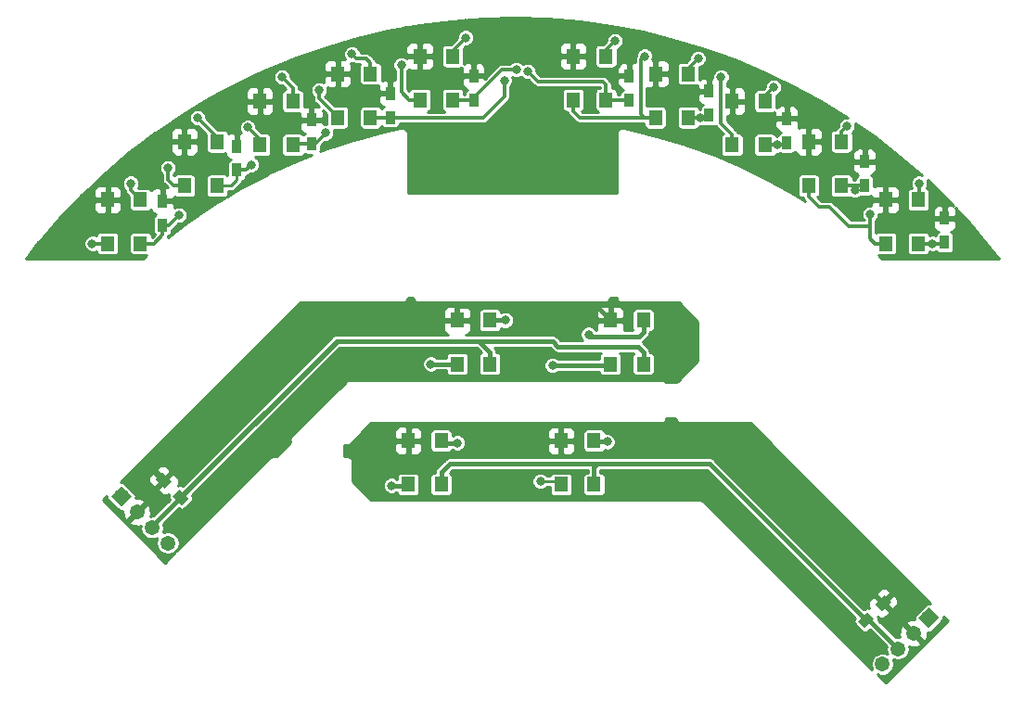
<source format=gbl>
G04 #@! TF.GenerationSoftware,KiCad,Pcbnew,(5.0.0)*
G04 #@! TF.CreationDate,2020-04-07T20:47:50+09:00*
G04 #@! TF.ProjectId,rokisi_sensor,726F6B6973695F73656E736F722E6B69,rev?*
G04 #@! TF.SameCoordinates,PX4a62f80PY29020c0*
G04 #@! TF.FileFunction,Copper,L2,Bot,Signal*
G04 #@! TF.FilePolarity,Positive*
%FSLAX46Y46*%
G04 Gerber Fmt 4.6, Leading zero omitted, Abs format (unit mm)*
G04 Created by KiCad (PCBNEW (5.0.0)) date 04/07/20 20:47:50*
%MOMM*%
%LPD*%
G01*
G04 APERTURE LIST*
G04 #@! TA.AperFunction,ComponentPad*
%ADD10C,1.350000*%
G04 #@! TD*
G04 #@! TA.AperFunction,Conductor*
%ADD11C,0.100000*%
G04 #@! TD*
G04 #@! TA.AperFunction,Conductor*
%ADD12C,1.350000*%
G04 #@! TD*
G04 #@! TA.AperFunction,SMDPad,CuDef*
%ADD13R,0.900000X1.200000*%
G04 #@! TD*
G04 #@! TA.AperFunction,SMDPad,CuDef*
%ADD14C,0.900000*%
G04 #@! TD*
G04 #@! TA.AperFunction,SMDPad,CuDef*
%ADD15R,1.300000X1.400000*%
G04 #@! TD*
G04 #@! TA.AperFunction,ViaPad*
%ADD16C,0.800000*%
G04 #@! TD*
G04 #@! TA.AperFunction,Conductor*
%ADD17C,0.300000*%
G04 #@! TD*
G04 #@! TA.AperFunction,Conductor*
%ADD18C,0.400000*%
G04 #@! TD*
G04 #@! TA.AperFunction,Conductor*
%ADD19C,0.250000*%
G04 #@! TD*
G04 #@! TA.AperFunction,Conductor*
%ADD20C,0.254000*%
G04 #@! TD*
G04 APERTURE END LIST*
D10*
G04 #@! TO.P,J2,1*
G04 #@! TO.N,LEFT_VCC*
X83470000Y-56370000D03*
D11*
G04 #@! TD*
G04 #@! TO.N,LEFT_VCC*
G04 #@! TO.C,J2*
G36*
X82515406Y-56370000D02*
X83470000Y-55415406D01*
X84424594Y-56370000D01*
X83470000Y-57324594D01*
X82515406Y-56370000D01*
X82515406Y-56370000D01*
G37*
D10*
G04 #@! TO.P,J2,2*
G04 #@! TO.N,LEFT_GND*
X82055786Y-57784214D03*
D12*
G04 #@! TD*
G04 #@! TO.N,LEFT_GND*
G04 #@! TO.C,J2*
X82055786Y-57784214D02*
X82055786Y-57784214D01*
D10*
G04 #@! TO.P,J2,3*
G04 #@! TO.N,left_analog*
X80641573Y-59198427D03*
D12*
G04 #@! TD*
G04 #@! TO.N,left_analog*
G04 #@! TO.C,J2*
X80641573Y-59198427D02*
X80641573Y-59198427D01*
D10*
G04 #@! TO.P,J2,4*
G04 #@! TO.N,left_led*
X79227359Y-60612641D03*
D12*
G04 #@! TD*
G04 #@! TO.N,left_led*
G04 #@! TO.C,J2*
X79227359Y-60612641D02*
X79227359Y-60612641D01*
D10*
G04 #@! TO.P,J3,4*
G04 #@! TO.N,right_led*
X13994214Y-49544214D03*
D12*
G04 #@! TD*
G04 #@! TO.N,right_led*
G04 #@! TO.C,J3*
X13994214Y-49544214D02*
X13994214Y-49544214D01*
D10*
G04 #@! TO.P,J3,3*
G04 #@! TO.N,right_analog*
X12580000Y-48130000D03*
D12*
G04 #@! TD*
G04 #@! TO.N,right_analog*
G04 #@! TO.C,J3*
X12580000Y-48130000D02*
X12580000Y-48130000D01*
D10*
G04 #@! TO.P,J3,2*
G04 #@! TO.N,RIGHT_GND*
X11165787Y-46715787D03*
D12*
G04 #@! TD*
G04 #@! TO.N,RIGHT_GND*
G04 #@! TO.C,J3*
X11165787Y-46715787D02*
X11165787Y-46715787D01*
D10*
G04 #@! TO.P,J3,1*
G04 #@! TO.N,RIGHT_VCC*
X9751573Y-45301573D03*
D11*
G04 #@! TD*
G04 #@! TO.N,RIGHT_VCC*
G04 #@! TO.C,J3*
G36*
X9751573Y-46256167D02*
X8796979Y-45301573D01*
X9751573Y-44346979D01*
X10706167Y-45301573D01*
X9751573Y-46256167D01*
X9751573Y-46256167D01*
G37*
D13*
G04 #@! TO.P,R5,1*
G04 #@! TO.N,AD4*
X41900000Y-9100000D03*
G04 #@! TO.P,R5,2*
G04 #@! TO.N,GND*
X41900000Y-6900000D03*
G04 #@! TD*
G04 #@! TO.P,R6,2*
G04 #@! TO.N,GND*
X13500000Y-18300000D03*
G04 #@! TO.P,R6,1*
G04 #@! TO.N,AD0*
X13500000Y-20500000D03*
G04 #@! TD*
G04 #@! TO.P,R7,1*
G04 #@! TO.N,AD8*
X77600000Y-16900000D03*
G04 #@! TO.P,R7,2*
G04 #@! TO.N,GND*
X77600000Y-14700000D03*
G04 #@! TD*
G04 #@! TO.P,R13,1*
G04 #@! TO.N,AD5*
X56100000Y-9100000D03*
G04 #@! TO.P,R13,2*
G04 #@! TO.N,GND*
X56100000Y-6900000D03*
G04 #@! TD*
G04 #@! TO.P,R14,1*
G04 #@! TO.N,AD1*
X20300000Y-15500000D03*
G04 #@! TO.P,R14,2*
G04 #@! TO.N,GND*
X20300000Y-13300000D03*
G04 #@! TD*
G04 #@! TO.P,R15,2*
G04 #@! TO.N,GND*
X84900000Y-19900000D03*
G04 #@! TO.P,R15,1*
G04 #@! TO.N,AD9*
X84900000Y-22100000D03*
G04 #@! TD*
D14*
G04 #@! TO.P,R19,1*
G04 #@! TO.N,left_analog*
X77722183Y-56577817D03*
D11*
G04 #@! TD*
G04 #@! TO.N,left_analog*
G04 #@! TO.C,R19*
G36*
X77616117Y-57320279D02*
X76979721Y-56683883D01*
X77828249Y-55835355D01*
X78464645Y-56471751D01*
X77616117Y-57320279D01*
X77616117Y-57320279D01*
G37*
D14*
G04 #@! TO.P,R19,2*
G04 #@! TO.N,LEFT_GND*
X79277817Y-55022183D03*
D11*
G04 #@! TD*
G04 #@! TO.N,LEFT_GND*
G04 #@! TO.C,R19*
G36*
X79171751Y-55764645D02*
X78535355Y-55128249D01*
X79383883Y-54279721D01*
X80020279Y-54916117D01*
X79171751Y-55764645D01*
X79171751Y-55764645D01*
G37*
D13*
G04 #@! TO.P,R20,1*
G04 #@! TO.N,AD6*
X63400000Y-10500000D03*
G04 #@! TO.P,R20,2*
G04 #@! TO.N,GND*
X63400000Y-8300000D03*
G04 #@! TD*
G04 #@! TO.P,R21,1*
G04 #@! TO.N,AD2*
X27100000Y-13100000D03*
G04 #@! TO.P,R21,2*
G04 #@! TO.N,GND*
X27100000Y-10900000D03*
G04 #@! TD*
D14*
G04 #@! TO.P,R26,2*
G04 #@! TO.N,RIGHT_GND*
X13622183Y-43822183D03*
D11*
G04 #@! TD*
G04 #@! TO.N,RIGHT_GND*
G04 #@! TO.C,R26*
G36*
X14364645Y-43928249D02*
X13728249Y-44564645D01*
X12879721Y-43716117D01*
X13516117Y-43079721D01*
X14364645Y-43928249D01*
X14364645Y-43928249D01*
G37*
D14*
G04 #@! TO.P,R26,1*
G04 #@! TO.N,right_analog*
X15177817Y-45377817D03*
D11*
G04 #@! TD*
G04 #@! TO.N,right_analog*
G04 #@! TO.C,R26*
G36*
X15920279Y-45483883D02*
X15283883Y-46120279D01*
X14435355Y-45271751D01*
X15071751Y-44635355D01*
X15920279Y-45483883D01*
X15920279Y-45483883D01*
G37*
D13*
G04 #@! TO.P,R27,1*
G04 #@! TO.N,AD7*
X70500000Y-13000000D03*
G04 #@! TO.P,R27,2*
G04 #@! TO.N,GND*
X70500000Y-10800000D03*
G04 #@! TD*
G04 #@! TO.P,R28,1*
G04 #@! TO.N,AD3*
X34300000Y-10700000D03*
G04 #@! TO.P,R28,2*
G04 #@! TO.N,GND*
X34300000Y-8500000D03*
G04 #@! TD*
D15*
G04 #@! TO.P,U1,2*
G04 #@! TO.N,+3V3*
X37000000Y-9100000D03*
G04 #@! TO.P,U1,3*
G04 #@! TO.N,GND*
X37000000Y-5100000D03*
G04 #@! TO.P,U1,4*
G04 #@! TO.N,Net-(R1-Pad2)*
X40000000Y-5100000D03*
G04 #@! TO.P,U1,1*
G04 #@! TO.N,AD4*
X40000000Y-9100000D03*
G04 #@! TD*
G04 #@! TO.P,U2,2*
G04 #@! TO.N,+3V3*
X8500000Y-22200000D03*
G04 #@! TO.P,U2,3*
G04 #@! TO.N,GND*
X8500000Y-18200000D03*
G04 #@! TO.P,U2,4*
G04 #@! TO.N,Net-(R2-Pad2)*
X11500000Y-18200000D03*
G04 #@! TO.P,U2,1*
G04 #@! TO.N,AD0*
X11500000Y-22200000D03*
G04 #@! TD*
G04 #@! TO.P,U3,2*
G04 #@! TO.N,+3V3*
X72500000Y-16900000D03*
G04 #@! TO.P,U3,3*
G04 #@! TO.N,GND*
X72500000Y-12900000D03*
G04 #@! TO.P,U3,4*
G04 #@! TO.N,Net-(R4-Pad2)*
X75500000Y-12900000D03*
G04 #@! TO.P,U3,1*
G04 #@! TO.N,AD8*
X75500000Y-16900000D03*
G04 #@! TD*
G04 #@! TO.P,U4,1*
G04 #@! TO.N,AD5*
X54000000Y-9100000D03*
G04 #@! TO.P,U4,4*
G04 #@! TO.N,Net-(R9-Pad2)*
X54000000Y-5100000D03*
G04 #@! TO.P,U4,3*
G04 #@! TO.N,GND*
X51000000Y-5100000D03*
G04 #@! TO.P,U4,2*
G04 #@! TO.N,+3V3*
X51000000Y-9100000D03*
G04 #@! TD*
G04 #@! TO.P,U5,1*
G04 #@! TO.N,AD1*
X18500000Y-16900000D03*
G04 #@! TO.P,U5,4*
G04 #@! TO.N,Net-(R10-Pad2)*
X18500000Y-12900000D03*
G04 #@! TO.P,U5,3*
G04 #@! TO.N,GND*
X15500000Y-12900000D03*
G04 #@! TO.P,U5,2*
G04 #@! TO.N,+3V3*
X15500000Y-16900000D03*
G04 #@! TD*
G04 #@! TO.P,U6,1*
G04 #@! TO.N,AD9*
X82500000Y-22200000D03*
G04 #@! TO.P,U6,4*
G04 #@! TO.N,Net-(R11-Pad2)*
X82500000Y-18200000D03*
G04 #@! TO.P,U6,3*
G04 #@! TO.N,GND*
X79500000Y-18200000D03*
G04 #@! TO.P,U6,2*
G04 #@! TO.N,+3V3*
X79500000Y-22200000D03*
G04 #@! TD*
G04 #@! TO.P,U7,1*
G04 #@! TO.N,AD6*
X61500000Y-10700000D03*
G04 #@! TO.P,U7,4*
G04 #@! TO.N,Net-(R16-Pad2)*
X61500000Y-6700000D03*
G04 #@! TO.P,U7,3*
G04 #@! TO.N,GND*
X58500000Y-6700000D03*
G04 #@! TO.P,U7,2*
G04 #@! TO.N,+3V3*
X58500000Y-10700000D03*
G04 #@! TD*
G04 #@! TO.P,U8,2*
G04 #@! TO.N,+3V3*
X22400000Y-13200000D03*
G04 #@! TO.P,U8,3*
G04 #@! TO.N,GND*
X22400000Y-9200000D03*
G04 #@! TO.P,U8,4*
G04 #@! TO.N,Net-(R17-Pad2)*
X25400000Y-9200000D03*
G04 #@! TO.P,U8,1*
G04 #@! TO.N,AD2*
X25400000Y-13200000D03*
G04 #@! TD*
G04 #@! TO.P,U9,1*
G04 #@! TO.N,left_analog*
X38940000Y-44200000D03*
G04 #@! TO.P,U9,4*
G04 #@! TO.N,Net-(R18-Pad2)*
X38940000Y-40200000D03*
G04 #@! TO.P,U9,3*
G04 #@! TO.N,LEFT_GND*
X35940000Y-40200000D03*
G04 #@! TO.P,U9,2*
G04 #@! TO.N,LEFT_VCC*
X35940000Y-44200000D03*
G04 #@! TD*
G04 #@! TO.P,U10,2*
G04 #@! TO.N,LEFT_VCC*
X49900000Y-44200000D03*
G04 #@! TO.P,U10,3*
G04 #@! TO.N,LEFT_GND*
X49900000Y-40200000D03*
G04 #@! TO.P,U10,4*
G04 #@! TO.N,Net-(R22-Pad2)*
X52900000Y-40200000D03*
G04 #@! TO.P,U10,1*
G04 #@! TO.N,left_analog*
X52900000Y-44200000D03*
G04 #@! TD*
G04 #@! TO.P,U11,2*
G04 #@! TO.N,+3V3*
X65500000Y-13200000D03*
G04 #@! TO.P,U11,3*
G04 #@! TO.N,GND*
X65500000Y-9200000D03*
G04 #@! TO.P,U11,4*
G04 #@! TO.N,Net-(R23-Pad2)*
X68500000Y-9200000D03*
G04 #@! TO.P,U11,1*
G04 #@! TO.N,AD7*
X68500000Y-13200000D03*
G04 #@! TD*
G04 #@! TO.P,U12,2*
G04 #@! TO.N,RIGHT_VCC*
X40400000Y-33200000D03*
G04 #@! TO.P,U12,3*
G04 #@! TO.N,RIGHT_GND*
X40400000Y-29200000D03*
G04 #@! TO.P,U12,4*
G04 #@! TO.N,Net-(R24-Pad2)*
X43400000Y-29200000D03*
G04 #@! TO.P,U12,1*
G04 #@! TO.N,right_analog*
X43400000Y-33200000D03*
G04 #@! TD*
G04 #@! TO.P,U13,1*
G04 #@! TO.N,AD3*
X32500000Y-10700000D03*
G04 #@! TO.P,U13,4*
G04 #@! TO.N,Net-(R25-Pad2)*
X32500000Y-6700000D03*
G04 #@! TO.P,U13,3*
G04 #@! TO.N,GND*
X29500000Y-6700000D03*
G04 #@! TO.P,U13,2*
G04 #@! TO.N,+3V3*
X29500000Y-10700000D03*
G04 #@! TD*
G04 #@! TO.P,U14,1*
G04 #@! TO.N,right_analog*
X57400000Y-33200000D03*
G04 #@! TO.P,U14,4*
G04 #@! TO.N,Net-(R29-Pad2)*
X57400000Y-29200000D03*
G04 #@! TO.P,U14,3*
G04 #@! TO.N,RIGHT_GND*
X54400000Y-29200000D03*
G04 #@! TO.P,U14,2*
G04 #@! TO.N,RIGHT_VCC*
X54400000Y-33200000D03*
G04 #@! TD*
D16*
G04 #@! TO.N,GND*
X43500000Y-3600000D03*
X43300000Y-6400000D03*
X42600000Y-13600000D03*
X42900000Y-11600000D03*
X42900000Y-12600000D03*
X54600000Y-11600000D03*
X51800000Y-11600000D03*
X47800000Y-11000000D03*
X45600000Y-11000000D03*
X45500000Y-14400000D03*
X57000000Y-11600000D03*
X47500000Y-2300000D03*
X72800000Y-9400000D03*
X89100000Y-23200000D03*
X68500000Y-15800000D03*
X71000000Y-17000000D03*
X79100000Y-13500000D03*
X84200000Y-17900000D03*
X64200000Y-5400000D03*
X59700000Y-3900000D03*
X52300000Y-2400000D03*
X41200000Y-2100000D03*
X35700000Y-2800000D03*
X29300000Y-4400000D03*
X22600000Y-6900000D03*
X18300000Y-9000000D03*
X13400000Y-12300000D03*
X8000000Y-16500000D03*
X4600000Y-20100000D03*
X1800000Y-23300000D03*
X5700000Y-23300000D03*
X17000000Y-18900000D03*
X36300000Y-12600000D03*
X36400000Y-15900000D03*
X54600000Y-14200000D03*
X54600000Y-17100000D03*
X51200000Y-17100000D03*
X47100000Y-17000000D03*
X42900000Y-17000000D03*
X39000000Y-17100000D03*
X49800000Y-14500000D03*
G04 #@! TO.N,+3V3*
X35300000Y-5900000D03*
X27800000Y-8200000D03*
X21300000Y-11600000D03*
X7100000Y-22200000D03*
X14000000Y-15300000D03*
X57500000Y-5100000D03*
X64500000Y-7000000D03*
X78100000Y-19500000D03*
G04 #@! TO.N,AD0*
X15000000Y-19600000D03*
G04 #@! TO.N,AD1*
X21600000Y-15000000D03*
G04 #@! TO.N,AD2*
X28400000Y-12100000D03*
G04 #@! TO.N,AD3*
X44700000Y-7300000D03*
G04 #@! TO.N,AD5*
X46869669Y-6469669D03*
G04 #@! TO.N,AD6*
X62600000Y-10700000D03*
G04 #@! TO.N,AD4*
X45800000Y-6300000D03*
G04 #@! TO.N,AD7*
X69600000Y-13200000D03*
G04 #@! TO.N,AD8*
X76700000Y-17300000D03*
G04 #@! TO.N,AD9*
X83800000Y-22200000D03*
G04 #@! TO.N,LEFT_VCC*
X34400000Y-44300000D03*
X48000000Y-43900000D03*
G04 #@! TO.N,RIGHT_VCC*
X49100000Y-33300000D03*
X38000000Y-33200000D03*
G04 #@! TO.N,Net-(R1-Pad2)*
X41200000Y-3400000D03*
G04 #@! TO.N,Net-(R2-Pad2)*
X10600000Y-16700000D03*
G04 #@! TO.N,Net-(R4-Pad2)*
X76000000Y-11500000D03*
G04 #@! TO.N,Net-(R9-Pad2)*
X54800000Y-3700000D03*
G04 #@! TO.N,Net-(R10-Pad2)*
X16700000Y-10700000D03*
G04 #@! TO.N,Net-(R11-Pad2)*
X82600000Y-16700000D03*
G04 #@! TO.N,Net-(R16-Pad2)*
X62400000Y-5300000D03*
G04 #@! TO.N,Net-(R17-Pad2)*
X24400000Y-7000000D03*
G04 #@! TO.N,Net-(R18-Pad2)*
X40400000Y-40400000D03*
G04 #@! TO.N,Net-(R22-Pad2)*
X54100000Y-40300000D03*
G04 #@! TO.N,Net-(R23-Pad2)*
X69300000Y-7900000D03*
G04 #@! TO.N,Net-(R24-Pad2)*
X44800000Y-29200000D03*
G04 #@! TO.N,Net-(R25-Pad2)*
X30800000Y-4900000D03*
G04 #@! TO.N,Net-(R29-Pad2)*
X52400000Y-30500000D03*
G04 #@! TD*
D17*
G04 #@! TO.N,GND*
X84900000Y-19900000D02*
X80100000Y-19900000D01*
X79500000Y-19300000D02*
X79500000Y-18200000D01*
X80100000Y-19900000D02*
X79500000Y-19300000D01*
D18*
X43500000Y-3600000D02*
X43500000Y-6200000D01*
X43500000Y-6200000D02*
X43300000Y-6400000D01*
D17*
G04 #@! TO.N,+3V3*
X36050000Y-9100000D02*
X37000000Y-9100000D01*
X35300000Y-8350000D02*
X36050000Y-9100000D01*
X35300000Y-5900000D02*
X35300000Y-8350000D01*
X27800000Y-8950000D02*
X27800000Y-8200000D01*
X29500000Y-10650000D02*
X27800000Y-8950000D01*
X29500000Y-10700000D02*
X29500000Y-10650000D01*
X7100000Y-22200000D02*
X8500000Y-22200000D01*
X14000000Y-16350000D02*
X14000000Y-15300000D01*
X15500000Y-16900000D02*
X14550000Y-16900000D01*
X14550000Y-16900000D02*
X14000000Y-16350000D01*
X22400000Y-12700000D02*
X21300000Y-11600000D01*
X22400000Y-13200000D02*
X22400000Y-12700000D01*
X57550000Y-10700000D02*
X58500000Y-10700000D01*
X51600000Y-10700000D02*
X57550000Y-10700000D01*
X51000000Y-10100000D02*
X51600000Y-10700000D01*
X51000000Y-9100000D02*
X51000000Y-10100000D01*
X57550000Y-10700000D02*
X57200000Y-10350000D01*
X57200000Y-10350000D02*
X57200000Y-5400000D01*
X57200000Y-5400000D02*
X57500000Y-5100000D01*
X64500000Y-11200000D02*
X64500000Y-7000000D01*
X65500000Y-13200000D02*
X65500000Y-12200000D01*
X65500000Y-12200000D02*
X64500000Y-11200000D01*
X78550000Y-22200000D02*
X79500000Y-22200000D01*
X78100000Y-21750000D02*
X78550000Y-22200000D01*
X76150000Y-20600000D02*
X78100000Y-20600000D01*
X78100000Y-19500000D02*
X78100000Y-20600000D01*
X78100000Y-20600000D02*
X78100000Y-21750000D01*
X73450000Y-18850000D02*
X74400000Y-18850000D01*
X72500000Y-17900000D02*
X73450000Y-18850000D01*
X72500000Y-16900000D02*
X72500000Y-17900000D01*
X74400000Y-18850000D02*
X76150000Y-20600000D01*
G04 #@! TO.N,AD0*
X13500000Y-20500000D02*
X13500000Y-21400000D01*
X12700000Y-22200000D02*
X11500000Y-22200000D01*
X13500000Y-21400000D02*
X12700000Y-22200000D01*
X13500000Y-20500000D02*
X14100000Y-20500000D01*
X14100000Y-20500000D02*
X15000000Y-19600000D01*
D19*
G04 #@! TO.N,AD1*
X18500000Y-16900000D02*
X19800000Y-16900000D01*
X20300000Y-16400000D02*
X20300000Y-15500000D01*
X19800000Y-16900000D02*
X20300000Y-16400000D01*
D17*
X21100000Y-15500000D02*
X21600000Y-15000000D01*
X20300000Y-15500000D02*
X21100000Y-15500000D01*
G04 #@! TO.N,AD2*
X25500000Y-13100000D02*
X25400000Y-13200000D01*
X27100000Y-13100000D02*
X25500000Y-13100000D01*
D19*
X27100000Y-13100000D02*
X27400000Y-13100000D01*
X27400000Y-13100000D02*
X28400000Y-12100000D01*
D17*
G04 #@! TO.N,AD3*
X44700000Y-7300000D02*
X44700000Y-8800000D01*
X42800000Y-10700000D02*
X32500000Y-10700000D01*
X44700000Y-8800000D02*
X42800000Y-10700000D01*
X34300000Y-10700000D02*
X32500000Y-10700000D01*
G04 #@! TO.N,AD5*
X56100000Y-9100000D02*
X54000000Y-9100000D01*
X54000000Y-9100000D02*
X54000000Y-7700000D01*
X54000000Y-7700000D02*
X53700000Y-7400000D01*
X53700000Y-7400000D02*
X47800000Y-7400000D01*
X47800000Y-7400000D02*
X46869669Y-6469669D01*
G04 #@! TO.N,AD6*
X63400000Y-10000000D02*
X63400000Y-10200000D01*
X62900000Y-10700000D02*
X61500000Y-10700000D01*
X63400000Y-10200000D02*
X62900000Y-10700000D01*
X63200000Y-10700000D02*
X63400000Y-10500000D01*
X62600000Y-10700000D02*
X63200000Y-10700000D01*
X61500000Y-10700000D02*
X62600000Y-10700000D01*
G04 #@! TO.N,AD4*
X40000000Y-9100000D02*
X41900000Y-9100000D01*
X40000000Y-9100000D02*
X41700000Y-9100000D01*
X44500000Y-6300000D02*
X45800000Y-6300000D01*
X41700000Y-9100000D02*
X44500000Y-6300000D01*
G04 #@! TO.N,AD7*
X70300000Y-13200000D02*
X70500000Y-13000000D01*
X69600000Y-13200000D02*
X70300000Y-13200000D01*
X68500000Y-13200000D02*
X69600000Y-13200000D01*
G04 #@! TO.N,AD8*
X76700000Y-16900000D02*
X75500000Y-16900000D01*
X77600000Y-16900000D02*
X76700000Y-16900000D01*
X76700000Y-16900000D02*
X76700000Y-17300000D01*
G04 #@! TO.N,AD9*
X84800000Y-22200000D02*
X84900000Y-22100000D01*
X83800000Y-22200000D02*
X84800000Y-22200000D01*
X82500000Y-22200000D02*
X83800000Y-22200000D01*
D19*
G04 #@! TO.N,LEFT_VCC*
X49600000Y-43900000D02*
X49900000Y-44200000D01*
X48000000Y-43900000D02*
X49600000Y-43900000D01*
D18*
X35840000Y-44300000D02*
X35940000Y-44200000D01*
X34400000Y-44300000D02*
X35840000Y-44300000D01*
D19*
G04 #@! TO.N,LEFT_GND*
X49900000Y-39200000D02*
X49900000Y-40200000D01*
X49600000Y-38900000D02*
X49900000Y-39200000D01*
X35940000Y-40200000D02*
X35940000Y-39250000D01*
X35940000Y-39250000D02*
X36290000Y-38900000D01*
X63171572Y-38900000D02*
X82055786Y-57784214D01*
X49400000Y-38900000D02*
X63171572Y-38900000D01*
X49400000Y-38900000D02*
X49600000Y-38900000D01*
X36290000Y-38900000D02*
X49400000Y-38900000D01*
G04 #@! TO.N,left_analog*
X38940000Y-43060000D02*
X38940000Y-44200000D01*
X39700000Y-42300000D02*
X38940000Y-43060000D01*
X52900000Y-43250000D02*
X52900000Y-42300000D01*
X52900000Y-44200000D02*
X52900000Y-43250000D01*
X52900000Y-42300000D02*
X39700000Y-42300000D01*
D18*
X54434315Y-42300000D02*
X55000000Y-42300000D01*
X39740000Y-42300000D02*
X54434315Y-42300000D01*
X38940000Y-43100000D02*
X39740000Y-42300000D01*
X38940000Y-44200000D02*
X38940000Y-43100000D01*
X52900000Y-42600000D02*
X53200000Y-42300000D01*
X52900000Y-44200000D02*
X52900000Y-42600000D01*
D19*
X53200000Y-42300000D02*
X52900000Y-42300000D01*
D18*
X78020963Y-56577817D02*
X77722183Y-56577817D01*
X80641573Y-59198427D02*
X78020963Y-56577817D01*
X63444366Y-42300000D02*
X77722183Y-56577817D01*
X54000000Y-42300000D02*
X63444366Y-42300000D01*
D19*
X54000000Y-42300000D02*
X53200000Y-42300000D01*
X55000000Y-42300000D02*
X54000000Y-42300000D01*
D18*
G04 #@! TO.N,right_analog*
X43400000Y-32100000D02*
X43400000Y-33200000D01*
X43400000Y-32100000D02*
X42400000Y-31100000D01*
X57400000Y-32100000D02*
X57400000Y-33200000D01*
X57400000Y-32100000D02*
X56900000Y-31600000D01*
X49600000Y-31600000D02*
X49100000Y-31100000D01*
X56900000Y-31600000D02*
X49600000Y-31600000D01*
X12580000Y-47975634D02*
X15177817Y-45377817D01*
X12580000Y-48130000D02*
X12580000Y-47975634D01*
X15566725Y-44988909D02*
X15566725Y-44933275D01*
X15177817Y-45377817D02*
X15566725Y-44988909D01*
X29400000Y-31100000D02*
X42400000Y-31100000D01*
X15566725Y-44933275D02*
X29400000Y-31100000D01*
X29455634Y-31100000D02*
X15177817Y-45377817D01*
X42900000Y-31100000D02*
X29455634Y-31100000D01*
X42900000Y-31100000D02*
X49100000Y-31100000D01*
X42400000Y-31100000D02*
X42900000Y-31100000D01*
G04 #@! TO.N,RIGHT_GND*
X40400000Y-28100000D02*
X40400000Y-29200000D01*
X40600000Y-27900000D02*
X40400000Y-28100000D01*
X53150000Y-27900000D02*
X40600000Y-27900000D01*
X54400000Y-29150000D02*
X53150000Y-27900000D01*
X54400000Y-29200000D02*
X54400000Y-29150000D01*
G04 #@! TO.N,RIGHT_VCC*
X54300000Y-33300000D02*
X54400000Y-33200000D01*
X49100000Y-33300000D02*
X54300000Y-33300000D01*
X40400000Y-33200000D02*
X38000000Y-33200000D01*
D17*
G04 #@! TO.N,Net-(R1-Pad2)*
X40000000Y-5100000D02*
X40000000Y-4600000D01*
X40000000Y-4600000D02*
X41200000Y-3400000D01*
G04 #@! TO.N,Net-(R2-Pad2)*
X10600000Y-17300000D02*
X11500000Y-18200000D01*
X10600000Y-16700000D02*
X10600000Y-17300000D01*
G04 #@! TO.N,Net-(R4-Pad2)*
X75500000Y-12900000D02*
X75500000Y-12000000D01*
X75500000Y-12000000D02*
X76000000Y-11500000D01*
G04 #@! TO.N,Net-(R9-Pad2)*
X54000000Y-5100000D02*
X54000000Y-4500000D01*
X54000000Y-4500000D02*
X54800000Y-3700000D01*
G04 #@! TO.N,Net-(R10-Pad2)*
X18500000Y-12900000D02*
X18500000Y-12500000D01*
X18500000Y-12500000D02*
X16700000Y-10700000D01*
G04 #@! TO.N,Net-(R11-Pad2)*
X82600000Y-18100000D02*
X82500000Y-18200000D01*
X82600000Y-16700000D02*
X82600000Y-18100000D01*
G04 #@! TO.N,Net-(R16-Pad2)*
X61500000Y-6700000D02*
X61500000Y-6200000D01*
X61500000Y-6200000D02*
X62400000Y-5300000D01*
G04 #@! TO.N,Net-(R17-Pad2)*
X25400000Y-9200000D02*
X25400000Y-8000000D01*
X25400000Y-8000000D02*
X24400000Y-7000000D01*
D18*
G04 #@! TO.N,Net-(R18-Pad2)*
X39140000Y-40400000D02*
X38940000Y-40200000D01*
X40400000Y-40400000D02*
X39140000Y-40400000D01*
G04 #@! TO.N,Net-(R22-Pad2)*
X53000000Y-40300000D02*
X52900000Y-40200000D01*
X54100000Y-40300000D02*
X53000000Y-40300000D01*
D17*
G04 #@! TO.N,Net-(R23-Pad2)*
X68500000Y-9200000D02*
X68500000Y-8700000D01*
X68500000Y-8700000D02*
X69300000Y-7900000D01*
D18*
G04 #@! TO.N,Net-(R24-Pad2)*
X43400000Y-29200000D02*
X44800000Y-29200000D01*
D17*
G04 #@! TO.N,Net-(R25-Pad2)*
X32500000Y-5700000D02*
X32500000Y-6700000D01*
X32099999Y-5299999D02*
X32500000Y-5700000D01*
X31199999Y-5299999D02*
X32099999Y-5299999D01*
X30800000Y-4900000D02*
X31199999Y-5299999D01*
D18*
G04 #@! TO.N,Net-(R29-Pad2)*
X57400000Y-29200000D02*
X57400000Y-30300000D01*
X57000000Y-30700000D02*
X52899999Y-30700001D01*
X57400000Y-30300000D02*
X57000000Y-30700000D01*
X52600001Y-30700001D02*
X52899999Y-30700001D01*
X52400000Y-30500000D02*
X52600001Y-30700001D01*
G04 #@! TD*
D20*
G04 #@! TO.N,LEFT_GND*
G36*
X60389444Y-38305590D02*
X60495755Y-38464694D01*
X60654859Y-38571005D01*
X60795163Y-38598913D01*
X60842536Y-38608336D01*
X60889909Y-38598913D01*
X67148454Y-38598913D01*
X83602922Y-55053382D01*
X83470000Y-55026942D01*
X83321341Y-55056512D01*
X83195314Y-55140720D01*
X82240720Y-56095314D01*
X82156512Y-56221341D01*
X82126942Y-56370000D01*
X82151150Y-56491703D01*
X81726384Y-56516293D01*
X81392159Y-56654745D01*
X81336500Y-56885323D01*
X82055786Y-57604609D01*
X82069929Y-57590467D01*
X82249534Y-57770072D01*
X82235391Y-57784214D01*
X82954677Y-58503500D01*
X83185255Y-58447841D01*
X83323707Y-58113616D01*
X83348297Y-57688850D01*
X83470000Y-57713058D01*
X83618659Y-57683488D01*
X83744686Y-57599280D01*
X84699280Y-56644686D01*
X84783488Y-56518659D01*
X84813058Y-56370000D01*
X84786618Y-56237078D01*
X85185579Y-56636039D01*
X79501855Y-62319764D01*
X78737376Y-61555285D01*
X78815328Y-61607371D01*
X79123353Y-61668641D01*
X79331365Y-61668641D01*
X79639390Y-61607371D01*
X79988692Y-61373974D01*
X80222089Y-61024672D01*
X80304047Y-60612641D01*
X80222089Y-60200610D01*
X80207081Y-60178149D01*
X80229542Y-60193157D01*
X80537567Y-60254427D01*
X80745579Y-60254427D01*
X81053604Y-60193157D01*
X81402906Y-59959760D01*
X81636303Y-59610458D01*
X81718261Y-59198427D01*
X81681662Y-59014433D01*
X81874902Y-59081676D01*
X82385188Y-59052135D01*
X82719413Y-58913683D01*
X82775072Y-58683105D01*
X82055786Y-57963819D01*
X82041644Y-57977962D01*
X81862039Y-57798357D01*
X81876181Y-57784214D01*
X81156895Y-57064928D01*
X80926317Y-57120587D01*
X80787865Y-57454812D01*
X80758324Y-57965098D01*
X80825567Y-58158338D01*
X80745579Y-58142427D01*
X80537567Y-58142427D01*
X80428855Y-58164051D01*
X78833771Y-56568968D01*
X78853109Y-56471751D01*
X78823539Y-56323092D01*
X78806155Y-56297075D01*
X78812053Y-56302973D01*
X79045442Y-56399645D01*
X79298061Y-56399645D01*
X79531450Y-56302972D01*
X79842972Y-55991450D01*
X79842972Y-55766943D01*
X79277817Y-55201788D01*
X79263675Y-55215931D01*
X79084070Y-55036326D01*
X79098212Y-55022183D01*
X79457422Y-55022183D01*
X80022577Y-55587338D01*
X80247084Y-55587338D01*
X80558606Y-55275816D01*
X80655279Y-55042427D01*
X80655279Y-54789808D01*
X80558607Y-54556419D01*
X80353150Y-54350962D01*
X80128643Y-54350962D01*
X79457422Y-55022183D01*
X79098212Y-55022183D01*
X78533057Y-54457028D01*
X78308550Y-54457028D01*
X77997028Y-54768550D01*
X77900355Y-55001939D01*
X77900355Y-55254558D01*
X77997027Y-55487947D01*
X78002925Y-55493845D01*
X77976908Y-55476461D01*
X77828249Y-55446891D01*
X77679590Y-55476461D01*
X77553563Y-55560669D01*
X77540128Y-55574104D01*
X76018940Y-54052916D01*
X78712662Y-54052916D01*
X78712662Y-54277423D01*
X79277817Y-54842578D01*
X79949038Y-54171357D01*
X79949038Y-53946850D01*
X79743581Y-53741393D01*
X79510192Y-53644721D01*
X79257573Y-53644721D01*
X79024184Y-53741394D01*
X78712662Y-54052916D01*
X76018940Y-54052916D01*
X63895658Y-41929635D01*
X63863243Y-41881123D01*
X63671061Y-41752710D01*
X63501588Y-41719000D01*
X63501584Y-41719000D01*
X63444366Y-41707619D01*
X63387148Y-41719000D01*
X53257216Y-41719000D01*
X53199999Y-41707619D01*
X53142783Y-41719000D01*
X39797218Y-41719000D01*
X39740000Y-41707619D01*
X39682782Y-41719000D01*
X39682778Y-41719000D01*
X39513305Y-41752710D01*
X39369633Y-41848709D01*
X39369632Y-41848710D01*
X39321123Y-41881123D01*
X39288710Y-41929632D01*
X38569633Y-42648710D01*
X38521124Y-42681123D01*
X38488711Y-42729632D01*
X38488709Y-42729634D01*
X38392710Y-42873306D01*
X38347619Y-43100000D01*
X38349914Y-43111536D01*
X38290000Y-43111536D01*
X38141341Y-43141106D01*
X38015314Y-43225314D01*
X37931106Y-43351341D01*
X37901536Y-43500000D01*
X37901536Y-44900000D01*
X37931106Y-45048659D01*
X38015314Y-45174686D01*
X38141341Y-45258894D01*
X38290000Y-45288464D01*
X39590000Y-45288464D01*
X39738659Y-45258894D01*
X39864686Y-45174686D01*
X39948894Y-45048659D01*
X39978464Y-44900000D01*
X39978464Y-43744649D01*
X47219000Y-43744649D01*
X47219000Y-44055351D01*
X47337900Y-44342401D01*
X47557599Y-44562100D01*
X47844649Y-44681000D01*
X48155351Y-44681000D01*
X48442401Y-44562100D01*
X48598501Y-44406000D01*
X48861536Y-44406000D01*
X48861536Y-44900000D01*
X48891106Y-45048659D01*
X48975314Y-45174686D01*
X49101341Y-45258894D01*
X49250000Y-45288464D01*
X50550000Y-45288464D01*
X50698659Y-45258894D01*
X50824686Y-45174686D01*
X50908894Y-45048659D01*
X50938464Y-44900000D01*
X50938464Y-43500000D01*
X50908894Y-43351341D01*
X50824686Y-43225314D01*
X50698659Y-43141106D01*
X50550000Y-43111536D01*
X49250000Y-43111536D01*
X49101341Y-43141106D01*
X48975314Y-43225314D01*
X48891106Y-43351341D01*
X48882621Y-43394000D01*
X48598501Y-43394000D01*
X48442401Y-43237900D01*
X48155351Y-43119000D01*
X47844649Y-43119000D01*
X47557599Y-43237900D01*
X47337900Y-43457599D01*
X47219000Y-43744649D01*
X39978464Y-43744649D01*
X39978464Y-43500000D01*
X39948894Y-43351341D01*
X39864686Y-43225314D01*
X39738659Y-43141106D01*
X39723556Y-43138102D01*
X39980658Y-42881000D01*
X52319001Y-42881000D01*
X52319001Y-43111536D01*
X52250000Y-43111536D01*
X52101341Y-43141106D01*
X51975314Y-43225314D01*
X51891106Y-43351341D01*
X51861536Y-43500000D01*
X51861536Y-44900000D01*
X51891106Y-45048659D01*
X51975314Y-45174686D01*
X52101341Y-45258894D01*
X52250000Y-45288464D01*
X53550000Y-45288464D01*
X53698659Y-45258894D01*
X53824686Y-45174686D01*
X53908894Y-45048659D01*
X53938464Y-44900000D01*
X53938464Y-43500000D01*
X53908894Y-43351341D01*
X53824686Y-43225314D01*
X53698659Y-43141106D01*
X53550000Y-43111536D01*
X53481000Y-43111536D01*
X53481000Y-42881000D01*
X63203709Y-42881000D01*
X76718470Y-56395762D01*
X76705035Y-56409197D01*
X76620827Y-56535224D01*
X76591257Y-56683883D01*
X76620827Y-56832542D01*
X76705035Y-56958569D01*
X77341431Y-57594965D01*
X77467458Y-57679173D01*
X77616117Y-57708743D01*
X77764776Y-57679173D01*
X77890803Y-57594965D01*
X78053628Y-57432140D01*
X79607197Y-58985709D01*
X79564885Y-59198427D01*
X79646843Y-59610458D01*
X79661851Y-59632919D01*
X79639390Y-59617911D01*
X79331365Y-59556641D01*
X79123353Y-59556641D01*
X78815328Y-59617911D01*
X78466026Y-59851308D01*
X78232629Y-60200610D01*
X78150671Y-60612641D01*
X78232629Y-61024672D01*
X78284715Y-61102624D01*
X62993383Y-45811292D01*
X62966549Y-45771132D01*
X62807445Y-45664821D01*
X62667141Y-45636913D01*
X62667137Y-45636913D01*
X62619768Y-45627491D01*
X62572399Y-45636913D01*
X32583179Y-45636913D01*
X31090915Y-44144649D01*
X33619000Y-44144649D01*
X33619000Y-44455351D01*
X33737900Y-44742401D01*
X33957599Y-44962100D01*
X34244649Y-45081000D01*
X34555351Y-45081000D01*
X34842401Y-44962100D01*
X34902028Y-44902473D01*
X34931106Y-45048659D01*
X35015314Y-45174686D01*
X35141341Y-45258894D01*
X35290000Y-45288464D01*
X36590000Y-45288464D01*
X36738659Y-45258894D01*
X36864686Y-45174686D01*
X36948894Y-45048659D01*
X36978464Y-44900000D01*
X36978464Y-43500000D01*
X36948894Y-43351341D01*
X36864686Y-43225314D01*
X36738659Y-43141106D01*
X36590000Y-43111536D01*
X35290000Y-43111536D01*
X35141341Y-43141106D01*
X35015314Y-43225314D01*
X34931106Y-43351341D01*
X34901536Y-43500000D01*
X34901536Y-43697035D01*
X34842401Y-43637900D01*
X34555351Y-43519000D01*
X34244649Y-43519000D01*
X33957599Y-43637900D01*
X33737900Y-43857599D01*
X33619000Y-44144649D01*
X31090915Y-44144649D01*
X30864942Y-43918677D01*
X30864942Y-42165286D01*
X30874365Y-42117913D01*
X30837034Y-41930236D01*
X30730723Y-41771132D01*
X30571619Y-41664821D01*
X30431315Y-41636913D01*
X30383942Y-41627490D01*
X30336569Y-41636913D01*
X30127000Y-41636913D01*
X30127000Y-40598913D01*
X30336573Y-40598913D01*
X30383942Y-40608335D01*
X30431311Y-40598913D01*
X30431315Y-40598913D01*
X30571619Y-40571005D01*
X30699210Y-40485750D01*
X34655000Y-40485750D01*
X34655000Y-41026309D01*
X34751673Y-41259698D01*
X34930301Y-41438327D01*
X35163690Y-41535000D01*
X35654250Y-41535000D01*
X35813000Y-41376250D01*
X35813000Y-40327000D01*
X36067000Y-40327000D01*
X36067000Y-41376250D01*
X36225750Y-41535000D01*
X36716310Y-41535000D01*
X36949699Y-41438327D01*
X37128327Y-41259698D01*
X37225000Y-41026309D01*
X37225000Y-40485750D01*
X37066250Y-40327000D01*
X36067000Y-40327000D01*
X35813000Y-40327000D01*
X34813750Y-40327000D01*
X34655000Y-40485750D01*
X30699210Y-40485750D01*
X30730723Y-40464694D01*
X30757558Y-40424533D01*
X31808400Y-39373691D01*
X34655000Y-39373691D01*
X34655000Y-39914250D01*
X34813750Y-40073000D01*
X35813000Y-40073000D01*
X35813000Y-39023750D01*
X36067000Y-39023750D01*
X36067000Y-40073000D01*
X37066250Y-40073000D01*
X37225000Y-39914250D01*
X37225000Y-39500000D01*
X37901536Y-39500000D01*
X37901536Y-40900000D01*
X37931106Y-41048659D01*
X38015314Y-41174686D01*
X38141341Y-41258894D01*
X38290000Y-41288464D01*
X39590000Y-41288464D01*
X39738659Y-41258894D01*
X39864686Y-41174686D01*
X39946997Y-41051498D01*
X39957599Y-41062100D01*
X40244649Y-41181000D01*
X40555351Y-41181000D01*
X40842401Y-41062100D01*
X41062100Y-40842401D01*
X41181000Y-40555351D01*
X41181000Y-40485750D01*
X48615000Y-40485750D01*
X48615000Y-41026309D01*
X48711673Y-41259698D01*
X48890301Y-41438327D01*
X49123690Y-41535000D01*
X49614250Y-41535000D01*
X49773000Y-41376250D01*
X49773000Y-40327000D01*
X50027000Y-40327000D01*
X50027000Y-41376250D01*
X50185750Y-41535000D01*
X50676310Y-41535000D01*
X50909699Y-41438327D01*
X51088327Y-41259698D01*
X51185000Y-41026309D01*
X51185000Y-40485750D01*
X51026250Y-40327000D01*
X50027000Y-40327000D01*
X49773000Y-40327000D01*
X48773750Y-40327000D01*
X48615000Y-40485750D01*
X41181000Y-40485750D01*
X41181000Y-40244649D01*
X41062100Y-39957599D01*
X40842401Y-39737900D01*
X40555351Y-39619000D01*
X40244649Y-39619000D01*
X39978464Y-39729257D01*
X39978464Y-39500000D01*
X39953340Y-39373691D01*
X48615000Y-39373691D01*
X48615000Y-39914250D01*
X48773750Y-40073000D01*
X49773000Y-40073000D01*
X49773000Y-39023750D01*
X50027000Y-39023750D01*
X50027000Y-40073000D01*
X51026250Y-40073000D01*
X51185000Y-39914250D01*
X51185000Y-39500000D01*
X51861536Y-39500000D01*
X51861536Y-40900000D01*
X51891106Y-41048659D01*
X51975314Y-41174686D01*
X52101341Y-41258894D01*
X52250000Y-41288464D01*
X53550000Y-41288464D01*
X53698659Y-41258894D01*
X53824686Y-41174686D01*
X53899720Y-41062390D01*
X53944649Y-41081000D01*
X54255351Y-41081000D01*
X54542401Y-40962100D01*
X54762100Y-40742401D01*
X54881000Y-40455351D01*
X54881000Y-40144649D01*
X54762100Y-39857599D01*
X54542401Y-39637900D01*
X54255351Y-39519000D01*
X53944649Y-39519000D01*
X53938464Y-39521562D01*
X53938464Y-39500000D01*
X53908894Y-39351341D01*
X53824686Y-39225314D01*
X53698659Y-39141106D01*
X53550000Y-39111536D01*
X52250000Y-39111536D01*
X52101341Y-39141106D01*
X51975314Y-39225314D01*
X51891106Y-39351341D01*
X51861536Y-39500000D01*
X51185000Y-39500000D01*
X51185000Y-39373691D01*
X51088327Y-39140302D01*
X50909699Y-38961673D01*
X50676310Y-38865000D01*
X50185750Y-38865000D01*
X50027000Y-39023750D01*
X49773000Y-39023750D01*
X49614250Y-38865000D01*
X49123690Y-38865000D01*
X48890301Y-38961673D01*
X48711673Y-39140302D01*
X48615000Y-39373691D01*
X39953340Y-39373691D01*
X39948894Y-39351341D01*
X39864686Y-39225314D01*
X39738659Y-39141106D01*
X39590000Y-39111536D01*
X38290000Y-39111536D01*
X38141341Y-39141106D01*
X38015314Y-39225314D01*
X37931106Y-39351341D01*
X37901536Y-39500000D01*
X37225000Y-39500000D01*
X37225000Y-39373691D01*
X37128327Y-39140302D01*
X36949699Y-38961673D01*
X36716310Y-38865000D01*
X36225750Y-38865000D01*
X36067000Y-39023750D01*
X35813000Y-39023750D01*
X35654250Y-38865000D01*
X35163690Y-38865000D01*
X34930301Y-38961673D01*
X34751673Y-39140302D01*
X34655000Y-39373691D01*
X31808400Y-39373691D01*
X32583179Y-38598913D01*
X58964842Y-38598913D01*
X59012215Y-38608336D01*
X59199892Y-38571005D01*
X59358996Y-38464694D01*
X59465307Y-38305590D01*
X59493215Y-38165286D01*
X59500830Y-38127000D01*
X60353921Y-38127000D01*
X60389444Y-38305590D01*
X60389444Y-38305590D01*
G37*
X60389444Y-38305590D02*
X60495755Y-38464694D01*
X60654859Y-38571005D01*
X60795163Y-38598913D01*
X60842536Y-38608336D01*
X60889909Y-38598913D01*
X67148454Y-38598913D01*
X83602922Y-55053382D01*
X83470000Y-55026942D01*
X83321341Y-55056512D01*
X83195314Y-55140720D01*
X82240720Y-56095314D01*
X82156512Y-56221341D01*
X82126942Y-56370000D01*
X82151150Y-56491703D01*
X81726384Y-56516293D01*
X81392159Y-56654745D01*
X81336500Y-56885323D01*
X82055786Y-57604609D01*
X82069929Y-57590467D01*
X82249534Y-57770072D01*
X82235391Y-57784214D01*
X82954677Y-58503500D01*
X83185255Y-58447841D01*
X83323707Y-58113616D01*
X83348297Y-57688850D01*
X83470000Y-57713058D01*
X83618659Y-57683488D01*
X83744686Y-57599280D01*
X84699280Y-56644686D01*
X84783488Y-56518659D01*
X84813058Y-56370000D01*
X84786618Y-56237078D01*
X85185579Y-56636039D01*
X79501855Y-62319764D01*
X78737376Y-61555285D01*
X78815328Y-61607371D01*
X79123353Y-61668641D01*
X79331365Y-61668641D01*
X79639390Y-61607371D01*
X79988692Y-61373974D01*
X80222089Y-61024672D01*
X80304047Y-60612641D01*
X80222089Y-60200610D01*
X80207081Y-60178149D01*
X80229542Y-60193157D01*
X80537567Y-60254427D01*
X80745579Y-60254427D01*
X81053604Y-60193157D01*
X81402906Y-59959760D01*
X81636303Y-59610458D01*
X81718261Y-59198427D01*
X81681662Y-59014433D01*
X81874902Y-59081676D01*
X82385188Y-59052135D01*
X82719413Y-58913683D01*
X82775072Y-58683105D01*
X82055786Y-57963819D01*
X82041644Y-57977962D01*
X81862039Y-57798357D01*
X81876181Y-57784214D01*
X81156895Y-57064928D01*
X80926317Y-57120587D01*
X80787865Y-57454812D01*
X80758324Y-57965098D01*
X80825567Y-58158338D01*
X80745579Y-58142427D01*
X80537567Y-58142427D01*
X80428855Y-58164051D01*
X78833771Y-56568968D01*
X78853109Y-56471751D01*
X78823539Y-56323092D01*
X78806155Y-56297075D01*
X78812053Y-56302973D01*
X79045442Y-56399645D01*
X79298061Y-56399645D01*
X79531450Y-56302972D01*
X79842972Y-55991450D01*
X79842972Y-55766943D01*
X79277817Y-55201788D01*
X79263675Y-55215931D01*
X79084070Y-55036326D01*
X79098212Y-55022183D01*
X79457422Y-55022183D01*
X80022577Y-55587338D01*
X80247084Y-55587338D01*
X80558606Y-55275816D01*
X80655279Y-55042427D01*
X80655279Y-54789808D01*
X80558607Y-54556419D01*
X80353150Y-54350962D01*
X80128643Y-54350962D01*
X79457422Y-55022183D01*
X79098212Y-55022183D01*
X78533057Y-54457028D01*
X78308550Y-54457028D01*
X77997028Y-54768550D01*
X77900355Y-55001939D01*
X77900355Y-55254558D01*
X77997027Y-55487947D01*
X78002925Y-55493845D01*
X77976908Y-55476461D01*
X77828249Y-55446891D01*
X77679590Y-55476461D01*
X77553563Y-55560669D01*
X77540128Y-55574104D01*
X76018940Y-54052916D01*
X78712662Y-54052916D01*
X78712662Y-54277423D01*
X79277817Y-54842578D01*
X79949038Y-54171357D01*
X79949038Y-53946850D01*
X79743581Y-53741393D01*
X79510192Y-53644721D01*
X79257573Y-53644721D01*
X79024184Y-53741394D01*
X78712662Y-54052916D01*
X76018940Y-54052916D01*
X63895658Y-41929635D01*
X63863243Y-41881123D01*
X63671061Y-41752710D01*
X63501588Y-41719000D01*
X63501584Y-41719000D01*
X63444366Y-41707619D01*
X63387148Y-41719000D01*
X53257216Y-41719000D01*
X53199999Y-41707619D01*
X53142783Y-41719000D01*
X39797218Y-41719000D01*
X39740000Y-41707619D01*
X39682782Y-41719000D01*
X39682778Y-41719000D01*
X39513305Y-41752710D01*
X39369633Y-41848709D01*
X39369632Y-41848710D01*
X39321123Y-41881123D01*
X39288710Y-41929632D01*
X38569633Y-42648710D01*
X38521124Y-42681123D01*
X38488711Y-42729632D01*
X38488709Y-42729634D01*
X38392710Y-42873306D01*
X38347619Y-43100000D01*
X38349914Y-43111536D01*
X38290000Y-43111536D01*
X38141341Y-43141106D01*
X38015314Y-43225314D01*
X37931106Y-43351341D01*
X37901536Y-43500000D01*
X37901536Y-44900000D01*
X37931106Y-45048659D01*
X38015314Y-45174686D01*
X38141341Y-45258894D01*
X38290000Y-45288464D01*
X39590000Y-45288464D01*
X39738659Y-45258894D01*
X39864686Y-45174686D01*
X39948894Y-45048659D01*
X39978464Y-44900000D01*
X39978464Y-43744649D01*
X47219000Y-43744649D01*
X47219000Y-44055351D01*
X47337900Y-44342401D01*
X47557599Y-44562100D01*
X47844649Y-44681000D01*
X48155351Y-44681000D01*
X48442401Y-44562100D01*
X48598501Y-44406000D01*
X48861536Y-44406000D01*
X48861536Y-44900000D01*
X48891106Y-45048659D01*
X48975314Y-45174686D01*
X49101341Y-45258894D01*
X49250000Y-45288464D01*
X50550000Y-45288464D01*
X50698659Y-45258894D01*
X50824686Y-45174686D01*
X50908894Y-45048659D01*
X50938464Y-44900000D01*
X50938464Y-43500000D01*
X50908894Y-43351341D01*
X50824686Y-43225314D01*
X50698659Y-43141106D01*
X50550000Y-43111536D01*
X49250000Y-43111536D01*
X49101341Y-43141106D01*
X48975314Y-43225314D01*
X48891106Y-43351341D01*
X48882621Y-43394000D01*
X48598501Y-43394000D01*
X48442401Y-43237900D01*
X48155351Y-43119000D01*
X47844649Y-43119000D01*
X47557599Y-43237900D01*
X47337900Y-43457599D01*
X47219000Y-43744649D01*
X39978464Y-43744649D01*
X39978464Y-43500000D01*
X39948894Y-43351341D01*
X39864686Y-43225314D01*
X39738659Y-43141106D01*
X39723556Y-43138102D01*
X39980658Y-42881000D01*
X52319001Y-42881000D01*
X52319001Y-43111536D01*
X52250000Y-43111536D01*
X52101341Y-43141106D01*
X51975314Y-43225314D01*
X51891106Y-43351341D01*
X51861536Y-43500000D01*
X51861536Y-44900000D01*
X51891106Y-45048659D01*
X51975314Y-45174686D01*
X52101341Y-45258894D01*
X52250000Y-45288464D01*
X53550000Y-45288464D01*
X53698659Y-45258894D01*
X53824686Y-45174686D01*
X53908894Y-45048659D01*
X53938464Y-44900000D01*
X53938464Y-43500000D01*
X53908894Y-43351341D01*
X53824686Y-43225314D01*
X53698659Y-43141106D01*
X53550000Y-43111536D01*
X53481000Y-43111536D01*
X53481000Y-42881000D01*
X63203709Y-42881000D01*
X76718470Y-56395762D01*
X76705035Y-56409197D01*
X76620827Y-56535224D01*
X76591257Y-56683883D01*
X76620827Y-56832542D01*
X76705035Y-56958569D01*
X77341431Y-57594965D01*
X77467458Y-57679173D01*
X77616117Y-57708743D01*
X77764776Y-57679173D01*
X77890803Y-57594965D01*
X78053628Y-57432140D01*
X79607197Y-58985709D01*
X79564885Y-59198427D01*
X79646843Y-59610458D01*
X79661851Y-59632919D01*
X79639390Y-59617911D01*
X79331365Y-59556641D01*
X79123353Y-59556641D01*
X78815328Y-59617911D01*
X78466026Y-59851308D01*
X78232629Y-60200610D01*
X78150671Y-60612641D01*
X78232629Y-61024672D01*
X78284715Y-61102624D01*
X62993383Y-45811292D01*
X62966549Y-45771132D01*
X62807445Y-45664821D01*
X62667141Y-45636913D01*
X62667137Y-45636913D01*
X62619768Y-45627491D01*
X62572399Y-45636913D01*
X32583179Y-45636913D01*
X31090915Y-44144649D01*
X33619000Y-44144649D01*
X33619000Y-44455351D01*
X33737900Y-44742401D01*
X33957599Y-44962100D01*
X34244649Y-45081000D01*
X34555351Y-45081000D01*
X34842401Y-44962100D01*
X34902028Y-44902473D01*
X34931106Y-45048659D01*
X35015314Y-45174686D01*
X35141341Y-45258894D01*
X35290000Y-45288464D01*
X36590000Y-45288464D01*
X36738659Y-45258894D01*
X36864686Y-45174686D01*
X36948894Y-45048659D01*
X36978464Y-44900000D01*
X36978464Y-43500000D01*
X36948894Y-43351341D01*
X36864686Y-43225314D01*
X36738659Y-43141106D01*
X36590000Y-43111536D01*
X35290000Y-43111536D01*
X35141341Y-43141106D01*
X35015314Y-43225314D01*
X34931106Y-43351341D01*
X34901536Y-43500000D01*
X34901536Y-43697035D01*
X34842401Y-43637900D01*
X34555351Y-43519000D01*
X34244649Y-43519000D01*
X33957599Y-43637900D01*
X33737900Y-43857599D01*
X33619000Y-44144649D01*
X31090915Y-44144649D01*
X30864942Y-43918677D01*
X30864942Y-42165286D01*
X30874365Y-42117913D01*
X30837034Y-41930236D01*
X30730723Y-41771132D01*
X30571619Y-41664821D01*
X30431315Y-41636913D01*
X30383942Y-41627490D01*
X30336569Y-41636913D01*
X30127000Y-41636913D01*
X30127000Y-40598913D01*
X30336573Y-40598913D01*
X30383942Y-40608335D01*
X30431311Y-40598913D01*
X30431315Y-40598913D01*
X30571619Y-40571005D01*
X30699210Y-40485750D01*
X34655000Y-40485750D01*
X34655000Y-41026309D01*
X34751673Y-41259698D01*
X34930301Y-41438327D01*
X35163690Y-41535000D01*
X35654250Y-41535000D01*
X35813000Y-41376250D01*
X35813000Y-40327000D01*
X36067000Y-40327000D01*
X36067000Y-41376250D01*
X36225750Y-41535000D01*
X36716310Y-41535000D01*
X36949699Y-41438327D01*
X37128327Y-41259698D01*
X37225000Y-41026309D01*
X37225000Y-40485750D01*
X37066250Y-40327000D01*
X36067000Y-40327000D01*
X35813000Y-40327000D01*
X34813750Y-40327000D01*
X34655000Y-40485750D01*
X30699210Y-40485750D01*
X30730723Y-40464694D01*
X30757558Y-40424533D01*
X31808400Y-39373691D01*
X34655000Y-39373691D01*
X34655000Y-39914250D01*
X34813750Y-40073000D01*
X35813000Y-40073000D01*
X35813000Y-39023750D01*
X36067000Y-39023750D01*
X36067000Y-40073000D01*
X37066250Y-40073000D01*
X37225000Y-39914250D01*
X37225000Y-39500000D01*
X37901536Y-39500000D01*
X37901536Y-40900000D01*
X37931106Y-41048659D01*
X38015314Y-41174686D01*
X38141341Y-41258894D01*
X38290000Y-41288464D01*
X39590000Y-41288464D01*
X39738659Y-41258894D01*
X39864686Y-41174686D01*
X39946997Y-41051498D01*
X39957599Y-41062100D01*
X40244649Y-41181000D01*
X40555351Y-41181000D01*
X40842401Y-41062100D01*
X41062100Y-40842401D01*
X41181000Y-40555351D01*
X41181000Y-40485750D01*
X48615000Y-40485750D01*
X48615000Y-41026309D01*
X48711673Y-41259698D01*
X48890301Y-41438327D01*
X49123690Y-41535000D01*
X49614250Y-41535000D01*
X49773000Y-41376250D01*
X49773000Y-40327000D01*
X50027000Y-40327000D01*
X50027000Y-41376250D01*
X50185750Y-41535000D01*
X50676310Y-41535000D01*
X50909699Y-41438327D01*
X51088327Y-41259698D01*
X51185000Y-41026309D01*
X51185000Y-40485750D01*
X51026250Y-40327000D01*
X50027000Y-40327000D01*
X49773000Y-40327000D01*
X48773750Y-40327000D01*
X48615000Y-40485750D01*
X41181000Y-40485750D01*
X41181000Y-40244649D01*
X41062100Y-39957599D01*
X40842401Y-39737900D01*
X40555351Y-39619000D01*
X40244649Y-39619000D01*
X39978464Y-39729257D01*
X39978464Y-39500000D01*
X39953340Y-39373691D01*
X48615000Y-39373691D01*
X48615000Y-39914250D01*
X48773750Y-40073000D01*
X49773000Y-40073000D01*
X49773000Y-39023750D01*
X50027000Y-39023750D01*
X50027000Y-40073000D01*
X51026250Y-40073000D01*
X51185000Y-39914250D01*
X51185000Y-39500000D01*
X51861536Y-39500000D01*
X51861536Y-40900000D01*
X51891106Y-41048659D01*
X51975314Y-41174686D01*
X52101341Y-41258894D01*
X52250000Y-41288464D01*
X53550000Y-41288464D01*
X53698659Y-41258894D01*
X53824686Y-41174686D01*
X53899720Y-41062390D01*
X53944649Y-41081000D01*
X54255351Y-41081000D01*
X54542401Y-40962100D01*
X54762100Y-40742401D01*
X54881000Y-40455351D01*
X54881000Y-40144649D01*
X54762100Y-39857599D01*
X54542401Y-39637900D01*
X54255351Y-39519000D01*
X53944649Y-39519000D01*
X53938464Y-39521562D01*
X53938464Y-39500000D01*
X53908894Y-39351341D01*
X53824686Y-39225314D01*
X53698659Y-39141106D01*
X53550000Y-39111536D01*
X52250000Y-39111536D01*
X52101341Y-39141106D01*
X51975314Y-39225314D01*
X51891106Y-39351341D01*
X51861536Y-39500000D01*
X51185000Y-39500000D01*
X51185000Y-39373691D01*
X51088327Y-39140302D01*
X50909699Y-38961673D01*
X50676310Y-38865000D01*
X50185750Y-38865000D01*
X50027000Y-39023750D01*
X49773000Y-39023750D01*
X49614250Y-38865000D01*
X49123690Y-38865000D01*
X48890301Y-38961673D01*
X48711673Y-39140302D01*
X48615000Y-39373691D01*
X39953340Y-39373691D01*
X39948894Y-39351341D01*
X39864686Y-39225314D01*
X39738659Y-39141106D01*
X39590000Y-39111536D01*
X38290000Y-39111536D01*
X38141341Y-39141106D01*
X38015314Y-39225314D01*
X37931106Y-39351341D01*
X37901536Y-39500000D01*
X37225000Y-39500000D01*
X37225000Y-39373691D01*
X37128327Y-39140302D01*
X36949699Y-38961673D01*
X36716310Y-38865000D01*
X36225750Y-38865000D01*
X36067000Y-39023750D01*
X35813000Y-39023750D01*
X35654250Y-38865000D01*
X35163690Y-38865000D01*
X34930301Y-38961673D01*
X34751673Y-39140302D01*
X34655000Y-39373691D01*
X31808400Y-39373691D01*
X32583179Y-38598913D01*
X58964842Y-38598913D01*
X59012215Y-38608336D01*
X59199892Y-38571005D01*
X59358996Y-38464694D01*
X59465307Y-38305590D01*
X59493215Y-38165286D01*
X59500830Y-38127000D01*
X60353921Y-38127000D01*
X60389444Y-38305590D01*
G04 #@! TO.N,RIGHT_GND*
G36*
X36412724Y-27305590D02*
X36519035Y-27464694D01*
X36678139Y-27571005D01*
X36818443Y-27598913D01*
X36865816Y-27608336D01*
X36913189Y-27598913D01*
X53818443Y-27598913D01*
X53865816Y-27608336D01*
X54053493Y-27571005D01*
X54212597Y-27464694D01*
X54318908Y-27305590D01*
X54346816Y-27165286D01*
X54354431Y-27127000D01*
X54944293Y-27127000D01*
X54979816Y-27305590D01*
X55086127Y-27464694D01*
X55245231Y-27571005D01*
X55385535Y-27598913D01*
X55432908Y-27608336D01*
X55480281Y-27598913D01*
X60643300Y-27598913D01*
X62361536Y-29317150D01*
X62361537Y-32918675D01*
X60535916Y-34744297D01*
X60495755Y-34771132D01*
X60427689Y-34873000D01*
X59427063Y-34873000D01*
X59358996Y-34771132D01*
X59199892Y-34664821D01*
X59059588Y-34636913D01*
X59012215Y-34627490D01*
X58964842Y-34636913D01*
X30654080Y-34636913D01*
X30606711Y-34627491D01*
X30559342Y-34636913D01*
X30559338Y-34636913D01*
X30419034Y-34664821D01*
X30300090Y-34744297D01*
X30300088Y-34744299D01*
X30259930Y-34771132D01*
X30233097Y-34811290D01*
X25300091Y-39744297D01*
X25259930Y-39771132D01*
X25153619Y-39930236D01*
X25116288Y-40117913D01*
X25153619Y-40305590D01*
X25178126Y-40342268D01*
X23883481Y-41636913D01*
X23654078Y-41636913D01*
X23606710Y-41627491D01*
X23559342Y-41636913D01*
X23559338Y-41636913D01*
X23419034Y-41664821D01*
X23354983Y-41707619D01*
X23300090Y-41744297D01*
X23300088Y-41744299D01*
X23259930Y-41771132D01*
X23233097Y-41811290D01*
X14789190Y-50255197D01*
X14988944Y-49956245D01*
X15070902Y-49544214D01*
X14988944Y-49132183D01*
X14755547Y-48782881D01*
X14406245Y-48549484D01*
X14098220Y-48488214D01*
X13890208Y-48488214D01*
X13582183Y-48549484D01*
X13559722Y-48564492D01*
X13574730Y-48542031D01*
X13656688Y-48130000D01*
X13588765Y-47788526D01*
X14995762Y-46381530D01*
X15009197Y-46394965D01*
X15135224Y-46479173D01*
X15283883Y-46508743D01*
X15432542Y-46479173D01*
X15558569Y-46394965D01*
X16194965Y-45758569D01*
X16279173Y-45632542D01*
X16308743Y-45483883D01*
X16279173Y-45335224D01*
X16194965Y-45209197D01*
X16181530Y-45195762D01*
X28332643Y-33044649D01*
X37219000Y-33044649D01*
X37219000Y-33355351D01*
X37337900Y-33642401D01*
X37557599Y-33862100D01*
X37844649Y-33981000D01*
X38155351Y-33981000D01*
X38442401Y-33862100D01*
X38523501Y-33781000D01*
X39361536Y-33781000D01*
X39361536Y-33900000D01*
X39391106Y-34048659D01*
X39475314Y-34174686D01*
X39601341Y-34258894D01*
X39750000Y-34288464D01*
X41050000Y-34288464D01*
X41198659Y-34258894D01*
X41324686Y-34174686D01*
X41408894Y-34048659D01*
X41438464Y-33900000D01*
X41438464Y-32500000D01*
X41408894Y-32351341D01*
X41324686Y-32225314D01*
X41198659Y-32141106D01*
X41050000Y-32111536D01*
X39750000Y-32111536D01*
X39601341Y-32141106D01*
X39475314Y-32225314D01*
X39391106Y-32351341D01*
X39361536Y-32500000D01*
X39361536Y-32619000D01*
X38523501Y-32619000D01*
X38442401Y-32537900D01*
X38155351Y-32419000D01*
X37844649Y-32419000D01*
X37557599Y-32537900D01*
X37337900Y-32757599D01*
X37219000Y-33044649D01*
X28332643Y-33044649D01*
X29696292Y-31681000D01*
X42159343Y-31681000D01*
X42616444Y-32138102D01*
X42601341Y-32141106D01*
X42475314Y-32225314D01*
X42391106Y-32351341D01*
X42361536Y-32500000D01*
X42361536Y-33900000D01*
X42391106Y-34048659D01*
X42475314Y-34174686D01*
X42601341Y-34258894D01*
X42750000Y-34288464D01*
X44050000Y-34288464D01*
X44198659Y-34258894D01*
X44324686Y-34174686D01*
X44408894Y-34048659D01*
X44438464Y-33900000D01*
X44438464Y-32500000D01*
X44408894Y-32351341D01*
X44324686Y-32225314D01*
X44198659Y-32141106D01*
X44050000Y-32111536D01*
X43990086Y-32111536D01*
X43992381Y-32100000D01*
X43981000Y-32042782D01*
X43981000Y-32042778D01*
X43947290Y-31873305D01*
X43818877Y-31681123D01*
X43818693Y-31681000D01*
X48859343Y-31681000D01*
X49148710Y-31970368D01*
X49181123Y-32018877D01*
X49229632Y-32051290D01*
X49229633Y-32051291D01*
X49302531Y-32100000D01*
X49373305Y-32147290D01*
X49542778Y-32181000D01*
X49542782Y-32181000D01*
X49600000Y-32192381D01*
X49657218Y-32181000D01*
X53541635Y-32181000D01*
X53475314Y-32225314D01*
X53391106Y-32351341D01*
X53361536Y-32500000D01*
X53361536Y-32719000D01*
X49623501Y-32719000D01*
X49542401Y-32637900D01*
X49255351Y-32519000D01*
X48944649Y-32519000D01*
X48657599Y-32637900D01*
X48437900Y-32857599D01*
X48319000Y-33144649D01*
X48319000Y-33455351D01*
X48437900Y-33742401D01*
X48657599Y-33962100D01*
X48944649Y-34081000D01*
X49255351Y-34081000D01*
X49542401Y-33962100D01*
X49623501Y-33881000D01*
X53361536Y-33881000D01*
X53361536Y-33900000D01*
X53391106Y-34048659D01*
X53475314Y-34174686D01*
X53601341Y-34258894D01*
X53750000Y-34288464D01*
X55050000Y-34288464D01*
X55198659Y-34258894D01*
X55324686Y-34174686D01*
X55408894Y-34048659D01*
X55438464Y-33900000D01*
X55438464Y-32500000D01*
X55408894Y-32351341D01*
X55324686Y-32225314D01*
X55258365Y-32181000D01*
X56541635Y-32181000D01*
X56475314Y-32225314D01*
X56391106Y-32351341D01*
X56361536Y-32500000D01*
X56361536Y-33900000D01*
X56391106Y-34048659D01*
X56475314Y-34174686D01*
X56601341Y-34258894D01*
X56750000Y-34288464D01*
X58050000Y-34288464D01*
X58198659Y-34258894D01*
X58324686Y-34174686D01*
X58408894Y-34048659D01*
X58438464Y-33900000D01*
X58438464Y-32500000D01*
X58408894Y-32351341D01*
X58324686Y-32225314D01*
X58198659Y-32141106D01*
X58050000Y-32111536D01*
X57990086Y-32111536D01*
X57992381Y-32100000D01*
X57981000Y-32042782D01*
X57981000Y-32042778D01*
X57947290Y-31873305D01*
X57818877Y-31681123D01*
X57770368Y-31648710D01*
X57351292Y-31229634D01*
X57320989Y-31184284D01*
X57370366Y-31151291D01*
X57370368Y-31151289D01*
X57418877Y-31118876D01*
X57451290Y-31070368D01*
X57770368Y-30751290D01*
X57818877Y-30718877D01*
X57947290Y-30526695D01*
X57981000Y-30357222D01*
X57981000Y-30357218D01*
X57992381Y-30300001D01*
X57990086Y-30288464D01*
X58050000Y-30288464D01*
X58198659Y-30258894D01*
X58324686Y-30174686D01*
X58408894Y-30048659D01*
X58438464Y-29900000D01*
X58438464Y-28500000D01*
X58408894Y-28351341D01*
X58324686Y-28225314D01*
X58198659Y-28141106D01*
X58050000Y-28111536D01*
X56750000Y-28111536D01*
X56601341Y-28141106D01*
X56475314Y-28225314D01*
X56391106Y-28351341D01*
X56361536Y-28500000D01*
X56361536Y-29900000D01*
X56391106Y-30048659D01*
X56438106Y-30119000D01*
X55646606Y-30119001D01*
X55685000Y-30026309D01*
X55685000Y-29485750D01*
X55526250Y-29327000D01*
X54527000Y-29327000D01*
X54527000Y-29347000D01*
X54273000Y-29347000D01*
X54273000Y-29327000D01*
X53273750Y-29327000D01*
X53115000Y-29485750D01*
X53115000Y-30026309D01*
X53153395Y-30119002D01*
X53087534Y-30119002D01*
X53062100Y-30057599D01*
X52842401Y-29837900D01*
X52555351Y-29719000D01*
X52244649Y-29719000D01*
X51957599Y-29837900D01*
X51737900Y-30057599D01*
X51619000Y-30344649D01*
X51619000Y-30655351D01*
X51737900Y-30942401D01*
X51814499Y-31019000D01*
X49840658Y-31019000D01*
X49551292Y-30729634D01*
X49518877Y-30681123D01*
X49326695Y-30552710D01*
X49157222Y-30519000D01*
X49157218Y-30519000D01*
X49100000Y-30507619D01*
X49042782Y-30519000D01*
X42457218Y-30519000D01*
X42400000Y-30507619D01*
X42342782Y-30519000D01*
X41214937Y-30519000D01*
X41409699Y-30438327D01*
X41588327Y-30259698D01*
X41685000Y-30026309D01*
X41685000Y-29485750D01*
X41526250Y-29327000D01*
X40527000Y-29327000D01*
X40527000Y-29347000D01*
X40273000Y-29347000D01*
X40273000Y-29327000D01*
X39273750Y-29327000D01*
X39115000Y-29485750D01*
X39115000Y-30026309D01*
X39211673Y-30259698D01*
X39390301Y-30438327D01*
X39585063Y-30519000D01*
X29512850Y-30519000D01*
X29455633Y-30507619D01*
X29427816Y-30513152D01*
X29399999Y-30507619D01*
X29342783Y-30519000D01*
X29342778Y-30519000D01*
X29173305Y-30552710D01*
X29103103Y-30599618D01*
X29029632Y-30648709D01*
X29029629Y-30648712D01*
X28981123Y-30681123D01*
X28948712Y-30729629D01*
X15329195Y-44349148D01*
X15220410Y-44276461D01*
X15071751Y-44246891D01*
X14923092Y-44276461D01*
X14897075Y-44293845D01*
X14902973Y-44287947D01*
X14999645Y-44054558D01*
X14999645Y-43801939D01*
X14902972Y-43568550D01*
X14591450Y-43257028D01*
X14366943Y-43257028D01*
X13801788Y-43822183D01*
X13815931Y-43836326D01*
X13636326Y-44015931D01*
X13622183Y-44001788D01*
X13057028Y-44566943D01*
X13057028Y-44791450D01*
X13368550Y-45102972D01*
X13601939Y-45199645D01*
X13854558Y-45199645D01*
X14087947Y-45102973D01*
X14093845Y-45097075D01*
X14076461Y-45123092D01*
X14046891Y-45271751D01*
X14076461Y-45420410D01*
X14160669Y-45546437D01*
X14174104Y-45559872D01*
X12659977Y-47074000D01*
X12475994Y-47074000D01*
X12396006Y-47089911D01*
X12463249Y-46896671D01*
X12433708Y-46386385D01*
X12295256Y-46052160D01*
X12064678Y-45996501D01*
X11345392Y-46715787D01*
X11359535Y-46729930D01*
X11179930Y-46909535D01*
X11165787Y-46895392D01*
X10446501Y-47614678D01*
X10502160Y-47845256D01*
X10836385Y-47983708D01*
X11346671Y-48013249D01*
X11539911Y-47946006D01*
X11503312Y-48130000D01*
X11585270Y-48542031D01*
X11818667Y-48891333D01*
X12167969Y-49124730D01*
X12475994Y-49186000D01*
X12684006Y-49186000D01*
X12992031Y-49124730D01*
X13014492Y-49109722D01*
X12999484Y-49132183D01*
X12917526Y-49544214D01*
X12999484Y-49956245D01*
X13232881Y-50305547D01*
X13582183Y-50538944D01*
X13890208Y-50600214D01*
X14098220Y-50600214D01*
X14406245Y-50538944D01*
X14705197Y-50339190D01*
X13724623Y-51319764D01*
X8040898Y-45636039D01*
X8416746Y-45260191D01*
X8408515Y-45301573D01*
X8438085Y-45450232D01*
X8522293Y-45576259D01*
X9476887Y-46530853D01*
X9602914Y-46615061D01*
X9751573Y-46644631D01*
X9873276Y-46620423D01*
X9897866Y-47045189D01*
X10036318Y-47379414D01*
X10266896Y-47435073D01*
X10986182Y-46715787D01*
X10972040Y-46701645D01*
X11151645Y-46522040D01*
X11165787Y-46536182D01*
X11885073Y-45816896D01*
X11829414Y-45586318D01*
X11495189Y-45447866D01*
X11070423Y-45423276D01*
X11094631Y-45301573D01*
X11065061Y-45152914D01*
X10980853Y-45026887D01*
X10026259Y-44072293D01*
X9900232Y-43988085D01*
X9751573Y-43958515D01*
X9710191Y-43966746D01*
X10087129Y-43589808D01*
X12244721Y-43589808D01*
X12244721Y-43842427D01*
X12341394Y-44075816D01*
X12652916Y-44387338D01*
X12877423Y-44387338D01*
X13442578Y-43822183D01*
X12771357Y-43150962D01*
X12546850Y-43150962D01*
X12341393Y-43356419D01*
X12244721Y-43589808D01*
X10087129Y-43589808D01*
X10930087Y-42746850D01*
X12950962Y-42746850D01*
X12950962Y-42971357D01*
X13622183Y-43642578D01*
X14187338Y-43077423D01*
X14187338Y-42852916D01*
X13875816Y-42541394D01*
X13642427Y-42444721D01*
X13389808Y-42444721D01*
X13156419Y-42541393D01*
X12950962Y-42746850D01*
X10930087Y-42746850D01*
X25303247Y-28373691D01*
X39115000Y-28373691D01*
X39115000Y-28914250D01*
X39273750Y-29073000D01*
X40273000Y-29073000D01*
X40273000Y-28023750D01*
X40527000Y-28023750D01*
X40527000Y-29073000D01*
X41526250Y-29073000D01*
X41685000Y-28914250D01*
X41685000Y-28500000D01*
X42361536Y-28500000D01*
X42361536Y-29900000D01*
X42391106Y-30048659D01*
X42475314Y-30174686D01*
X42601341Y-30258894D01*
X42750000Y-30288464D01*
X44050000Y-30288464D01*
X44198659Y-30258894D01*
X44324686Y-30174686D01*
X44408894Y-30048659D01*
X44438464Y-29900000D01*
X44438464Y-29895595D01*
X44644649Y-29981000D01*
X44955351Y-29981000D01*
X45242401Y-29862100D01*
X45462100Y-29642401D01*
X45581000Y-29355351D01*
X45581000Y-29044649D01*
X45462100Y-28757599D01*
X45242401Y-28537900D01*
X44955351Y-28419000D01*
X44644649Y-28419000D01*
X44438464Y-28504405D01*
X44438464Y-28500000D01*
X44413340Y-28373691D01*
X53115000Y-28373691D01*
X53115000Y-28914250D01*
X53273750Y-29073000D01*
X54273000Y-29073000D01*
X54273000Y-28023750D01*
X54527000Y-28023750D01*
X54527000Y-29073000D01*
X55526250Y-29073000D01*
X55685000Y-28914250D01*
X55685000Y-28373691D01*
X55588327Y-28140302D01*
X55409699Y-27961673D01*
X55176310Y-27865000D01*
X54685750Y-27865000D01*
X54527000Y-28023750D01*
X54273000Y-28023750D01*
X54114250Y-27865000D01*
X53623690Y-27865000D01*
X53390301Y-27961673D01*
X53211673Y-28140302D01*
X53115000Y-28373691D01*
X44413340Y-28373691D01*
X44408894Y-28351341D01*
X44324686Y-28225314D01*
X44198659Y-28141106D01*
X44050000Y-28111536D01*
X42750000Y-28111536D01*
X42601341Y-28141106D01*
X42475314Y-28225314D01*
X42391106Y-28351341D01*
X42361536Y-28500000D01*
X41685000Y-28500000D01*
X41685000Y-28373691D01*
X41588327Y-28140302D01*
X41409699Y-27961673D01*
X41176310Y-27865000D01*
X40685750Y-27865000D01*
X40527000Y-28023750D01*
X40273000Y-28023750D01*
X40114250Y-27865000D01*
X39623690Y-27865000D01*
X39390301Y-27961673D01*
X39211673Y-28140302D01*
X39115000Y-28373691D01*
X25303247Y-28373691D01*
X26078026Y-27598913D01*
X35385535Y-27598913D01*
X35432908Y-27608336D01*
X35620585Y-27571005D01*
X35779689Y-27464694D01*
X35886000Y-27305590D01*
X35913908Y-27165286D01*
X35921523Y-27127000D01*
X36377201Y-27127000D01*
X36412724Y-27305590D01*
X36412724Y-27305590D01*
G37*
X36412724Y-27305590D02*
X36519035Y-27464694D01*
X36678139Y-27571005D01*
X36818443Y-27598913D01*
X36865816Y-27608336D01*
X36913189Y-27598913D01*
X53818443Y-27598913D01*
X53865816Y-27608336D01*
X54053493Y-27571005D01*
X54212597Y-27464694D01*
X54318908Y-27305590D01*
X54346816Y-27165286D01*
X54354431Y-27127000D01*
X54944293Y-27127000D01*
X54979816Y-27305590D01*
X55086127Y-27464694D01*
X55245231Y-27571005D01*
X55385535Y-27598913D01*
X55432908Y-27608336D01*
X55480281Y-27598913D01*
X60643300Y-27598913D01*
X62361536Y-29317150D01*
X62361537Y-32918675D01*
X60535916Y-34744297D01*
X60495755Y-34771132D01*
X60427689Y-34873000D01*
X59427063Y-34873000D01*
X59358996Y-34771132D01*
X59199892Y-34664821D01*
X59059588Y-34636913D01*
X59012215Y-34627490D01*
X58964842Y-34636913D01*
X30654080Y-34636913D01*
X30606711Y-34627491D01*
X30559342Y-34636913D01*
X30559338Y-34636913D01*
X30419034Y-34664821D01*
X30300090Y-34744297D01*
X30300088Y-34744299D01*
X30259930Y-34771132D01*
X30233097Y-34811290D01*
X25300091Y-39744297D01*
X25259930Y-39771132D01*
X25153619Y-39930236D01*
X25116288Y-40117913D01*
X25153619Y-40305590D01*
X25178126Y-40342268D01*
X23883481Y-41636913D01*
X23654078Y-41636913D01*
X23606710Y-41627491D01*
X23559342Y-41636913D01*
X23559338Y-41636913D01*
X23419034Y-41664821D01*
X23354983Y-41707619D01*
X23300090Y-41744297D01*
X23300088Y-41744299D01*
X23259930Y-41771132D01*
X23233097Y-41811290D01*
X14789190Y-50255197D01*
X14988944Y-49956245D01*
X15070902Y-49544214D01*
X14988944Y-49132183D01*
X14755547Y-48782881D01*
X14406245Y-48549484D01*
X14098220Y-48488214D01*
X13890208Y-48488214D01*
X13582183Y-48549484D01*
X13559722Y-48564492D01*
X13574730Y-48542031D01*
X13656688Y-48130000D01*
X13588765Y-47788526D01*
X14995762Y-46381530D01*
X15009197Y-46394965D01*
X15135224Y-46479173D01*
X15283883Y-46508743D01*
X15432542Y-46479173D01*
X15558569Y-46394965D01*
X16194965Y-45758569D01*
X16279173Y-45632542D01*
X16308743Y-45483883D01*
X16279173Y-45335224D01*
X16194965Y-45209197D01*
X16181530Y-45195762D01*
X28332643Y-33044649D01*
X37219000Y-33044649D01*
X37219000Y-33355351D01*
X37337900Y-33642401D01*
X37557599Y-33862100D01*
X37844649Y-33981000D01*
X38155351Y-33981000D01*
X38442401Y-33862100D01*
X38523501Y-33781000D01*
X39361536Y-33781000D01*
X39361536Y-33900000D01*
X39391106Y-34048659D01*
X39475314Y-34174686D01*
X39601341Y-34258894D01*
X39750000Y-34288464D01*
X41050000Y-34288464D01*
X41198659Y-34258894D01*
X41324686Y-34174686D01*
X41408894Y-34048659D01*
X41438464Y-33900000D01*
X41438464Y-32500000D01*
X41408894Y-32351341D01*
X41324686Y-32225314D01*
X41198659Y-32141106D01*
X41050000Y-32111536D01*
X39750000Y-32111536D01*
X39601341Y-32141106D01*
X39475314Y-32225314D01*
X39391106Y-32351341D01*
X39361536Y-32500000D01*
X39361536Y-32619000D01*
X38523501Y-32619000D01*
X38442401Y-32537900D01*
X38155351Y-32419000D01*
X37844649Y-32419000D01*
X37557599Y-32537900D01*
X37337900Y-32757599D01*
X37219000Y-33044649D01*
X28332643Y-33044649D01*
X29696292Y-31681000D01*
X42159343Y-31681000D01*
X42616444Y-32138102D01*
X42601341Y-32141106D01*
X42475314Y-32225314D01*
X42391106Y-32351341D01*
X42361536Y-32500000D01*
X42361536Y-33900000D01*
X42391106Y-34048659D01*
X42475314Y-34174686D01*
X42601341Y-34258894D01*
X42750000Y-34288464D01*
X44050000Y-34288464D01*
X44198659Y-34258894D01*
X44324686Y-34174686D01*
X44408894Y-34048659D01*
X44438464Y-33900000D01*
X44438464Y-32500000D01*
X44408894Y-32351341D01*
X44324686Y-32225314D01*
X44198659Y-32141106D01*
X44050000Y-32111536D01*
X43990086Y-32111536D01*
X43992381Y-32100000D01*
X43981000Y-32042782D01*
X43981000Y-32042778D01*
X43947290Y-31873305D01*
X43818877Y-31681123D01*
X43818693Y-31681000D01*
X48859343Y-31681000D01*
X49148710Y-31970368D01*
X49181123Y-32018877D01*
X49229632Y-32051290D01*
X49229633Y-32051291D01*
X49302531Y-32100000D01*
X49373305Y-32147290D01*
X49542778Y-32181000D01*
X49542782Y-32181000D01*
X49600000Y-32192381D01*
X49657218Y-32181000D01*
X53541635Y-32181000D01*
X53475314Y-32225314D01*
X53391106Y-32351341D01*
X53361536Y-32500000D01*
X53361536Y-32719000D01*
X49623501Y-32719000D01*
X49542401Y-32637900D01*
X49255351Y-32519000D01*
X48944649Y-32519000D01*
X48657599Y-32637900D01*
X48437900Y-32857599D01*
X48319000Y-33144649D01*
X48319000Y-33455351D01*
X48437900Y-33742401D01*
X48657599Y-33962100D01*
X48944649Y-34081000D01*
X49255351Y-34081000D01*
X49542401Y-33962100D01*
X49623501Y-33881000D01*
X53361536Y-33881000D01*
X53361536Y-33900000D01*
X53391106Y-34048659D01*
X53475314Y-34174686D01*
X53601341Y-34258894D01*
X53750000Y-34288464D01*
X55050000Y-34288464D01*
X55198659Y-34258894D01*
X55324686Y-34174686D01*
X55408894Y-34048659D01*
X55438464Y-33900000D01*
X55438464Y-32500000D01*
X55408894Y-32351341D01*
X55324686Y-32225314D01*
X55258365Y-32181000D01*
X56541635Y-32181000D01*
X56475314Y-32225314D01*
X56391106Y-32351341D01*
X56361536Y-32500000D01*
X56361536Y-33900000D01*
X56391106Y-34048659D01*
X56475314Y-34174686D01*
X56601341Y-34258894D01*
X56750000Y-34288464D01*
X58050000Y-34288464D01*
X58198659Y-34258894D01*
X58324686Y-34174686D01*
X58408894Y-34048659D01*
X58438464Y-33900000D01*
X58438464Y-32500000D01*
X58408894Y-32351341D01*
X58324686Y-32225314D01*
X58198659Y-32141106D01*
X58050000Y-32111536D01*
X57990086Y-32111536D01*
X57992381Y-32100000D01*
X57981000Y-32042782D01*
X57981000Y-32042778D01*
X57947290Y-31873305D01*
X57818877Y-31681123D01*
X57770368Y-31648710D01*
X57351292Y-31229634D01*
X57320989Y-31184284D01*
X57370366Y-31151291D01*
X57370368Y-31151289D01*
X57418877Y-31118876D01*
X57451290Y-31070368D01*
X57770368Y-30751290D01*
X57818877Y-30718877D01*
X57947290Y-30526695D01*
X57981000Y-30357222D01*
X57981000Y-30357218D01*
X57992381Y-30300001D01*
X57990086Y-30288464D01*
X58050000Y-30288464D01*
X58198659Y-30258894D01*
X58324686Y-30174686D01*
X58408894Y-30048659D01*
X58438464Y-29900000D01*
X58438464Y-28500000D01*
X58408894Y-28351341D01*
X58324686Y-28225314D01*
X58198659Y-28141106D01*
X58050000Y-28111536D01*
X56750000Y-28111536D01*
X56601341Y-28141106D01*
X56475314Y-28225314D01*
X56391106Y-28351341D01*
X56361536Y-28500000D01*
X56361536Y-29900000D01*
X56391106Y-30048659D01*
X56438106Y-30119000D01*
X55646606Y-30119001D01*
X55685000Y-30026309D01*
X55685000Y-29485750D01*
X55526250Y-29327000D01*
X54527000Y-29327000D01*
X54527000Y-29347000D01*
X54273000Y-29347000D01*
X54273000Y-29327000D01*
X53273750Y-29327000D01*
X53115000Y-29485750D01*
X53115000Y-30026309D01*
X53153395Y-30119002D01*
X53087534Y-30119002D01*
X53062100Y-30057599D01*
X52842401Y-29837900D01*
X52555351Y-29719000D01*
X52244649Y-29719000D01*
X51957599Y-29837900D01*
X51737900Y-30057599D01*
X51619000Y-30344649D01*
X51619000Y-30655351D01*
X51737900Y-30942401D01*
X51814499Y-31019000D01*
X49840658Y-31019000D01*
X49551292Y-30729634D01*
X49518877Y-30681123D01*
X49326695Y-30552710D01*
X49157222Y-30519000D01*
X49157218Y-30519000D01*
X49100000Y-30507619D01*
X49042782Y-30519000D01*
X42457218Y-30519000D01*
X42400000Y-30507619D01*
X42342782Y-30519000D01*
X41214937Y-30519000D01*
X41409699Y-30438327D01*
X41588327Y-30259698D01*
X41685000Y-30026309D01*
X41685000Y-29485750D01*
X41526250Y-29327000D01*
X40527000Y-29327000D01*
X40527000Y-29347000D01*
X40273000Y-29347000D01*
X40273000Y-29327000D01*
X39273750Y-29327000D01*
X39115000Y-29485750D01*
X39115000Y-30026309D01*
X39211673Y-30259698D01*
X39390301Y-30438327D01*
X39585063Y-30519000D01*
X29512850Y-30519000D01*
X29455633Y-30507619D01*
X29427816Y-30513152D01*
X29399999Y-30507619D01*
X29342783Y-30519000D01*
X29342778Y-30519000D01*
X29173305Y-30552710D01*
X29103103Y-30599618D01*
X29029632Y-30648709D01*
X29029629Y-30648712D01*
X28981123Y-30681123D01*
X28948712Y-30729629D01*
X15329195Y-44349148D01*
X15220410Y-44276461D01*
X15071751Y-44246891D01*
X14923092Y-44276461D01*
X14897075Y-44293845D01*
X14902973Y-44287947D01*
X14999645Y-44054558D01*
X14999645Y-43801939D01*
X14902972Y-43568550D01*
X14591450Y-43257028D01*
X14366943Y-43257028D01*
X13801788Y-43822183D01*
X13815931Y-43836326D01*
X13636326Y-44015931D01*
X13622183Y-44001788D01*
X13057028Y-44566943D01*
X13057028Y-44791450D01*
X13368550Y-45102972D01*
X13601939Y-45199645D01*
X13854558Y-45199645D01*
X14087947Y-45102973D01*
X14093845Y-45097075D01*
X14076461Y-45123092D01*
X14046891Y-45271751D01*
X14076461Y-45420410D01*
X14160669Y-45546437D01*
X14174104Y-45559872D01*
X12659977Y-47074000D01*
X12475994Y-47074000D01*
X12396006Y-47089911D01*
X12463249Y-46896671D01*
X12433708Y-46386385D01*
X12295256Y-46052160D01*
X12064678Y-45996501D01*
X11345392Y-46715787D01*
X11359535Y-46729930D01*
X11179930Y-46909535D01*
X11165787Y-46895392D01*
X10446501Y-47614678D01*
X10502160Y-47845256D01*
X10836385Y-47983708D01*
X11346671Y-48013249D01*
X11539911Y-47946006D01*
X11503312Y-48130000D01*
X11585270Y-48542031D01*
X11818667Y-48891333D01*
X12167969Y-49124730D01*
X12475994Y-49186000D01*
X12684006Y-49186000D01*
X12992031Y-49124730D01*
X13014492Y-49109722D01*
X12999484Y-49132183D01*
X12917526Y-49544214D01*
X12999484Y-49956245D01*
X13232881Y-50305547D01*
X13582183Y-50538944D01*
X13890208Y-50600214D01*
X14098220Y-50600214D01*
X14406245Y-50538944D01*
X14705197Y-50339190D01*
X13724623Y-51319764D01*
X8040898Y-45636039D01*
X8416746Y-45260191D01*
X8408515Y-45301573D01*
X8438085Y-45450232D01*
X8522293Y-45576259D01*
X9476887Y-46530853D01*
X9602914Y-46615061D01*
X9751573Y-46644631D01*
X9873276Y-46620423D01*
X9897866Y-47045189D01*
X10036318Y-47379414D01*
X10266896Y-47435073D01*
X10986182Y-46715787D01*
X10972040Y-46701645D01*
X11151645Y-46522040D01*
X11165787Y-46536182D01*
X11885073Y-45816896D01*
X11829414Y-45586318D01*
X11495189Y-45447866D01*
X11070423Y-45423276D01*
X11094631Y-45301573D01*
X11065061Y-45152914D01*
X10980853Y-45026887D01*
X10026259Y-44072293D01*
X9900232Y-43988085D01*
X9751573Y-43958515D01*
X9710191Y-43966746D01*
X10087129Y-43589808D01*
X12244721Y-43589808D01*
X12244721Y-43842427D01*
X12341394Y-44075816D01*
X12652916Y-44387338D01*
X12877423Y-44387338D01*
X13442578Y-43822183D01*
X12771357Y-43150962D01*
X12546850Y-43150962D01*
X12341393Y-43356419D01*
X12244721Y-43589808D01*
X10087129Y-43589808D01*
X10930087Y-42746850D01*
X12950962Y-42746850D01*
X12950962Y-42971357D01*
X13622183Y-43642578D01*
X14187338Y-43077423D01*
X14187338Y-42852916D01*
X13875816Y-42541394D01*
X13642427Y-42444721D01*
X13389808Y-42444721D01*
X13156419Y-42541393D01*
X12950962Y-42746850D01*
X10930087Y-42746850D01*
X25303247Y-28373691D01*
X39115000Y-28373691D01*
X39115000Y-28914250D01*
X39273750Y-29073000D01*
X40273000Y-29073000D01*
X40273000Y-28023750D01*
X40527000Y-28023750D01*
X40527000Y-29073000D01*
X41526250Y-29073000D01*
X41685000Y-28914250D01*
X41685000Y-28500000D01*
X42361536Y-28500000D01*
X42361536Y-29900000D01*
X42391106Y-30048659D01*
X42475314Y-30174686D01*
X42601341Y-30258894D01*
X42750000Y-30288464D01*
X44050000Y-30288464D01*
X44198659Y-30258894D01*
X44324686Y-30174686D01*
X44408894Y-30048659D01*
X44438464Y-29900000D01*
X44438464Y-29895595D01*
X44644649Y-29981000D01*
X44955351Y-29981000D01*
X45242401Y-29862100D01*
X45462100Y-29642401D01*
X45581000Y-29355351D01*
X45581000Y-29044649D01*
X45462100Y-28757599D01*
X45242401Y-28537900D01*
X44955351Y-28419000D01*
X44644649Y-28419000D01*
X44438464Y-28504405D01*
X44438464Y-28500000D01*
X44413340Y-28373691D01*
X53115000Y-28373691D01*
X53115000Y-28914250D01*
X53273750Y-29073000D01*
X54273000Y-29073000D01*
X54273000Y-28023750D01*
X54527000Y-28023750D01*
X54527000Y-29073000D01*
X55526250Y-29073000D01*
X55685000Y-28914250D01*
X55685000Y-28373691D01*
X55588327Y-28140302D01*
X55409699Y-27961673D01*
X55176310Y-27865000D01*
X54685750Y-27865000D01*
X54527000Y-28023750D01*
X54273000Y-28023750D01*
X54114250Y-27865000D01*
X53623690Y-27865000D01*
X53390301Y-27961673D01*
X53211673Y-28140302D01*
X53115000Y-28373691D01*
X44413340Y-28373691D01*
X44408894Y-28351341D01*
X44324686Y-28225314D01*
X44198659Y-28141106D01*
X44050000Y-28111536D01*
X42750000Y-28111536D01*
X42601341Y-28141106D01*
X42475314Y-28225314D01*
X42391106Y-28351341D01*
X42361536Y-28500000D01*
X41685000Y-28500000D01*
X41685000Y-28373691D01*
X41588327Y-28140302D01*
X41409699Y-27961673D01*
X41176310Y-27865000D01*
X40685750Y-27865000D01*
X40527000Y-28023750D01*
X40273000Y-28023750D01*
X40114250Y-27865000D01*
X39623690Y-27865000D01*
X39390301Y-27961673D01*
X39211673Y-28140302D01*
X39115000Y-28373691D01*
X25303247Y-28373691D01*
X26078026Y-27598913D01*
X35385535Y-27598913D01*
X35432908Y-27608336D01*
X35620585Y-27571005D01*
X35779689Y-27464694D01*
X35886000Y-27305590D01*
X35913908Y-27165286D01*
X35921523Y-27127000D01*
X36377201Y-27127000D01*
X36412724Y-27305590D01*
G04 #@! TO.N,GND*
G36*
X48651039Y-1691801D02*
X51566905Y-1936695D01*
X54465988Y-2333861D01*
X57340294Y-2882206D01*
X60181960Y-3580229D01*
X62983220Y-4426022D01*
X65736332Y-5417247D01*
X68433833Y-6551216D01*
X71068289Y-7824807D01*
X73632457Y-9234518D01*
X76026608Y-10719000D01*
X75844649Y-10719000D01*
X75557599Y-10837900D01*
X75337900Y-11057599D01*
X75219000Y-11344649D01*
X75219000Y-11530053D01*
X75161503Y-11587550D01*
X75117172Y-11617171D01*
X75087551Y-11661502D01*
X75087549Y-11661504D01*
X74999810Y-11792815D01*
X74996086Y-11811536D01*
X74850000Y-11811536D01*
X74701341Y-11841106D01*
X74575314Y-11925314D01*
X74491106Y-12051341D01*
X74461536Y-12200000D01*
X74461536Y-13600000D01*
X74491106Y-13748659D01*
X74575314Y-13874686D01*
X74701341Y-13958894D01*
X74850000Y-13988464D01*
X76150000Y-13988464D01*
X76224269Y-13973691D01*
X76515000Y-13973691D01*
X76515000Y-14414250D01*
X76673750Y-14573000D01*
X77473000Y-14573000D01*
X77473000Y-13623750D01*
X77727000Y-13623750D01*
X77727000Y-14573000D01*
X78526250Y-14573000D01*
X78685000Y-14414250D01*
X78685000Y-13973691D01*
X78588327Y-13740302D01*
X78409699Y-13561673D01*
X78176310Y-13465000D01*
X77885750Y-13465000D01*
X77727000Y-13623750D01*
X77473000Y-13623750D01*
X77314250Y-13465000D01*
X77023690Y-13465000D01*
X76790301Y-13561673D01*
X76611673Y-13740302D01*
X76515000Y-13973691D01*
X76224269Y-13973691D01*
X76298659Y-13958894D01*
X76424686Y-13874686D01*
X76508894Y-13748659D01*
X76538464Y-13600000D01*
X76538464Y-12200000D01*
X76516238Y-12088263D01*
X76662100Y-11942401D01*
X76781000Y-11655351D01*
X76781000Y-11344649D01*
X76718021Y-11192604D01*
X78522125Y-12446526D01*
X80834207Y-14240013D01*
X82801348Y-15938053D01*
X82755351Y-15919000D01*
X82444649Y-15919000D01*
X82157599Y-16037900D01*
X81937900Y-16257599D01*
X81819000Y-16544649D01*
X81819000Y-16855351D01*
X81925115Y-17111536D01*
X81850000Y-17111536D01*
X81701341Y-17141106D01*
X81575314Y-17225314D01*
X81491106Y-17351341D01*
X81461536Y-17500000D01*
X81461536Y-18900000D01*
X81491106Y-19048659D01*
X81575314Y-19174686D01*
X81701341Y-19258894D01*
X81850000Y-19288464D01*
X83150000Y-19288464D01*
X83298659Y-19258894D01*
X83424686Y-19174686D01*
X83425350Y-19173691D01*
X83815000Y-19173691D01*
X83815000Y-19614250D01*
X83973750Y-19773000D01*
X84773000Y-19773000D01*
X84773000Y-18823750D01*
X84614250Y-18665000D01*
X84323690Y-18665000D01*
X84090301Y-18761673D01*
X83911673Y-18940302D01*
X83815000Y-19173691D01*
X83425350Y-19173691D01*
X83508894Y-19048659D01*
X83538464Y-18900000D01*
X83538464Y-17500000D01*
X83508894Y-17351341D01*
X83424686Y-17225314D01*
X83298659Y-17141106D01*
X83265378Y-17134486D01*
X83381000Y-16855351D01*
X83381000Y-16544649D01*
X83329831Y-16421115D01*
X85161200Y-18177384D01*
X85712493Y-18764467D01*
X85709699Y-18761673D01*
X85476310Y-18665000D01*
X85185750Y-18665000D01*
X85027000Y-18823750D01*
X85027000Y-19773000D01*
X85826250Y-19773000D01*
X85985000Y-19614250D01*
X85985000Y-19173691D01*
X85896787Y-18960725D01*
X87164268Y-20310494D01*
X89053746Y-22546453D01*
X89841420Y-23573000D01*
X79171912Y-23573000D01*
X78847730Y-23288012D01*
X78850000Y-23288464D01*
X80150000Y-23288464D01*
X80298659Y-23258894D01*
X80424686Y-23174686D01*
X80508894Y-23048659D01*
X80538464Y-22900000D01*
X80538464Y-21500000D01*
X81461536Y-21500000D01*
X81461536Y-22900000D01*
X81491106Y-23048659D01*
X81575314Y-23174686D01*
X81701341Y-23258894D01*
X81850000Y-23288464D01*
X83150000Y-23288464D01*
X83298659Y-23258894D01*
X83424686Y-23174686D01*
X83508894Y-23048659D01*
X83531661Y-22934199D01*
X83644649Y-22981000D01*
X83955351Y-22981000D01*
X84130937Y-22908270D01*
X84175314Y-22974686D01*
X84301341Y-23058894D01*
X84450000Y-23088464D01*
X85350000Y-23088464D01*
X85498659Y-23058894D01*
X85624686Y-22974686D01*
X85708894Y-22848659D01*
X85738464Y-22700000D01*
X85738464Y-21500000D01*
X85708894Y-21351341D01*
X85624686Y-21225314D01*
X85498659Y-21141106D01*
X85467962Y-21135000D01*
X85476310Y-21135000D01*
X85709699Y-21038327D01*
X85888327Y-20859698D01*
X85985000Y-20626309D01*
X85985000Y-20185750D01*
X85826250Y-20027000D01*
X85027000Y-20027000D01*
X85027000Y-20047000D01*
X84773000Y-20047000D01*
X84773000Y-20027000D01*
X83973750Y-20027000D01*
X83815000Y-20185750D01*
X83815000Y-20626309D01*
X83911673Y-20859698D01*
X84090301Y-21038327D01*
X84323690Y-21135000D01*
X84332038Y-21135000D01*
X84301341Y-21141106D01*
X84175314Y-21225314D01*
X84091106Y-21351341D01*
X84068339Y-21465801D01*
X83955351Y-21419000D01*
X83644649Y-21419000D01*
X83531661Y-21465801D01*
X83508894Y-21351341D01*
X83424686Y-21225314D01*
X83298659Y-21141106D01*
X83150000Y-21111536D01*
X81850000Y-21111536D01*
X81701341Y-21141106D01*
X81575314Y-21225314D01*
X81491106Y-21351341D01*
X81461536Y-21500000D01*
X80538464Y-21500000D01*
X80508894Y-21351341D01*
X80424686Y-21225314D01*
X80298659Y-21141106D01*
X80150000Y-21111536D01*
X78850000Y-21111536D01*
X78701341Y-21141106D01*
X78631000Y-21188106D01*
X78631000Y-20652294D01*
X78641402Y-20600000D01*
X78631000Y-20547706D01*
X78631000Y-20073501D01*
X78762100Y-19942401D01*
X78881000Y-19655351D01*
X78881000Y-19535000D01*
X79214250Y-19535000D01*
X79373000Y-19376250D01*
X79373000Y-18327000D01*
X79627000Y-18327000D01*
X79627000Y-19376250D01*
X79785750Y-19535000D01*
X80276310Y-19535000D01*
X80509699Y-19438327D01*
X80688327Y-19259698D01*
X80785000Y-19026309D01*
X80785000Y-18485750D01*
X80626250Y-18327000D01*
X79627000Y-18327000D01*
X79373000Y-18327000D01*
X78373750Y-18327000D01*
X78215000Y-18485750D01*
X78215000Y-18719000D01*
X77944649Y-18719000D01*
X77657599Y-18837900D01*
X77437900Y-19057599D01*
X77319000Y-19344649D01*
X77319000Y-19655351D01*
X77437900Y-19942401D01*
X77564499Y-20069000D01*
X76369948Y-20069000D01*
X74812452Y-18511505D01*
X74782829Y-18467171D01*
X74607186Y-18349810D01*
X74452294Y-18319000D01*
X74452290Y-18319000D01*
X74400000Y-18308599D01*
X74347710Y-18319000D01*
X73669948Y-18319000D01*
X73305362Y-17954415D01*
X73424686Y-17874686D01*
X73508894Y-17748659D01*
X73538464Y-17600000D01*
X73538464Y-16200000D01*
X74461536Y-16200000D01*
X74461536Y-17600000D01*
X74491106Y-17748659D01*
X74575314Y-17874686D01*
X74701341Y-17958894D01*
X74850000Y-17988464D01*
X76150000Y-17988464D01*
X76265691Y-17965452D01*
X76544649Y-18081000D01*
X76855351Y-18081000D01*
X77142401Y-17962100D01*
X77216037Y-17888464D01*
X78050000Y-17888464D01*
X78198659Y-17858894D01*
X78215000Y-17847975D01*
X78215000Y-17914250D01*
X78373750Y-18073000D01*
X79373000Y-18073000D01*
X79373000Y-17023750D01*
X79627000Y-17023750D01*
X79627000Y-18073000D01*
X80626250Y-18073000D01*
X80785000Y-17914250D01*
X80785000Y-17373691D01*
X80688327Y-17140302D01*
X80509699Y-16961673D01*
X80276310Y-16865000D01*
X79785750Y-16865000D01*
X79627000Y-17023750D01*
X79373000Y-17023750D01*
X79214250Y-16865000D01*
X78723690Y-16865000D01*
X78490301Y-16961673D01*
X78438464Y-17013510D01*
X78438464Y-16300000D01*
X78408894Y-16151341D01*
X78324686Y-16025314D01*
X78198659Y-15941106D01*
X78167962Y-15935000D01*
X78176310Y-15935000D01*
X78409699Y-15838327D01*
X78588327Y-15659698D01*
X78685000Y-15426309D01*
X78685000Y-14985750D01*
X78526250Y-14827000D01*
X77727000Y-14827000D01*
X77727000Y-14847000D01*
X77473000Y-14847000D01*
X77473000Y-14827000D01*
X76673750Y-14827000D01*
X76515000Y-14985750D01*
X76515000Y-15426309D01*
X76611673Y-15659698D01*
X76790301Y-15838327D01*
X77023690Y-15935000D01*
X77032038Y-15935000D01*
X77001341Y-15941106D01*
X76875314Y-16025314D01*
X76791106Y-16151341D01*
X76761536Y-16300000D01*
X76761536Y-16369000D01*
X76752294Y-16369000D01*
X76700000Y-16358598D01*
X76647706Y-16369000D01*
X76538464Y-16369000D01*
X76538464Y-16200000D01*
X76508894Y-16051341D01*
X76424686Y-15925314D01*
X76298659Y-15841106D01*
X76150000Y-15811536D01*
X74850000Y-15811536D01*
X74701341Y-15841106D01*
X74575314Y-15925314D01*
X74491106Y-16051341D01*
X74461536Y-16200000D01*
X73538464Y-16200000D01*
X73508894Y-16051341D01*
X73424686Y-15925314D01*
X73298659Y-15841106D01*
X73150000Y-15811536D01*
X71850000Y-15811536D01*
X71701341Y-15841106D01*
X71575314Y-15925314D01*
X71491106Y-16051341D01*
X71461536Y-16200000D01*
X71461536Y-17600000D01*
X71491106Y-17748659D01*
X71575314Y-17874686D01*
X71701341Y-17958894D01*
X71850000Y-17988464D01*
X71976195Y-17988464D01*
X71999810Y-18107185D01*
X72087549Y-18238496D01*
X72087551Y-18238498D01*
X72117172Y-18282829D01*
X72161503Y-18312450D01*
X72169375Y-18320323D01*
X71269008Y-17749624D01*
X71260363Y-17744477D01*
X71251770Y-17739197D01*
X71245929Y-17735883D01*
X68807840Y-16375036D01*
X68798912Y-16370375D01*
X68790047Y-16365588D01*
X68784030Y-16362605D01*
X66273778Y-15139977D01*
X66264620Y-15135829D01*
X66255485Y-15131536D01*
X66249311Y-15128894D01*
X63674726Y-14048299D01*
X63665320Y-14044657D01*
X63655990Y-14040893D01*
X63649678Y-14038599D01*
X61018786Y-13103405D01*
X61009215Y-13100301D01*
X60999666Y-13097056D01*
X60993235Y-13095119D01*
X58314241Y-12308244D01*
X58304499Y-12305675D01*
X58294797Y-12302972D01*
X58288268Y-12301396D01*
X55625684Y-11678433D01*
X55620585Y-11675026D01*
X55432908Y-11637695D01*
X55245232Y-11675026D01*
X55086128Y-11781337D01*
X54979817Y-11940441D01*
X54951909Y-12080745D01*
X54951909Y-17573000D01*
X35913908Y-17573000D01*
X35913908Y-12080745D01*
X35886000Y-11940441D01*
X35779689Y-11781337D01*
X35620585Y-11675026D01*
X35432908Y-11637695D01*
X35245232Y-11675026D01*
X35240754Y-11678018D01*
X33710139Y-12016982D01*
X33703008Y-12018771D01*
X33695847Y-12020377D01*
X33689348Y-12022074D01*
X30992792Y-12746478D01*
X30983131Y-12749365D01*
X30973449Y-12752111D01*
X30967055Y-12754168D01*
X28315141Y-13627971D01*
X28305653Y-13631393D01*
X28296143Y-13634675D01*
X28289890Y-13637079D01*
X28289874Y-13637085D01*
X28289862Y-13637090D01*
X27922268Y-13781422D01*
X27938464Y-13700000D01*
X27938464Y-13277127D01*
X28334592Y-12881000D01*
X28555351Y-12881000D01*
X28842401Y-12762100D01*
X29062100Y-12542401D01*
X29181000Y-12255351D01*
X29181000Y-11944649D01*
X29116306Y-11788464D01*
X30150000Y-11788464D01*
X30298659Y-11758894D01*
X30424686Y-11674686D01*
X30508894Y-11548659D01*
X30538464Y-11400000D01*
X30538464Y-10000000D01*
X31461536Y-10000000D01*
X31461536Y-11400000D01*
X31491106Y-11548659D01*
X31575314Y-11674686D01*
X31701341Y-11758894D01*
X31850000Y-11788464D01*
X33150000Y-11788464D01*
X33298659Y-11758894D01*
X33424686Y-11674686D01*
X33508894Y-11548659D01*
X33520141Y-11492114D01*
X33575314Y-11574686D01*
X33701341Y-11658894D01*
X33850000Y-11688464D01*
X34750000Y-11688464D01*
X34898659Y-11658894D01*
X35024686Y-11574686D01*
X35108894Y-11448659D01*
X35138464Y-11300000D01*
X35138464Y-11231000D01*
X42747710Y-11231000D01*
X42800000Y-11241401D01*
X42852290Y-11231000D01*
X42852294Y-11231000D01*
X43007186Y-11200190D01*
X43182829Y-11082829D01*
X43212452Y-11038495D01*
X45038498Y-9212450D01*
X45082829Y-9182829D01*
X45200190Y-9007186D01*
X45231000Y-8852294D01*
X45241402Y-8800000D01*
X45231000Y-8747706D01*
X45231000Y-7873501D01*
X45362100Y-7742401D01*
X45481000Y-7455351D01*
X45481000Y-7144649D01*
X45415283Y-6985993D01*
X45644649Y-7081000D01*
X45955351Y-7081000D01*
X46242401Y-6962100D01*
X46250000Y-6954501D01*
X46427268Y-7131769D01*
X46714318Y-7250669D01*
X46899722Y-7250669D01*
X47387550Y-7738498D01*
X47417171Y-7782829D01*
X47592814Y-7900190D01*
X47747706Y-7931000D01*
X47800000Y-7941402D01*
X47852294Y-7931000D01*
X53469001Y-7931000D01*
X53469001Y-8011536D01*
X53350000Y-8011536D01*
X53201341Y-8041106D01*
X53075314Y-8125314D01*
X52991106Y-8251341D01*
X52961536Y-8400000D01*
X52961536Y-9800000D01*
X52991106Y-9948659D01*
X53075314Y-10074686D01*
X53201341Y-10158894D01*
X53252147Y-10169000D01*
X51819948Y-10169000D01*
X51805363Y-10154415D01*
X51924686Y-10074686D01*
X52008894Y-9948659D01*
X52038464Y-9800000D01*
X52038464Y-8400000D01*
X52008894Y-8251341D01*
X51924686Y-8125314D01*
X51798659Y-8041106D01*
X51650000Y-8011536D01*
X50350000Y-8011536D01*
X50201341Y-8041106D01*
X50075314Y-8125314D01*
X49991106Y-8251341D01*
X49961536Y-8400000D01*
X49961536Y-9800000D01*
X49991106Y-9948659D01*
X50075314Y-10074686D01*
X50201341Y-10158894D01*
X50350000Y-10188464D01*
X50476195Y-10188464D01*
X50499810Y-10307185D01*
X50587549Y-10438496D01*
X50587551Y-10438498D01*
X50617172Y-10482829D01*
X50661503Y-10512450D01*
X51187550Y-11038498D01*
X51217171Y-11082829D01*
X51261502Y-11112450D01*
X51261503Y-11112451D01*
X51317984Y-11150190D01*
X51392814Y-11200190D01*
X51547706Y-11231000D01*
X51547709Y-11231000D01*
X51599999Y-11241401D01*
X51652289Y-11231000D01*
X57461536Y-11231000D01*
X57461536Y-11400000D01*
X57491106Y-11548659D01*
X57575314Y-11674686D01*
X57701341Y-11758894D01*
X57850000Y-11788464D01*
X59150000Y-11788464D01*
X59298659Y-11758894D01*
X59424686Y-11674686D01*
X59508894Y-11548659D01*
X59538464Y-11400000D01*
X59538464Y-10000000D01*
X60461536Y-10000000D01*
X60461536Y-11400000D01*
X60491106Y-11548659D01*
X60575314Y-11674686D01*
X60701341Y-11758894D01*
X60850000Y-11788464D01*
X62150000Y-11788464D01*
X62298659Y-11758894D01*
X62424686Y-11674686D01*
X62508894Y-11548659D01*
X62522352Y-11481000D01*
X62755351Y-11481000D01*
X62806326Y-11459886D01*
X62950000Y-11488464D01*
X63850000Y-11488464D01*
X63998659Y-11458894D01*
X64023341Y-11442402D01*
X64117171Y-11582829D01*
X64161505Y-11612452D01*
X64694638Y-12145585D01*
X64575314Y-12225314D01*
X64491106Y-12351341D01*
X64461536Y-12500000D01*
X64461536Y-13900000D01*
X64491106Y-14048659D01*
X64575314Y-14174686D01*
X64701341Y-14258894D01*
X64850000Y-14288464D01*
X66150000Y-14288464D01*
X66298659Y-14258894D01*
X66424686Y-14174686D01*
X66508894Y-14048659D01*
X66538464Y-13900000D01*
X66538464Y-12500000D01*
X67461536Y-12500000D01*
X67461536Y-13900000D01*
X67491106Y-14048659D01*
X67575314Y-14174686D01*
X67701341Y-14258894D01*
X67850000Y-14288464D01*
X69150000Y-14288464D01*
X69298659Y-14258894D01*
X69424686Y-14174686D01*
X69508894Y-14048659D01*
X69522352Y-13981000D01*
X69755351Y-13981000D01*
X69865896Y-13935211D01*
X69901341Y-13958894D01*
X70050000Y-13988464D01*
X70950000Y-13988464D01*
X71098659Y-13958894D01*
X71224686Y-13874686D01*
X71256647Y-13826853D01*
X71311673Y-13959698D01*
X71490301Y-14138327D01*
X71723690Y-14235000D01*
X72214250Y-14235000D01*
X72373000Y-14076250D01*
X72373000Y-13027000D01*
X72627000Y-13027000D01*
X72627000Y-14076250D01*
X72785750Y-14235000D01*
X73276310Y-14235000D01*
X73509699Y-14138327D01*
X73688327Y-13959698D01*
X73785000Y-13726309D01*
X73785000Y-13185750D01*
X73626250Y-13027000D01*
X72627000Y-13027000D01*
X72373000Y-13027000D01*
X72353000Y-13027000D01*
X72353000Y-12773000D01*
X72373000Y-12773000D01*
X72373000Y-11723750D01*
X72627000Y-11723750D01*
X72627000Y-12773000D01*
X73626250Y-12773000D01*
X73785000Y-12614250D01*
X73785000Y-12073691D01*
X73688327Y-11840302D01*
X73509699Y-11661673D01*
X73276310Y-11565000D01*
X72785750Y-11565000D01*
X72627000Y-11723750D01*
X72373000Y-11723750D01*
X72214250Y-11565000D01*
X71723690Y-11565000D01*
X71536931Y-11642358D01*
X71585000Y-11526309D01*
X71585000Y-11085750D01*
X71426250Y-10927000D01*
X70627000Y-10927000D01*
X70627000Y-10947000D01*
X70373000Y-10947000D01*
X70373000Y-10927000D01*
X69573750Y-10927000D01*
X69415000Y-11085750D01*
X69415000Y-11526309D01*
X69511673Y-11759698D01*
X69690301Y-11938327D01*
X69923690Y-12035000D01*
X69932038Y-12035000D01*
X69901341Y-12041106D01*
X69775314Y-12125314D01*
X69691106Y-12251341D01*
X69661536Y-12400000D01*
X69661536Y-12419000D01*
X69522352Y-12419000D01*
X69508894Y-12351341D01*
X69424686Y-12225314D01*
X69298659Y-12141106D01*
X69150000Y-12111536D01*
X67850000Y-12111536D01*
X67701341Y-12141106D01*
X67575314Y-12225314D01*
X67491106Y-12351341D01*
X67461536Y-12500000D01*
X66538464Y-12500000D01*
X66508894Y-12351341D01*
X66424686Y-12225314D01*
X66298659Y-12141106D01*
X66150000Y-12111536D01*
X66023805Y-12111536D01*
X66000190Y-11992814D01*
X65882829Y-11817171D01*
X65838495Y-11787548D01*
X65031000Y-10980053D01*
X65031000Y-10535000D01*
X65214250Y-10535000D01*
X65373000Y-10376250D01*
X65373000Y-9327000D01*
X65627000Y-9327000D01*
X65627000Y-10376250D01*
X65785750Y-10535000D01*
X66276310Y-10535000D01*
X66509699Y-10438327D01*
X66688327Y-10259698D01*
X66785000Y-10026309D01*
X66785000Y-9485750D01*
X66626250Y-9327000D01*
X65627000Y-9327000D01*
X65373000Y-9327000D01*
X65353000Y-9327000D01*
X65353000Y-9073000D01*
X65373000Y-9073000D01*
X65373000Y-8023750D01*
X65627000Y-8023750D01*
X65627000Y-9073000D01*
X66626250Y-9073000D01*
X66785000Y-8914250D01*
X66785000Y-8500000D01*
X67461536Y-8500000D01*
X67461536Y-9900000D01*
X67491106Y-10048659D01*
X67575314Y-10174686D01*
X67701341Y-10258894D01*
X67850000Y-10288464D01*
X69150000Y-10288464D01*
X69298659Y-10258894D01*
X69415000Y-10181158D01*
X69415000Y-10514250D01*
X69573750Y-10673000D01*
X70373000Y-10673000D01*
X70373000Y-9723750D01*
X70627000Y-9723750D01*
X70627000Y-10673000D01*
X71426250Y-10673000D01*
X71585000Y-10514250D01*
X71585000Y-10073691D01*
X71488327Y-9840302D01*
X71309699Y-9661673D01*
X71076310Y-9565000D01*
X70785750Y-9565000D01*
X70627000Y-9723750D01*
X70373000Y-9723750D01*
X70214250Y-9565000D01*
X69923690Y-9565000D01*
X69690301Y-9661673D01*
X69538464Y-9813511D01*
X69538464Y-8646573D01*
X69742401Y-8562100D01*
X69962100Y-8342401D01*
X70081000Y-8055351D01*
X70081000Y-7744649D01*
X69962100Y-7457599D01*
X69742401Y-7237900D01*
X69455351Y-7119000D01*
X69144649Y-7119000D01*
X68857599Y-7237900D01*
X68637900Y-7457599D01*
X68519000Y-7744649D01*
X68519000Y-7930053D01*
X68337517Y-8111536D01*
X67850000Y-8111536D01*
X67701341Y-8141106D01*
X67575314Y-8225314D01*
X67491106Y-8351341D01*
X67461536Y-8500000D01*
X66785000Y-8500000D01*
X66785000Y-8373691D01*
X66688327Y-8140302D01*
X66509699Y-7961673D01*
X66276310Y-7865000D01*
X65785750Y-7865000D01*
X65627000Y-8023750D01*
X65373000Y-8023750D01*
X65214250Y-7865000D01*
X65031000Y-7865000D01*
X65031000Y-7573501D01*
X65162100Y-7442401D01*
X65281000Y-7155351D01*
X65281000Y-6844649D01*
X65162100Y-6557599D01*
X64942401Y-6337900D01*
X64655351Y-6219000D01*
X64344649Y-6219000D01*
X64057599Y-6337900D01*
X63837900Y-6557599D01*
X63719000Y-6844649D01*
X63719000Y-7065000D01*
X63685750Y-7065000D01*
X63527000Y-7223750D01*
X63527000Y-8173000D01*
X63547000Y-8173000D01*
X63547000Y-8427000D01*
X63527000Y-8427000D01*
X63527000Y-8447000D01*
X63273000Y-8447000D01*
X63273000Y-8427000D01*
X62473750Y-8427000D01*
X62315000Y-8585750D01*
X62315000Y-9026309D01*
X62411673Y-9259698D01*
X62590301Y-9438327D01*
X62823690Y-9535000D01*
X62832038Y-9535000D01*
X62801341Y-9541106D01*
X62675314Y-9625314D01*
X62591106Y-9751341D01*
X62561536Y-9900000D01*
X62561536Y-9919000D01*
X62522352Y-9919000D01*
X62508894Y-9851341D01*
X62424686Y-9725314D01*
X62298659Y-9641106D01*
X62150000Y-9611536D01*
X60850000Y-9611536D01*
X60701341Y-9641106D01*
X60575314Y-9725314D01*
X60491106Y-9851341D01*
X60461536Y-10000000D01*
X59538464Y-10000000D01*
X59508894Y-9851341D01*
X59424686Y-9725314D01*
X59298659Y-9641106D01*
X59150000Y-9611536D01*
X57850000Y-9611536D01*
X57731000Y-9635206D01*
X57731000Y-8035000D01*
X58214250Y-8035000D01*
X58373000Y-7876250D01*
X58373000Y-6827000D01*
X58627000Y-6827000D01*
X58627000Y-7876250D01*
X58785750Y-8035000D01*
X59276310Y-8035000D01*
X59509699Y-7938327D01*
X59688327Y-7759698D01*
X59785000Y-7526309D01*
X59785000Y-6985750D01*
X59626250Y-6827000D01*
X58627000Y-6827000D01*
X58373000Y-6827000D01*
X58353000Y-6827000D01*
X58353000Y-6573000D01*
X58373000Y-6573000D01*
X58373000Y-5523750D01*
X58627000Y-5523750D01*
X58627000Y-6573000D01*
X59626250Y-6573000D01*
X59785000Y-6414250D01*
X59785000Y-6000000D01*
X60461536Y-6000000D01*
X60461536Y-7400000D01*
X60491106Y-7548659D01*
X60575314Y-7674686D01*
X60701341Y-7758894D01*
X60850000Y-7788464D01*
X62150000Y-7788464D01*
X62298659Y-7758894D01*
X62315000Y-7747975D01*
X62315000Y-8014250D01*
X62473750Y-8173000D01*
X63273000Y-8173000D01*
X63273000Y-7223750D01*
X63114250Y-7065000D01*
X62823690Y-7065000D01*
X62590301Y-7161673D01*
X62538464Y-7213510D01*
X62538464Y-6081000D01*
X62555351Y-6081000D01*
X62842401Y-5962100D01*
X63062100Y-5742401D01*
X63181000Y-5455351D01*
X63181000Y-5144649D01*
X63062100Y-4857599D01*
X62842401Y-4637900D01*
X62555351Y-4519000D01*
X62244649Y-4519000D01*
X61957599Y-4637900D01*
X61737900Y-4857599D01*
X61619000Y-5144649D01*
X61619000Y-5330053D01*
X61337517Y-5611536D01*
X60850000Y-5611536D01*
X60701341Y-5641106D01*
X60575314Y-5725314D01*
X60491106Y-5851341D01*
X60461536Y-6000000D01*
X59785000Y-6000000D01*
X59785000Y-5873691D01*
X59688327Y-5640302D01*
X59509699Y-5461673D01*
X59276310Y-5365000D01*
X58785750Y-5365000D01*
X58627000Y-5523750D01*
X58373000Y-5523750D01*
X58229334Y-5380084D01*
X58281000Y-5255351D01*
X58281000Y-4944649D01*
X58162100Y-4657599D01*
X57942401Y-4437900D01*
X57655351Y-4319000D01*
X57344649Y-4319000D01*
X57057599Y-4437900D01*
X56837900Y-4657599D01*
X56719000Y-4944649D01*
X56719000Y-5164095D01*
X56699810Y-5192815D01*
X56658599Y-5400000D01*
X56669001Y-5452295D01*
X56669001Y-5665000D01*
X56385750Y-5665000D01*
X56227000Y-5823750D01*
X56227000Y-6773000D01*
X56247000Y-6773000D01*
X56247000Y-7027000D01*
X56227000Y-7027000D01*
X56227000Y-7047000D01*
X55973000Y-7047000D01*
X55973000Y-7027000D01*
X55173750Y-7027000D01*
X55015000Y-7185750D01*
X55015000Y-7626309D01*
X55111673Y-7859698D01*
X55290301Y-8038327D01*
X55523690Y-8135000D01*
X55532038Y-8135000D01*
X55501341Y-8141106D01*
X55375314Y-8225314D01*
X55291106Y-8351341D01*
X55261536Y-8500000D01*
X55261536Y-8569000D01*
X55038464Y-8569000D01*
X55038464Y-8400000D01*
X55008894Y-8251341D01*
X54924686Y-8125314D01*
X54798659Y-8041106D01*
X54650000Y-8011536D01*
X54531000Y-8011536D01*
X54531000Y-7752289D01*
X54541401Y-7699999D01*
X54531000Y-7647709D01*
X54531000Y-7647706D01*
X54500190Y-7492814D01*
X54382829Y-7317171D01*
X54338495Y-7287548D01*
X54112452Y-7061505D01*
X54082829Y-7017171D01*
X53907186Y-6899810D01*
X53752294Y-6869000D01*
X53752290Y-6869000D01*
X53700000Y-6858599D01*
X53647710Y-6869000D01*
X48019948Y-6869000D01*
X47650669Y-6499722D01*
X47650669Y-6314318D01*
X47531769Y-6027268D01*
X47312070Y-5807569D01*
X47025020Y-5688669D01*
X46714318Y-5688669D01*
X46427268Y-5807569D01*
X46419669Y-5815168D01*
X46242401Y-5637900D01*
X45955351Y-5519000D01*
X45644649Y-5519000D01*
X45357599Y-5637900D01*
X45226499Y-5769000D01*
X44552290Y-5769000D01*
X44500000Y-5758599D01*
X44447710Y-5769000D01*
X44447706Y-5769000D01*
X44299978Y-5798385D01*
X44292814Y-5799810D01*
X44162255Y-5887047D01*
X44117171Y-5917171D01*
X44087550Y-5961502D01*
X42924151Y-7124901D01*
X42826250Y-7027000D01*
X42027000Y-7027000D01*
X42027000Y-7047000D01*
X41773000Y-7047000D01*
X41773000Y-7027000D01*
X40973750Y-7027000D01*
X40815000Y-7185750D01*
X40815000Y-7626309D01*
X40911673Y-7859698D01*
X41090301Y-8038327D01*
X41323690Y-8135000D01*
X41332038Y-8135000D01*
X41301341Y-8141106D01*
X41175314Y-8225314D01*
X41091106Y-8351341D01*
X41061536Y-8500000D01*
X41061536Y-8569000D01*
X41038464Y-8569000D01*
X41038464Y-8400000D01*
X41008894Y-8251341D01*
X40924686Y-8125314D01*
X40798659Y-8041106D01*
X40650000Y-8011536D01*
X39350000Y-8011536D01*
X39201341Y-8041106D01*
X39075314Y-8125314D01*
X38991106Y-8251341D01*
X38961536Y-8400000D01*
X38961536Y-9800000D01*
X38991106Y-9948659D01*
X39075314Y-10074686D01*
X39201341Y-10158894D01*
X39252147Y-10169000D01*
X37747853Y-10169000D01*
X37798659Y-10158894D01*
X37924686Y-10074686D01*
X38008894Y-9948659D01*
X38038464Y-9800000D01*
X38038464Y-8400000D01*
X38008894Y-8251341D01*
X37924686Y-8125314D01*
X37798659Y-8041106D01*
X37650000Y-8011536D01*
X36350000Y-8011536D01*
X36201341Y-8041106D01*
X36075314Y-8125314D01*
X35991106Y-8251341D01*
X35984666Y-8283718D01*
X35831000Y-8130053D01*
X35831000Y-6473501D01*
X35962100Y-6342401D01*
X35971553Y-6319579D01*
X35990301Y-6338327D01*
X36223690Y-6435000D01*
X36714250Y-6435000D01*
X36873000Y-6276250D01*
X36873000Y-5227000D01*
X37127000Y-5227000D01*
X37127000Y-6276250D01*
X37285750Y-6435000D01*
X37776310Y-6435000D01*
X38009699Y-6338327D01*
X38188327Y-6159698D01*
X38285000Y-5926309D01*
X38285000Y-5385750D01*
X38126250Y-5227000D01*
X37127000Y-5227000D01*
X36873000Y-5227000D01*
X35873750Y-5227000D01*
X35802626Y-5298125D01*
X35742401Y-5237900D01*
X35455351Y-5119000D01*
X35144649Y-5119000D01*
X34857599Y-5237900D01*
X34637900Y-5457599D01*
X34519000Y-5744649D01*
X34519000Y-6055351D01*
X34637900Y-6342401D01*
X34769000Y-6473501D01*
X34769001Y-7265000D01*
X34585750Y-7265000D01*
X34427000Y-7423750D01*
X34427000Y-8373000D01*
X34447000Y-8373000D01*
X34447000Y-8627000D01*
X34427000Y-8627000D01*
X34427000Y-8647000D01*
X34173000Y-8647000D01*
X34173000Y-8627000D01*
X33373750Y-8627000D01*
X33215000Y-8785750D01*
X33215000Y-9226309D01*
X33311673Y-9459698D01*
X33490301Y-9638327D01*
X33723690Y-9735000D01*
X33732038Y-9735000D01*
X33701341Y-9741106D01*
X33575314Y-9825314D01*
X33520141Y-9907886D01*
X33508894Y-9851341D01*
X33424686Y-9725314D01*
X33298659Y-9641106D01*
X33150000Y-9611536D01*
X31850000Y-9611536D01*
X31701341Y-9641106D01*
X31575314Y-9725314D01*
X31491106Y-9851341D01*
X31461536Y-10000000D01*
X30538464Y-10000000D01*
X30508894Y-9851341D01*
X30424686Y-9725314D01*
X30298659Y-9641106D01*
X30150000Y-9611536D01*
X29212484Y-9611536D01*
X28352724Y-8751777D01*
X28462100Y-8642401D01*
X28581000Y-8355351D01*
X28581000Y-8044649D01*
X28546623Y-7961657D01*
X28723690Y-8035000D01*
X29214250Y-8035000D01*
X29373000Y-7876250D01*
X29373000Y-6827000D01*
X29627000Y-6827000D01*
X29627000Y-7876250D01*
X29785750Y-8035000D01*
X30276310Y-8035000D01*
X30509699Y-7938327D01*
X30688327Y-7759698D01*
X30785000Y-7526309D01*
X30785000Y-6985750D01*
X30626250Y-6827000D01*
X29627000Y-6827000D01*
X29373000Y-6827000D01*
X28373750Y-6827000D01*
X28215000Y-6985750D01*
X28215000Y-7526309D01*
X28215121Y-7526600D01*
X27955351Y-7419000D01*
X27644649Y-7419000D01*
X27357599Y-7537900D01*
X27137900Y-7757599D01*
X27019000Y-8044649D01*
X27019000Y-8355351D01*
X27137900Y-8642401D01*
X27269000Y-8773501D01*
X27269000Y-8897710D01*
X27258599Y-8950000D01*
X27269000Y-9002290D01*
X27269000Y-9002293D01*
X27299810Y-9157185D01*
X27417171Y-9332829D01*
X27461505Y-9362452D01*
X27826096Y-9727044D01*
X27676310Y-9665000D01*
X27385750Y-9665000D01*
X27227000Y-9823750D01*
X27227000Y-10773000D01*
X28026250Y-10773000D01*
X28185000Y-10614250D01*
X28185000Y-10173691D01*
X28122956Y-10023903D01*
X28461536Y-10362484D01*
X28461536Y-11319000D01*
X28244649Y-11319000D01*
X28185000Y-11343707D01*
X28185000Y-11185750D01*
X28026250Y-11027000D01*
X27227000Y-11027000D01*
X27227000Y-11047000D01*
X26973000Y-11047000D01*
X26973000Y-11027000D01*
X26173750Y-11027000D01*
X26015000Y-11185750D01*
X26015000Y-11626309D01*
X26111673Y-11859698D01*
X26290301Y-12038327D01*
X26523690Y-12135000D01*
X26532038Y-12135000D01*
X26501341Y-12141106D01*
X26375314Y-12225314D01*
X26350000Y-12263199D01*
X26324686Y-12225314D01*
X26198659Y-12141106D01*
X26050000Y-12111536D01*
X24750000Y-12111536D01*
X24601341Y-12141106D01*
X24475314Y-12225314D01*
X24391106Y-12351341D01*
X24361536Y-12500000D01*
X24361536Y-13900000D01*
X24391106Y-14048659D01*
X24475314Y-14174686D01*
X24601341Y-14258894D01*
X24750000Y-14288464D01*
X26050000Y-14288464D01*
X26198659Y-14258894D01*
X26324686Y-14174686D01*
X26408894Y-14048659D01*
X26417942Y-14003169D01*
X26501341Y-14058894D01*
X26650000Y-14088464D01*
X27140274Y-14088464D01*
X25690872Y-14657557D01*
X25681577Y-14661510D01*
X25672277Y-14665312D01*
X25666153Y-14668069D01*
X23128167Y-15832031D01*
X23119130Y-15836485D01*
X23110034Y-15840811D01*
X23104092Y-15843896D01*
X23104074Y-15843905D01*
X23104061Y-15843912D01*
X20635020Y-17147726D01*
X20626239Y-17152681D01*
X20617405Y-17157505D01*
X20611627Y-17160927D01*
X19417622Y-17879406D01*
X19424686Y-17874686D01*
X19508894Y-17748659D01*
X19538464Y-17600000D01*
X19538464Y-17406000D01*
X19750166Y-17406000D01*
X19800000Y-17415913D01*
X19849834Y-17406000D01*
X19849835Y-17406000D01*
X19997431Y-17376641D01*
X20164806Y-17264806D01*
X20193038Y-17222553D01*
X20622556Y-16793036D01*
X20664806Y-16764806D01*
X20750316Y-16636830D01*
X20776641Y-16597432D01*
X20800307Y-16478457D01*
X20898659Y-16458894D01*
X21024686Y-16374686D01*
X21108894Y-16248659D01*
X21138464Y-16100000D01*
X21138464Y-16033750D01*
X21152290Y-16031000D01*
X21152294Y-16031000D01*
X21307186Y-16000190D01*
X21482829Y-15882829D01*
X21512452Y-15838495D01*
X21569947Y-15781000D01*
X21755351Y-15781000D01*
X22042401Y-15662100D01*
X22262100Y-15442401D01*
X22381000Y-15155351D01*
X22381000Y-14844649D01*
X22262100Y-14557599D01*
X22042401Y-14337900D01*
X21923052Y-14288464D01*
X23050000Y-14288464D01*
X23198659Y-14258894D01*
X23324686Y-14174686D01*
X23408894Y-14048659D01*
X23438464Y-13900000D01*
X23438464Y-12500000D01*
X23408894Y-12351341D01*
X23324686Y-12225314D01*
X23198659Y-12141106D01*
X23050000Y-12111536D01*
X22562484Y-12111536D01*
X22081000Y-11630053D01*
X22081000Y-11444649D01*
X21962100Y-11157599D01*
X21742401Y-10937900D01*
X21455351Y-10819000D01*
X21144649Y-10819000D01*
X20857599Y-10937900D01*
X20637900Y-11157599D01*
X20519000Y-11444649D01*
X20519000Y-11755351D01*
X20637900Y-12042401D01*
X20660499Y-12065000D01*
X20585750Y-12065000D01*
X20427000Y-12223750D01*
X20427000Y-13173000D01*
X20447000Y-13173000D01*
X20447000Y-13427000D01*
X20427000Y-13427000D01*
X20427000Y-13447000D01*
X20173000Y-13447000D01*
X20173000Y-13427000D01*
X20153000Y-13427000D01*
X20153000Y-13173000D01*
X20173000Y-13173000D01*
X20173000Y-12223750D01*
X20014250Y-12065000D01*
X19723690Y-12065000D01*
X19527754Y-12146159D01*
X19508894Y-12051341D01*
X19424686Y-11925314D01*
X19298659Y-11841106D01*
X19150000Y-11811536D01*
X18562483Y-11811536D01*
X17481000Y-10730053D01*
X17481000Y-10544649D01*
X17362100Y-10257599D01*
X17142401Y-10037900D01*
X16855351Y-9919000D01*
X16544649Y-9919000D01*
X16257599Y-10037900D01*
X16037900Y-10257599D01*
X15919000Y-10544649D01*
X15919000Y-10855351D01*
X16037900Y-11142401D01*
X16257599Y-11362100D01*
X16544649Y-11481000D01*
X16730053Y-11481000D01*
X17461536Y-12212483D01*
X17461536Y-13600000D01*
X17491106Y-13748659D01*
X17575314Y-13874686D01*
X17701341Y-13958894D01*
X17850000Y-13988464D01*
X19150000Y-13988464D01*
X19215000Y-13975535D01*
X19215000Y-14026309D01*
X19311673Y-14259698D01*
X19490301Y-14438327D01*
X19723690Y-14535000D01*
X19732038Y-14535000D01*
X19701341Y-14541106D01*
X19575314Y-14625314D01*
X19491106Y-14751341D01*
X19461536Y-14900000D01*
X19461536Y-15980464D01*
X19424686Y-15925314D01*
X19298659Y-15841106D01*
X19150000Y-15811536D01*
X17850000Y-15811536D01*
X17701341Y-15841106D01*
X17575314Y-15925314D01*
X17491106Y-16051341D01*
X17461536Y-16200000D01*
X17461536Y-17600000D01*
X17491106Y-17748659D01*
X17575314Y-17874686D01*
X17701341Y-17958894D01*
X17850000Y-17988464D01*
X19150000Y-17988464D01*
X19279039Y-17962797D01*
X18219203Y-18600541D01*
X18210725Y-18605971D01*
X18202162Y-18611288D01*
X18196583Y-18615028D01*
X15888252Y-20185946D01*
X15880078Y-20191849D01*
X15871838Y-20197627D01*
X15866477Y-20201672D01*
X13968346Y-21654844D01*
X14000190Y-21607186D01*
X14026846Y-21473178D01*
X14098659Y-21458894D01*
X14224686Y-21374686D01*
X14308894Y-21248659D01*
X14338464Y-21100000D01*
X14338464Y-20979291D01*
X14482829Y-20882829D01*
X14512452Y-20838495D01*
X14969947Y-20381000D01*
X15155351Y-20381000D01*
X15442401Y-20262100D01*
X15662100Y-20042401D01*
X15781000Y-19755351D01*
X15781000Y-19444649D01*
X15662100Y-19157599D01*
X15442401Y-18937900D01*
X15155351Y-18819000D01*
X14844649Y-18819000D01*
X14585000Y-18926550D01*
X14585000Y-18585750D01*
X14426250Y-18427000D01*
X13627000Y-18427000D01*
X13627000Y-18447000D01*
X13373000Y-18447000D01*
X13373000Y-18427000D01*
X13353000Y-18427000D01*
X13353000Y-18173000D01*
X13373000Y-18173000D01*
X13373000Y-17223750D01*
X13214250Y-17065000D01*
X12923690Y-17065000D01*
X12690301Y-17161673D01*
X12511673Y-17340302D01*
X12507787Y-17349684D01*
X12424686Y-17225314D01*
X12298659Y-17141106D01*
X12150000Y-17111536D01*
X11274885Y-17111536D01*
X11381000Y-16855351D01*
X11381000Y-16544649D01*
X11262100Y-16257599D01*
X11042401Y-16037900D01*
X10755351Y-15919000D01*
X10444649Y-15919000D01*
X10157599Y-16037900D01*
X9937900Y-16257599D01*
X9819000Y-16544649D01*
X9819000Y-16855351D01*
X9937900Y-17142401D01*
X10064721Y-17269222D01*
X10058599Y-17300000D01*
X10069000Y-17352290D01*
X10069000Y-17352294D01*
X10081481Y-17415039D01*
X10099810Y-17507185D01*
X10187549Y-17638496D01*
X10187551Y-17638498D01*
X10217172Y-17682829D01*
X10261503Y-17712450D01*
X10461536Y-17912483D01*
X10461536Y-18900000D01*
X10491106Y-19048659D01*
X10575314Y-19174686D01*
X10701341Y-19258894D01*
X10850000Y-19288464D01*
X12150000Y-19288464D01*
X12298659Y-19258894D01*
X12424686Y-19174686D01*
X12456647Y-19126853D01*
X12511673Y-19259698D01*
X12690301Y-19438327D01*
X12923690Y-19535000D01*
X12932038Y-19535000D01*
X12901341Y-19541106D01*
X12775314Y-19625314D01*
X12691106Y-19751341D01*
X12661536Y-19900000D01*
X12661536Y-21100000D01*
X12691106Y-21248659D01*
X12774934Y-21374118D01*
X12538464Y-21610589D01*
X12538464Y-21500000D01*
X12508894Y-21351341D01*
X12424686Y-21225314D01*
X12298659Y-21141106D01*
X12150000Y-21111536D01*
X10850000Y-21111536D01*
X10701341Y-21141106D01*
X10575314Y-21225314D01*
X10491106Y-21351341D01*
X10461536Y-21500000D01*
X10461536Y-22900000D01*
X10491106Y-23048659D01*
X10575314Y-23174686D01*
X10701341Y-23258894D01*
X10850000Y-23288464D01*
X12029277Y-23288464D01*
X11697736Y-23573000D01*
X1031385Y-23573000D01*
X2182201Y-22089421D01*
X2220848Y-22044649D01*
X6319000Y-22044649D01*
X6319000Y-22355351D01*
X6437900Y-22642401D01*
X6657599Y-22862100D01*
X6944649Y-22981000D01*
X7255351Y-22981000D01*
X7461536Y-22895595D01*
X7461536Y-22900000D01*
X7491106Y-23048659D01*
X7575314Y-23174686D01*
X7701341Y-23258894D01*
X7850000Y-23288464D01*
X9150000Y-23288464D01*
X9298659Y-23258894D01*
X9424686Y-23174686D01*
X9508894Y-23048659D01*
X9538464Y-22900000D01*
X9538464Y-21500000D01*
X9508894Y-21351341D01*
X9424686Y-21225314D01*
X9298659Y-21141106D01*
X9150000Y-21111536D01*
X7850000Y-21111536D01*
X7701341Y-21141106D01*
X7575314Y-21225314D01*
X7491106Y-21351341D01*
X7461536Y-21500000D01*
X7461536Y-21504405D01*
X7255351Y-21419000D01*
X6944649Y-21419000D01*
X6657599Y-21537900D01*
X6437900Y-21757599D01*
X6319000Y-22044649D01*
X2220848Y-22044649D01*
X4094241Y-19874366D01*
X5425912Y-18485750D01*
X7215000Y-18485750D01*
X7215000Y-19026309D01*
X7311673Y-19259698D01*
X7490301Y-19438327D01*
X7723690Y-19535000D01*
X8214250Y-19535000D01*
X8373000Y-19376250D01*
X8373000Y-18327000D01*
X8627000Y-18327000D01*
X8627000Y-19376250D01*
X8785750Y-19535000D01*
X9276310Y-19535000D01*
X9509699Y-19438327D01*
X9688327Y-19259698D01*
X9785000Y-19026309D01*
X9785000Y-18485750D01*
X9626250Y-18327000D01*
X8627000Y-18327000D01*
X8373000Y-18327000D01*
X7373750Y-18327000D01*
X7215000Y-18485750D01*
X5425912Y-18485750D01*
X6119572Y-17762428D01*
X6533546Y-17373691D01*
X7215000Y-17373691D01*
X7215000Y-17914250D01*
X7373750Y-18073000D01*
X8373000Y-18073000D01*
X8373000Y-17023750D01*
X8627000Y-17023750D01*
X8627000Y-18073000D01*
X9626250Y-18073000D01*
X9785000Y-17914250D01*
X9785000Y-17373691D01*
X9688327Y-17140302D01*
X9509699Y-16961673D01*
X9276310Y-16865000D01*
X8785750Y-16865000D01*
X8627000Y-17023750D01*
X8373000Y-17023750D01*
X8214250Y-16865000D01*
X7723690Y-16865000D01*
X7490301Y-16961673D01*
X7311673Y-17140302D01*
X7215000Y-17373691D01*
X6533546Y-17373691D01*
X8252682Y-15759360D01*
X8980115Y-15144649D01*
X13219000Y-15144649D01*
X13219000Y-15455351D01*
X13337900Y-15742401D01*
X13469000Y-15873501D01*
X13469000Y-16297709D01*
X13458599Y-16350000D01*
X13469000Y-16402290D01*
X13469000Y-16402293D01*
X13499810Y-16557185D01*
X13617171Y-16732829D01*
X13661505Y-16762452D01*
X13964053Y-17065000D01*
X13785750Y-17065000D01*
X13627000Y-17223750D01*
X13627000Y-18173000D01*
X14426250Y-18173000D01*
X14585000Y-18014250D01*
X14585000Y-17881158D01*
X14701341Y-17958894D01*
X14850000Y-17988464D01*
X16150000Y-17988464D01*
X16298659Y-17958894D01*
X16424686Y-17874686D01*
X16508894Y-17748659D01*
X16538464Y-17600000D01*
X16538464Y-16200000D01*
X16508894Y-16051341D01*
X16424686Y-15925314D01*
X16298659Y-15841106D01*
X16150000Y-15811536D01*
X14850000Y-15811536D01*
X14701341Y-15841106D01*
X14575314Y-15925314D01*
X14531000Y-15991635D01*
X14531000Y-15873501D01*
X14662100Y-15742401D01*
X14781000Y-15455351D01*
X14781000Y-15144649D01*
X14662100Y-14857599D01*
X14442401Y-14637900D01*
X14155351Y-14519000D01*
X13844649Y-14519000D01*
X13557599Y-14637900D01*
X13337900Y-14857599D01*
X13219000Y-15144649D01*
X8980115Y-15144649D01*
X10487677Y-13870697D01*
X11390087Y-13185750D01*
X14215000Y-13185750D01*
X14215000Y-13726309D01*
X14311673Y-13959698D01*
X14490301Y-14138327D01*
X14723690Y-14235000D01*
X15214250Y-14235000D01*
X15373000Y-14076250D01*
X15373000Y-13027000D01*
X15627000Y-13027000D01*
X15627000Y-14076250D01*
X15785750Y-14235000D01*
X16276310Y-14235000D01*
X16509699Y-14138327D01*
X16688327Y-13959698D01*
X16785000Y-13726309D01*
X16785000Y-13185750D01*
X16626250Y-13027000D01*
X15627000Y-13027000D01*
X15373000Y-13027000D01*
X14373750Y-13027000D01*
X14215000Y-13185750D01*
X11390087Y-13185750D01*
X12818461Y-12101587D01*
X12859509Y-12073691D01*
X14215000Y-12073691D01*
X14215000Y-12614250D01*
X14373750Y-12773000D01*
X15373000Y-12773000D01*
X15373000Y-11723750D01*
X15627000Y-11723750D01*
X15627000Y-12773000D01*
X16626250Y-12773000D01*
X16785000Y-12614250D01*
X16785000Y-12073691D01*
X16688327Y-11840302D01*
X16509699Y-11661673D01*
X16276310Y-11565000D01*
X15785750Y-11565000D01*
X15627000Y-11723750D01*
X15373000Y-11723750D01*
X15214250Y-11565000D01*
X14723690Y-11565000D01*
X14490301Y-11661673D01*
X14311673Y-11840302D01*
X14215000Y-12073691D01*
X12859509Y-12073691D01*
X15238648Y-10456878D01*
X16842222Y-9485750D01*
X21115000Y-9485750D01*
X21115000Y-10026309D01*
X21211673Y-10259698D01*
X21390301Y-10438327D01*
X21623690Y-10535000D01*
X22114250Y-10535000D01*
X22273000Y-10376250D01*
X22273000Y-9327000D01*
X22527000Y-9327000D01*
X22527000Y-10376250D01*
X22685750Y-10535000D01*
X23176310Y-10535000D01*
X23409699Y-10438327D01*
X23588327Y-10259698D01*
X23685000Y-10026309D01*
X23685000Y-9485750D01*
X23526250Y-9327000D01*
X22527000Y-9327000D01*
X22273000Y-9327000D01*
X21273750Y-9327000D01*
X21115000Y-9485750D01*
X16842222Y-9485750D01*
X17741595Y-8941088D01*
X18799821Y-8373691D01*
X21115000Y-8373691D01*
X21115000Y-8914250D01*
X21273750Y-9073000D01*
X22273000Y-9073000D01*
X22273000Y-8023750D01*
X22527000Y-8023750D01*
X22527000Y-9073000D01*
X23526250Y-9073000D01*
X23685000Y-8914250D01*
X23685000Y-8373691D01*
X23588327Y-8140302D01*
X23409699Y-7961673D01*
X23176310Y-7865000D01*
X22685750Y-7865000D01*
X22527000Y-8023750D01*
X22273000Y-8023750D01*
X22114250Y-7865000D01*
X21623690Y-7865000D01*
X21390301Y-7961673D01*
X21211673Y-8140302D01*
X21115000Y-8373691D01*
X18799821Y-8373691D01*
X20320424Y-7558379D01*
X21837232Y-6844649D01*
X23619000Y-6844649D01*
X23619000Y-7155351D01*
X23737900Y-7442401D01*
X23957599Y-7662100D01*
X24244649Y-7781000D01*
X24430053Y-7781000D01*
X24760589Y-8111536D01*
X24750000Y-8111536D01*
X24601341Y-8141106D01*
X24475314Y-8225314D01*
X24391106Y-8351341D01*
X24361536Y-8500000D01*
X24361536Y-9900000D01*
X24391106Y-10048659D01*
X24475314Y-10174686D01*
X24601341Y-10258894D01*
X24750000Y-10288464D01*
X26015000Y-10288464D01*
X26015000Y-10614250D01*
X26173750Y-10773000D01*
X26973000Y-10773000D01*
X26973000Y-9823750D01*
X26814250Y-9665000D01*
X26523690Y-9665000D01*
X26438464Y-9700302D01*
X26438464Y-8500000D01*
X26408894Y-8351341D01*
X26324686Y-8225314D01*
X26198659Y-8141106D01*
X26050000Y-8111536D01*
X25931000Y-8111536D01*
X25931000Y-8052294D01*
X25941402Y-8000000D01*
X25917134Y-7877997D01*
X25900190Y-7792814D01*
X25782829Y-7617171D01*
X25738495Y-7587548D01*
X25181000Y-7030053D01*
X25181000Y-6844649D01*
X25062100Y-6557599D01*
X24842401Y-6337900D01*
X24555351Y-6219000D01*
X24244649Y-6219000D01*
X23957599Y-6337900D01*
X23737900Y-6557599D01*
X23619000Y-6844649D01*
X21837232Y-6844649D01*
X22968118Y-6312514D01*
X24043463Y-5873691D01*
X28215000Y-5873691D01*
X28215000Y-6414250D01*
X28373750Y-6573000D01*
X29373000Y-6573000D01*
X29373000Y-5523750D01*
X29627000Y-5523750D01*
X29627000Y-6573000D01*
X30626250Y-6573000D01*
X30785000Y-6414250D01*
X30785000Y-5873691D01*
X30705185Y-5681000D01*
X30815949Y-5681000D01*
X30817170Y-5682828D01*
X30861501Y-5712449D01*
X30861502Y-5712450D01*
X30935809Y-5762100D01*
X30992813Y-5800189D01*
X31147705Y-5830999D01*
X31147708Y-5830999D01*
X31199998Y-5841400D01*
X31252288Y-5830999D01*
X31504698Y-5830999D01*
X31491106Y-5851341D01*
X31461536Y-6000000D01*
X31461536Y-7400000D01*
X31491106Y-7548659D01*
X31575314Y-7674686D01*
X31701341Y-7758894D01*
X31850000Y-7788464D01*
X33150000Y-7788464D01*
X33215000Y-7775535D01*
X33215000Y-8214250D01*
X33373750Y-8373000D01*
X34173000Y-8373000D01*
X34173000Y-7423750D01*
X34014250Y-7265000D01*
X33723690Y-7265000D01*
X33538464Y-7341723D01*
X33538464Y-6000000D01*
X33508894Y-5851341D01*
X33424686Y-5725314D01*
X33298659Y-5641106D01*
X33150000Y-5611536D01*
X33023805Y-5611536D01*
X33000190Y-5492814D01*
X32912451Y-5361503D01*
X32912450Y-5361502D01*
X32882829Y-5317171D01*
X32838498Y-5287550D01*
X32512451Y-4961504D01*
X32482828Y-4917170D01*
X32307185Y-4799809D01*
X32152293Y-4768999D01*
X32152289Y-4768999D01*
X32099999Y-4758598D01*
X32047709Y-4768999D01*
X31581000Y-4768999D01*
X31581000Y-4744649D01*
X31462100Y-4457599D01*
X31278192Y-4273691D01*
X35715000Y-4273691D01*
X35715000Y-4814250D01*
X35873750Y-4973000D01*
X36873000Y-4973000D01*
X36873000Y-3923750D01*
X37127000Y-3923750D01*
X37127000Y-4973000D01*
X38126250Y-4973000D01*
X38285000Y-4814250D01*
X38285000Y-4400000D01*
X38961536Y-4400000D01*
X38961536Y-5800000D01*
X38991106Y-5948659D01*
X39075314Y-6074686D01*
X39201341Y-6158894D01*
X39350000Y-6188464D01*
X40650000Y-6188464D01*
X40798659Y-6158894D01*
X40829728Y-6138134D01*
X40815000Y-6173691D01*
X40815000Y-6614250D01*
X40973750Y-6773000D01*
X41773000Y-6773000D01*
X41773000Y-5823750D01*
X42027000Y-5823750D01*
X42027000Y-6773000D01*
X42826250Y-6773000D01*
X42985000Y-6614250D01*
X42985000Y-6173691D01*
X42888327Y-5940302D01*
X42709699Y-5761673D01*
X42476310Y-5665000D01*
X42185750Y-5665000D01*
X42027000Y-5823750D01*
X41773000Y-5823750D01*
X41614250Y-5665000D01*
X41323690Y-5665000D01*
X41090301Y-5761673D01*
X41035109Y-5816865D01*
X41038464Y-5800000D01*
X41038464Y-5385750D01*
X49715000Y-5385750D01*
X49715000Y-5926309D01*
X49811673Y-6159698D01*
X49990301Y-6338327D01*
X50223690Y-6435000D01*
X50714250Y-6435000D01*
X50873000Y-6276250D01*
X50873000Y-5227000D01*
X51127000Y-5227000D01*
X51127000Y-6276250D01*
X51285750Y-6435000D01*
X51776310Y-6435000D01*
X52009699Y-6338327D01*
X52188327Y-6159698D01*
X52285000Y-5926309D01*
X52285000Y-5385750D01*
X52126250Y-5227000D01*
X51127000Y-5227000D01*
X50873000Y-5227000D01*
X49873750Y-5227000D01*
X49715000Y-5385750D01*
X41038464Y-5385750D01*
X41038464Y-4400000D01*
X41023944Y-4327003D01*
X41077256Y-4273691D01*
X49715000Y-4273691D01*
X49715000Y-4814250D01*
X49873750Y-4973000D01*
X50873000Y-4973000D01*
X50873000Y-3923750D01*
X51127000Y-3923750D01*
X51127000Y-4973000D01*
X52126250Y-4973000D01*
X52285000Y-4814250D01*
X52285000Y-4400000D01*
X52961536Y-4400000D01*
X52961536Y-5800000D01*
X52991106Y-5948659D01*
X53075314Y-6074686D01*
X53201341Y-6158894D01*
X53350000Y-6188464D01*
X54650000Y-6188464D01*
X54724269Y-6173691D01*
X55015000Y-6173691D01*
X55015000Y-6614250D01*
X55173750Y-6773000D01*
X55973000Y-6773000D01*
X55973000Y-5823750D01*
X55814250Y-5665000D01*
X55523690Y-5665000D01*
X55290301Y-5761673D01*
X55111673Y-5940302D01*
X55015000Y-6173691D01*
X54724269Y-6173691D01*
X54798659Y-6158894D01*
X54924686Y-6074686D01*
X55008894Y-5948659D01*
X55038464Y-5800000D01*
X55038464Y-4446573D01*
X55242401Y-4362100D01*
X55462100Y-4142401D01*
X55581000Y-3855351D01*
X55581000Y-3544649D01*
X55462100Y-3257599D01*
X55242401Y-3037900D01*
X54955351Y-2919000D01*
X54644649Y-2919000D01*
X54357599Y-3037900D01*
X54137900Y-3257599D01*
X54019000Y-3544649D01*
X54019000Y-3730053D01*
X53737517Y-4011536D01*
X53350000Y-4011536D01*
X53201341Y-4041106D01*
X53075314Y-4125314D01*
X52991106Y-4251341D01*
X52961536Y-4400000D01*
X52285000Y-4400000D01*
X52285000Y-4273691D01*
X52188327Y-4040302D01*
X52009699Y-3861673D01*
X51776310Y-3765000D01*
X51285750Y-3765000D01*
X51127000Y-3923750D01*
X50873000Y-3923750D01*
X50714250Y-3765000D01*
X50223690Y-3765000D01*
X49990301Y-3861673D01*
X49811673Y-4040302D01*
X49715000Y-4273691D01*
X41077256Y-4273691D01*
X41169947Y-4181000D01*
X41355351Y-4181000D01*
X41642401Y-4062100D01*
X41862100Y-3842401D01*
X41981000Y-3555351D01*
X41981000Y-3244649D01*
X41862100Y-2957599D01*
X41642401Y-2737900D01*
X41355351Y-2619000D01*
X41044649Y-2619000D01*
X40757599Y-2737900D01*
X40537900Y-2957599D01*
X40419000Y-3244649D01*
X40419000Y-3430053D01*
X39837517Y-4011536D01*
X39350000Y-4011536D01*
X39201341Y-4041106D01*
X39075314Y-4125314D01*
X38991106Y-4251341D01*
X38961536Y-4400000D01*
X38285000Y-4400000D01*
X38285000Y-4273691D01*
X38188327Y-4040302D01*
X38009699Y-3861673D01*
X37776310Y-3765000D01*
X37285750Y-3765000D01*
X37127000Y-3923750D01*
X36873000Y-3923750D01*
X36714250Y-3765000D01*
X36223690Y-3765000D01*
X35990301Y-3861673D01*
X35811673Y-4040302D01*
X35715000Y-4273691D01*
X31278192Y-4273691D01*
X31242401Y-4237900D01*
X30955351Y-4119000D01*
X30644649Y-4119000D01*
X30357599Y-4237900D01*
X30137900Y-4457599D01*
X30019000Y-4744649D01*
X30019000Y-5055351D01*
X30137900Y-5342401D01*
X30160499Y-5365000D01*
X29785750Y-5365000D01*
X29627000Y-5523750D01*
X29373000Y-5523750D01*
X29214250Y-5365000D01*
X28723690Y-5365000D01*
X28490301Y-5461673D01*
X28311673Y-5640302D01*
X28215000Y-5873691D01*
X24043463Y-5873691D01*
X25677353Y-5206939D01*
X28440745Y-4244668D01*
X31250716Y-3428339D01*
X34099566Y-2760189D01*
X36979461Y-2242056D01*
X39882540Y-1875353D01*
X42800832Y-1661088D01*
X45726354Y-1599848D01*
X48651039Y-1691801D01*
X48651039Y-1691801D01*
G37*
X48651039Y-1691801D02*
X51566905Y-1936695D01*
X54465988Y-2333861D01*
X57340294Y-2882206D01*
X60181960Y-3580229D01*
X62983220Y-4426022D01*
X65736332Y-5417247D01*
X68433833Y-6551216D01*
X71068289Y-7824807D01*
X73632457Y-9234518D01*
X76026608Y-10719000D01*
X75844649Y-10719000D01*
X75557599Y-10837900D01*
X75337900Y-11057599D01*
X75219000Y-11344649D01*
X75219000Y-11530053D01*
X75161503Y-11587550D01*
X75117172Y-11617171D01*
X75087551Y-11661502D01*
X75087549Y-11661504D01*
X74999810Y-11792815D01*
X74996086Y-11811536D01*
X74850000Y-11811536D01*
X74701341Y-11841106D01*
X74575314Y-11925314D01*
X74491106Y-12051341D01*
X74461536Y-12200000D01*
X74461536Y-13600000D01*
X74491106Y-13748659D01*
X74575314Y-13874686D01*
X74701341Y-13958894D01*
X74850000Y-13988464D01*
X76150000Y-13988464D01*
X76224269Y-13973691D01*
X76515000Y-13973691D01*
X76515000Y-14414250D01*
X76673750Y-14573000D01*
X77473000Y-14573000D01*
X77473000Y-13623750D01*
X77727000Y-13623750D01*
X77727000Y-14573000D01*
X78526250Y-14573000D01*
X78685000Y-14414250D01*
X78685000Y-13973691D01*
X78588327Y-13740302D01*
X78409699Y-13561673D01*
X78176310Y-13465000D01*
X77885750Y-13465000D01*
X77727000Y-13623750D01*
X77473000Y-13623750D01*
X77314250Y-13465000D01*
X77023690Y-13465000D01*
X76790301Y-13561673D01*
X76611673Y-13740302D01*
X76515000Y-13973691D01*
X76224269Y-13973691D01*
X76298659Y-13958894D01*
X76424686Y-13874686D01*
X76508894Y-13748659D01*
X76538464Y-13600000D01*
X76538464Y-12200000D01*
X76516238Y-12088263D01*
X76662100Y-11942401D01*
X76781000Y-11655351D01*
X76781000Y-11344649D01*
X76718021Y-11192604D01*
X78522125Y-12446526D01*
X80834207Y-14240013D01*
X82801348Y-15938053D01*
X82755351Y-15919000D01*
X82444649Y-15919000D01*
X82157599Y-16037900D01*
X81937900Y-16257599D01*
X81819000Y-16544649D01*
X81819000Y-16855351D01*
X81925115Y-17111536D01*
X81850000Y-17111536D01*
X81701341Y-17141106D01*
X81575314Y-17225314D01*
X81491106Y-17351341D01*
X81461536Y-17500000D01*
X81461536Y-18900000D01*
X81491106Y-19048659D01*
X81575314Y-19174686D01*
X81701341Y-19258894D01*
X81850000Y-19288464D01*
X83150000Y-19288464D01*
X83298659Y-19258894D01*
X83424686Y-19174686D01*
X83425350Y-19173691D01*
X83815000Y-19173691D01*
X83815000Y-19614250D01*
X83973750Y-19773000D01*
X84773000Y-19773000D01*
X84773000Y-18823750D01*
X84614250Y-18665000D01*
X84323690Y-18665000D01*
X84090301Y-18761673D01*
X83911673Y-18940302D01*
X83815000Y-19173691D01*
X83425350Y-19173691D01*
X83508894Y-19048659D01*
X83538464Y-18900000D01*
X83538464Y-17500000D01*
X83508894Y-17351341D01*
X83424686Y-17225314D01*
X83298659Y-17141106D01*
X83265378Y-17134486D01*
X83381000Y-16855351D01*
X83381000Y-16544649D01*
X83329831Y-16421115D01*
X85161200Y-18177384D01*
X85712493Y-18764467D01*
X85709699Y-18761673D01*
X85476310Y-18665000D01*
X85185750Y-18665000D01*
X85027000Y-18823750D01*
X85027000Y-19773000D01*
X85826250Y-19773000D01*
X85985000Y-19614250D01*
X85985000Y-19173691D01*
X85896787Y-18960725D01*
X87164268Y-20310494D01*
X89053746Y-22546453D01*
X89841420Y-23573000D01*
X79171912Y-23573000D01*
X78847730Y-23288012D01*
X78850000Y-23288464D01*
X80150000Y-23288464D01*
X80298659Y-23258894D01*
X80424686Y-23174686D01*
X80508894Y-23048659D01*
X80538464Y-22900000D01*
X80538464Y-21500000D01*
X81461536Y-21500000D01*
X81461536Y-22900000D01*
X81491106Y-23048659D01*
X81575314Y-23174686D01*
X81701341Y-23258894D01*
X81850000Y-23288464D01*
X83150000Y-23288464D01*
X83298659Y-23258894D01*
X83424686Y-23174686D01*
X83508894Y-23048659D01*
X83531661Y-22934199D01*
X83644649Y-22981000D01*
X83955351Y-22981000D01*
X84130937Y-22908270D01*
X84175314Y-22974686D01*
X84301341Y-23058894D01*
X84450000Y-23088464D01*
X85350000Y-23088464D01*
X85498659Y-23058894D01*
X85624686Y-22974686D01*
X85708894Y-22848659D01*
X85738464Y-22700000D01*
X85738464Y-21500000D01*
X85708894Y-21351341D01*
X85624686Y-21225314D01*
X85498659Y-21141106D01*
X85467962Y-21135000D01*
X85476310Y-21135000D01*
X85709699Y-21038327D01*
X85888327Y-20859698D01*
X85985000Y-20626309D01*
X85985000Y-20185750D01*
X85826250Y-20027000D01*
X85027000Y-20027000D01*
X85027000Y-20047000D01*
X84773000Y-20047000D01*
X84773000Y-20027000D01*
X83973750Y-20027000D01*
X83815000Y-20185750D01*
X83815000Y-20626309D01*
X83911673Y-20859698D01*
X84090301Y-21038327D01*
X84323690Y-21135000D01*
X84332038Y-21135000D01*
X84301341Y-21141106D01*
X84175314Y-21225314D01*
X84091106Y-21351341D01*
X84068339Y-21465801D01*
X83955351Y-21419000D01*
X83644649Y-21419000D01*
X83531661Y-21465801D01*
X83508894Y-21351341D01*
X83424686Y-21225314D01*
X83298659Y-21141106D01*
X83150000Y-21111536D01*
X81850000Y-21111536D01*
X81701341Y-21141106D01*
X81575314Y-21225314D01*
X81491106Y-21351341D01*
X81461536Y-21500000D01*
X80538464Y-21500000D01*
X80508894Y-21351341D01*
X80424686Y-21225314D01*
X80298659Y-21141106D01*
X80150000Y-21111536D01*
X78850000Y-21111536D01*
X78701341Y-21141106D01*
X78631000Y-21188106D01*
X78631000Y-20652294D01*
X78641402Y-20600000D01*
X78631000Y-20547706D01*
X78631000Y-20073501D01*
X78762100Y-19942401D01*
X78881000Y-19655351D01*
X78881000Y-19535000D01*
X79214250Y-19535000D01*
X79373000Y-19376250D01*
X79373000Y-18327000D01*
X79627000Y-18327000D01*
X79627000Y-19376250D01*
X79785750Y-19535000D01*
X80276310Y-19535000D01*
X80509699Y-19438327D01*
X80688327Y-19259698D01*
X80785000Y-19026309D01*
X80785000Y-18485750D01*
X80626250Y-18327000D01*
X79627000Y-18327000D01*
X79373000Y-18327000D01*
X78373750Y-18327000D01*
X78215000Y-18485750D01*
X78215000Y-18719000D01*
X77944649Y-18719000D01*
X77657599Y-18837900D01*
X77437900Y-19057599D01*
X77319000Y-19344649D01*
X77319000Y-19655351D01*
X77437900Y-19942401D01*
X77564499Y-20069000D01*
X76369948Y-20069000D01*
X74812452Y-18511505D01*
X74782829Y-18467171D01*
X74607186Y-18349810D01*
X74452294Y-18319000D01*
X74452290Y-18319000D01*
X74400000Y-18308599D01*
X74347710Y-18319000D01*
X73669948Y-18319000D01*
X73305362Y-17954415D01*
X73424686Y-17874686D01*
X73508894Y-17748659D01*
X73538464Y-17600000D01*
X73538464Y-16200000D01*
X74461536Y-16200000D01*
X74461536Y-17600000D01*
X74491106Y-17748659D01*
X74575314Y-17874686D01*
X74701341Y-17958894D01*
X74850000Y-17988464D01*
X76150000Y-17988464D01*
X76265691Y-17965452D01*
X76544649Y-18081000D01*
X76855351Y-18081000D01*
X77142401Y-17962100D01*
X77216037Y-17888464D01*
X78050000Y-17888464D01*
X78198659Y-17858894D01*
X78215000Y-17847975D01*
X78215000Y-17914250D01*
X78373750Y-18073000D01*
X79373000Y-18073000D01*
X79373000Y-17023750D01*
X79627000Y-17023750D01*
X79627000Y-18073000D01*
X80626250Y-18073000D01*
X80785000Y-17914250D01*
X80785000Y-17373691D01*
X80688327Y-17140302D01*
X80509699Y-16961673D01*
X80276310Y-16865000D01*
X79785750Y-16865000D01*
X79627000Y-17023750D01*
X79373000Y-17023750D01*
X79214250Y-16865000D01*
X78723690Y-16865000D01*
X78490301Y-16961673D01*
X78438464Y-17013510D01*
X78438464Y-16300000D01*
X78408894Y-16151341D01*
X78324686Y-16025314D01*
X78198659Y-15941106D01*
X78167962Y-15935000D01*
X78176310Y-15935000D01*
X78409699Y-15838327D01*
X78588327Y-15659698D01*
X78685000Y-15426309D01*
X78685000Y-14985750D01*
X78526250Y-14827000D01*
X77727000Y-14827000D01*
X77727000Y-14847000D01*
X77473000Y-14847000D01*
X77473000Y-14827000D01*
X76673750Y-14827000D01*
X76515000Y-14985750D01*
X76515000Y-15426309D01*
X76611673Y-15659698D01*
X76790301Y-15838327D01*
X77023690Y-15935000D01*
X77032038Y-15935000D01*
X77001341Y-15941106D01*
X76875314Y-16025314D01*
X76791106Y-16151341D01*
X76761536Y-16300000D01*
X76761536Y-16369000D01*
X76752294Y-16369000D01*
X76700000Y-16358598D01*
X76647706Y-16369000D01*
X76538464Y-16369000D01*
X76538464Y-16200000D01*
X76508894Y-16051341D01*
X76424686Y-15925314D01*
X76298659Y-15841106D01*
X76150000Y-15811536D01*
X74850000Y-15811536D01*
X74701341Y-15841106D01*
X74575314Y-15925314D01*
X74491106Y-16051341D01*
X74461536Y-16200000D01*
X73538464Y-16200000D01*
X73508894Y-16051341D01*
X73424686Y-15925314D01*
X73298659Y-15841106D01*
X73150000Y-15811536D01*
X71850000Y-15811536D01*
X71701341Y-15841106D01*
X71575314Y-15925314D01*
X71491106Y-16051341D01*
X71461536Y-16200000D01*
X71461536Y-17600000D01*
X71491106Y-17748659D01*
X71575314Y-17874686D01*
X71701341Y-17958894D01*
X71850000Y-17988464D01*
X71976195Y-17988464D01*
X71999810Y-18107185D01*
X72087549Y-18238496D01*
X72087551Y-18238498D01*
X72117172Y-18282829D01*
X72161503Y-18312450D01*
X72169375Y-18320323D01*
X71269008Y-17749624D01*
X71260363Y-17744477D01*
X71251770Y-17739197D01*
X71245929Y-17735883D01*
X68807840Y-16375036D01*
X68798912Y-16370375D01*
X68790047Y-16365588D01*
X68784030Y-16362605D01*
X66273778Y-15139977D01*
X66264620Y-15135829D01*
X66255485Y-15131536D01*
X66249311Y-15128894D01*
X63674726Y-14048299D01*
X63665320Y-14044657D01*
X63655990Y-14040893D01*
X63649678Y-14038599D01*
X61018786Y-13103405D01*
X61009215Y-13100301D01*
X60999666Y-13097056D01*
X60993235Y-13095119D01*
X58314241Y-12308244D01*
X58304499Y-12305675D01*
X58294797Y-12302972D01*
X58288268Y-12301396D01*
X55625684Y-11678433D01*
X55620585Y-11675026D01*
X55432908Y-11637695D01*
X55245232Y-11675026D01*
X55086128Y-11781337D01*
X54979817Y-11940441D01*
X54951909Y-12080745D01*
X54951909Y-17573000D01*
X35913908Y-17573000D01*
X35913908Y-12080745D01*
X35886000Y-11940441D01*
X35779689Y-11781337D01*
X35620585Y-11675026D01*
X35432908Y-11637695D01*
X35245232Y-11675026D01*
X35240754Y-11678018D01*
X33710139Y-12016982D01*
X33703008Y-12018771D01*
X33695847Y-12020377D01*
X33689348Y-12022074D01*
X30992792Y-12746478D01*
X30983131Y-12749365D01*
X30973449Y-12752111D01*
X30967055Y-12754168D01*
X28315141Y-13627971D01*
X28305653Y-13631393D01*
X28296143Y-13634675D01*
X28289890Y-13637079D01*
X28289874Y-13637085D01*
X28289862Y-13637090D01*
X27922268Y-13781422D01*
X27938464Y-13700000D01*
X27938464Y-13277127D01*
X28334592Y-12881000D01*
X28555351Y-12881000D01*
X28842401Y-12762100D01*
X29062100Y-12542401D01*
X29181000Y-12255351D01*
X29181000Y-11944649D01*
X29116306Y-11788464D01*
X30150000Y-11788464D01*
X30298659Y-11758894D01*
X30424686Y-11674686D01*
X30508894Y-11548659D01*
X30538464Y-11400000D01*
X30538464Y-10000000D01*
X31461536Y-10000000D01*
X31461536Y-11400000D01*
X31491106Y-11548659D01*
X31575314Y-11674686D01*
X31701341Y-11758894D01*
X31850000Y-11788464D01*
X33150000Y-11788464D01*
X33298659Y-11758894D01*
X33424686Y-11674686D01*
X33508894Y-11548659D01*
X33520141Y-11492114D01*
X33575314Y-11574686D01*
X33701341Y-11658894D01*
X33850000Y-11688464D01*
X34750000Y-11688464D01*
X34898659Y-11658894D01*
X35024686Y-11574686D01*
X35108894Y-11448659D01*
X35138464Y-11300000D01*
X35138464Y-11231000D01*
X42747710Y-11231000D01*
X42800000Y-11241401D01*
X42852290Y-11231000D01*
X42852294Y-11231000D01*
X43007186Y-11200190D01*
X43182829Y-11082829D01*
X43212452Y-11038495D01*
X45038498Y-9212450D01*
X45082829Y-9182829D01*
X45200190Y-9007186D01*
X45231000Y-8852294D01*
X45241402Y-8800000D01*
X45231000Y-8747706D01*
X45231000Y-7873501D01*
X45362100Y-7742401D01*
X45481000Y-7455351D01*
X45481000Y-7144649D01*
X45415283Y-6985993D01*
X45644649Y-7081000D01*
X45955351Y-7081000D01*
X46242401Y-6962100D01*
X46250000Y-6954501D01*
X46427268Y-7131769D01*
X46714318Y-7250669D01*
X46899722Y-7250669D01*
X47387550Y-7738498D01*
X47417171Y-7782829D01*
X47592814Y-7900190D01*
X47747706Y-7931000D01*
X47800000Y-7941402D01*
X47852294Y-7931000D01*
X53469001Y-7931000D01*
X53469001Y-8011536D01*
X53350000Y-8011536D01*
X53201341Y-8041106D01*
X53075314Y-8125314D01*
X52991106Y-8251341D01*
X52961536Y-8400000D01*
X52961536Y-9800000D01*
X52991106Y-9948659D01*
X53075314Y-10074686D01*
X53201341Y-10158894D01*
X53252147Y-10169000D01*
X51819948Y-10169000D01*
X51805363Y-10154415D01*
X51924686Y-10074686D01*
X52008894Y-9948659D01*
X52038464Y-9800000D01*
X52038464Y-8400000D01*
X52008894Y-8251341D01*
X51924686Y-8125314D01*
X51798659Y-8041106D01*
X51650000Y-8011536D01*
X50350000Y-8011536D01*
X50201341Y-8041106D01*
X50075314Y-8125314D01*
X49991106Y-8251341D01*
X49961536Y-8400000D01*
X49961536Y-9800000D01*
X49991106Y-9948659D01*
X50075314Y-10074686D01*
X50201341Y-10158894D01*
X50350000Y-10188464D01*
X50476195Y-10188464D01*
X50499810Y-10307185D01*
X50587549Y-10438496D01*
X50587551Y-10438498D01*
X50617172Y-10482829D01*
X50661503Y-10512450D01*
X51187550Y-11038498D01*
X51217171Y-11082829D01*
X51261502Y-11112450D01*
X51261503Y-11112451D01*
X51317984Y-11150190D01*
X51392814Y-11200190D01*
X51547706Y-11231000D01*
X51547709Y-11231000D01*
X51599999Y-11241401D01*
X51652289Y-11231000D01*
X57461536Y-11231000D01*
X57461536Y-11400000D01*
X57491106Y-11548659D01*
X57575314Y-11674686D01*
X57701341Y-11758894D01*
X57850000Y-11788464D01*
X59150000Y-11788464D01*
X59298659Y-11758894D01*
X59424686Y-11674686D01*
X59508894Y-11548659D01*
X59538464Y-11400000D01*
X59538464Y-10000000D01*
X60461536Y-10000000D01*
X60461536Y-11400000D01*
X60491106Y-11548659D01*
X60575314Y-11674686D01*
X60701341Y-11758894D01*
X60850000Y-11788464D01*
X62150000Y-11788464D01*
X62298659Y-11758894D01*
X62424686Y-11674686D01*
X62508894Y-11548659D01*
X62522352Y-11481000D01*
X62755351Y-11481000D01*
X62806326Y-11459886D01*
X62950000Y-11488464D01*
X63850000Y-11488464D01*
X63998659Y-11458894D01*
X64023341Y-11442402D01*
X64117171Y-11582829D01*
X64161505Y-11612452D01*
X64694638Y-12145585D01*
X64575314Y-12225314D01*
X64491106Y-12351341D01*
X64461536Y-12500000D01*
X64461536Y-13900000D01*
X64491106Y-14048659D01*
X64575314Y-14174686D01*
X64701341Y-14258894D01*
X64850000Y-14288464D01*
X66150000Y-14288464D01*
X66298659Y-14258894D01*
X66424686Y-14174686D01*
X66508894Y-14048659D01*
X66538464Y-13900000D01*
X66538464Y-12500000D01*
X67461536Y-12500000D01*
X67461536Y-13900000D01*
X67491106Y-14048659D01*
X67575314Y-14174686D01*
X67701341Y-14258894D01*
X67850000Y-14288464D01*
X69150000Y-14288464D01*
X69298659Y-14258894D01*
X69424686Y-14174686D01*
X69508894Y-14048659D01*
X69522352Y-13981000D01*
X69755351Y-13981000D01*
X69865896Y-13935211D01*
X69901341Y-13958894D01*
X70050000Y-13988464D01*
X70950000Y-13988464D01*
X71098659Y-13958894D01*
X71224686Y-13874686D01*
X71256647Y-13826853D01*
X71311673Y-13959698D01*
X71490301Y-14138327D01*
X71723690Y-14235000D01*
X72214250Y-14235000D01*
X72373000Y-14076250D01*
X72373000Y-13027000D01*
X72627000Y-13027000D01*
X72627000Y-14076250D01*
X72785750Y-14235000D01*
X73276310Y-14235000D01*
X73509699Y-14138327D01*
X73688327Y-13959698D01*
X73785000Y-13726309D01*
X73785000Y-13185750D01*
X73626250Y-13027000D01*
X72627000Y-13027000D01*
X72373000Y-13027000D01*
X72353000Y-13027000D01*
X72353000Y-12773000D01*
X72373000Y-12773000D01*
X72373000Y-11723750D01*
X72627000Y-11723750D01*
X72627000Y-12773000D01*
X73626250Y-12773000D01*
X73785000Y-12614250D01*
X73785000Y-12073691D01*
X73688327Y-11840302D01*
X73509699Y-11661673D01*
X73276310Y-11565000D01*
X72785750Y-11565000D01*
X72627000Y-11723750D01*
X72373000Y-11723750D01*
X72214250Y-11565000D01*
X71723690Y-11565000D01*
X71536931Y-11642358D01*
X71585000Y-11526309D01*
X71585000Y-11085750D01*
X71426250Y-10927000D01*
X70627000Y-10927000D01*
X70627000Y-10947000D01*
X70373000Y-10947000D01*
X70373000Y-10927000D01*
X69573750Y-10927000D01*
X69415000Y-11085750D01*
X69415000Y-11526309D01*
X69511673Y-11759698D01*
X69690301Y-11938327D01*
X69923690Y-12035000D01*
X69932038Y-12035000D01*
X69901341Y-12041106D01*
X69775314Y-12125314D01*
X69691106Y-12251341D01*
X69661536Y-12400000D01*
X69661536Y-12419000D01*
X69522352Y-12419000D01*
X69508894Y-12351341D01*
X69424686Y-12225314D01*
X69298659Y-12141106D01*
X69150000Y-12111536D01*
X67850000Y-12111536D01*
X67701341Y-12141106D01*
X67575314Y-12225314D01*
X67491106Y-12351341D01*
X67461536Y-12500000D01*
X66538464Y-12500000D01*
X66508894Y-12351341D01*
X66424686Y-12225314D01*
X66298659Y-12141106D01*
X66150000Y-12111536D01*
X66023805Y-12111536D01*
X66000190Y-11992814D01*
X65882829Y-11817171D01*
X65838495Y-11787548D01*
X65031000Y-10980053D01*
X65031000Y-10535000D01*
X65214250Y-10535000D01*
X65373000Y-10376250D01*
X65373000Y-9327000D01*
X65627000Y-9327000D01*
X65627000Y-10376250D01*
X65785750Y-10535000D01*
X66276310Y-10535000D01*
X66509699Y-10438327D01*
X66688327Y-10259698D01*
X66785000Y-10026309D01*
X66785000Y-9485750D01*
X66626250Y-9327000D01*
X65627000Y-9327000D01*
X65373000Y-9327000D01*
X65353000Y-9327000D01*
X65353000Y-9073000D01*
X65373000Y-9073000D01*
X65373000Y-8023750D01*
X65627000Y-8023750D01*
X65627000Y-9073000D01*
X66626250Y-9073000D01*
X66785000Y-8914250D01*
X66785000Y-8500000D01*
X67461536Y-8500000D01*
X67461536Y-9900000D01*
X67491106Y-10048659D01*
X67575314Y-10174686D01*
X67701341Y-10258894D01*
X67850000Y-10288464D01*
X69150000Y-10288464D01*
X69298659Y-10258894D01*
X69415000Y-10181158D01*
X69415000Y-10514250D01*
X69573750Y-10673000D01*
X70373000Y-10673000D01*
X70373000Y-9723750D01*
X70627000Y-9723750D01*
X70627000Y-10673000D01*
X71426250Y-10673000D01*
X71585000Y-10514250D01*
X71585000Y-10073691D01*
X71488327Y-9840302D01*
X71309699Y-9661673D01*
X71076310Y-9565000D01*
X70785750Y-9565000D01*
X70627000Y-9723750D01*
X70373000Y-9723750D01*
X70214250Y-9565000D01*
X69923690Y-9565000D01*
X69690301Y-9661673D01*
X69538464Y-9813511D01*
X69538464Y-8646573D01*
X69742401Y-8562100D01*
X69962100Y-8342401D01*
X70081000Y-8055351D01*
X70081000Y-7744649D01*
X69962100Y-7457599D01*
X69742401Y-7237900D01*
X69455351Y-7119000D01*
X69144649Y-7119000D01*
X68857599Y-7237900D01*
X68637900Y-7457599D01*
X68519000Y-7744649D01*
X68519000Y-7930053D01*
X68337517Y-8111536D01*
X67850000Y-8111536D01*
X67701341Y-8141106D01*
X67575314Y-8225314D01*
X67491106Y-8351341D01*
X67461536Y-8500000D01*
X66785000Y-8500000D01*
X66785000Y-8373691D01*
X66688327Y-8140302D01*
X66509699Y-7961673D01*
X66276310Y-7865000D01*
X65785750Y-7865000D01*
X65627000Y-8023750D01*
X65373000Y-8023750D01*
X65214250Y-7865000D01*
X65031000Y-7865000D01*
X65031000Y-7573501D01*
X65162100Y-7442401D01*
X65281000Y-7155351D01*
X65281000Y-6844649D01*
X65162100Y-6557599D01*
X64942401Y-6337900D01*
X64655351Y-6219000D01*
X64344649Y-6219000D01*
X64057599Y-6337900D01*
X63837900Y-6557599D01*
X63719000Y-6844649D01*
X63719000Y-7065000D01*
X63685750Y-7065000D01*
X63527000Y-7223750D01*
X63527000Y-8173000D01*
X63547000Y-8173000D01*
X63547000Y-8427000D01*
X63527000Y-8427000D01*
X63527000Y-8447000D01*
X63273000Y-8447000D01*
X63273000Y-8427000D01*
X62473750Y-8427000D01*
X62315000Y-8585750D01*
X62315000Y-9026309D01*
X62411673Y-9259698D01*
X62590301Y-9438327D01*
X62823690Y-9535000D01*
X62832038Y-9535000D01*
X62801341Y-9541106D01*
X62675314Y-9625314D01*
X62591106Y-9751341D01*
X62561536Y-9900000D01*
X62561536Y-9919000D01*
X62522352Y-9919000D01*
X62508894Y-9851341D01*
X62424686Y-9725314D01*
X62298659Y-9641106D01*
X62150000Y-9611536D01*
X60850000Y-9611536D01*
X60701341Y-9641106D01*
X60575314Y-9725314D01*
X60491106Y-9851341D01*
X60461536Y-10000000D01*
X59538464Y-10000000D01*
X59508894Y-9851341D01*
X59424686Y-9725314D01*
X59298659Y-9641106D01*
X59150000Y-9611536D01*
X57850000Y-9611536D01*
X57731000Y-9635206D01*
X57731000Y-8035000D01*
X58214250Y-8035000D01*
X58373000Y-7876250D01*
X58373000Y-6827000D01*
X58627000Y-6827000D01*
X58627000Y-7876250D01*
X58785750Y-8035000D01*
X59276310Y-8035000D01*
X59509699Y-7938327D01*
X59688327Y-7759698D01*
X59785000Y-7526309D01*
X59785000Y-6985750D01*
X59626250Y-6827000D01*
X58627000Y-6827000D01*
X58373000Y-6827000D01*
X58353000Y-6827000D01*
X58353000Y-6573000D01*
X58373000Y-6573000D01*
X58373000Y-5523750D01*
X58627000Y-5523750D01*
X58627000Y-6573000D01*
X59626250Y-6573000D01*
X59785000Y-6414250D01*
X59785000Y-6000000D01*
X60461536Y-6000000D01*
X60461536Y-7400000D01*
X60491106Y-7548659D01*
X60575314Y-7674686D01*
X60701341Y-7758894D01*
X60850000Y-7788464D01*
X62150000Y-7788464D01*
X62298659Y-7758894D01*
X62315000Y-7747975D01*
X62315000Y-8014250D01*
X62473750Y-8173000D01*
X63273000Y-8173000D01*
X63273000Y-7223750D01*
X63114250Y-7065000D01*
X62823690Y-7065000D01*
X62590301Y-7161673D01*
X62538464Y-7213510D01*
X62538464Y-6081000D01*
X62555351Y-6081000D01*
X62842401Y-5962100D01*
X63062100Y-5742401D01*
X63181000Y-5455351D01*
X63181000Y-5144649D01*
X63062100Y-4857599D01*
X62842401Y-4637900D01*
X62555351Y-4519000D01*
X62244649Y-4519000D01*
X61957599Y-4637900D01*
X61737900Y-4857599D01*
X61619000Y-5144649D01*
X61619000Y-5330053D01*
X61337517Y-5611536D01*
X60850000Y-5611536D01*
X60701341Y-5641106D01*
X60575314Y-5725314D01*
X60491106Y-5851341D01*
X60461536Y-6000000D01*
X59785000Y-6000000D01*
X59785000Y-5873691D01*
X59688327Y-5640302D01*
X59509699Y-5461673D01*
X59276310Y-5365000D01*
X58785750Y-5365000D01*
X58627000Y-5523750D01*
X58373000Y-5523750D01*
X58229334Y-5380084D01*
X58281000Y-5255351D01*
X58281000Y-4944649D01*
X58162100Y-4657599D01*
X57942401Y-4437900D01*
X57655351Y-4319000D01*
X57344649Y-4319000D01*
X57057599Y-4437900D01*
X56837900Y-4657599D01*
X56719000Y-4944649D01*
X56719000Y-5164095D01*
X56699810Y-5192815D01*
X56658599Y-5400000D01*
X56669001Y-5452295D01*
X56669001Y-5665000D01*
X56385750Y-5665000D01*
X56227000Y-5823750D01*
X56227000Y-6773000D01*
X56247000Y-6773000D01*
X56247000Y-7027000D01*
X56227000Y-7027000D01*
X56227000Y-7047000D01*
X55973000Y-7047000D01*
X55973000Y-7027000D01*
X55173750Y-7027000D01*
X55015000Y-7185750D01*
X55015000Y-7626309D01*
X55111673Y-7859698D01*
X55290301Y-8038327D01*
X55523690Y-8135000D01*
X55532038Y-8135000D01*
X55501341Y-8141106D01*
X55375314Y-8225314D01*
X55291106Y-8351341D01*
X55261536Y-8500000D01*
X55261536Y-8569000D01*
X55038464Y-8569000D01*
X55038464Y-8400000D01*
X55008894Y-8251341D01*
X54924686Y-8125314D01*
X54798659Y-8041106D01*
X54650000Y-8011536D01*
X54531000Y-8011536D01*
X54531000Y-7752289D01*
X54541401Y-7699999D01*
X54531000Y-7647709D01*
X54531000Y-7647706D01*
X54500190Y-7492814D01*
X54382829Y-7317171D01*
X54338495Y-7287548D01*
X54112452Y-7061505D01*
X54082829Y-7017171D01*
X53907186Y-6899810D01*
X53752294Y-6869000D01*
X53752290Y-6869000D01*
X53700000Y-6858599D01*
X53647710Y-6869000D01*
X48019948Y-6869000D01*
X47650669Y-6499722D01*
X47650669Y-6314318D01*
X47531769Y-6027268D01*
X47312070Y-5807569D01*
X47025020Y-5688669D01*
X46714318Y-5688669D01*
X46427268Y-5807569D01*
X46419669Y-5815168D01*
X46242401Y-5637900D01*
X45955351Y-5519000D01*
X45644649Y-5519000D01*
X45357599Y-5637900D01*
X45226499Y-5769000D01*
X44552290Y-5769000D01*
X44500000Y-5758599D01*
X44447710Y-5769000D01*
X44447706Y-5769000D01*
X44299978Y-5798385D01*
X44292814Y-5799810D01*
X44162255Y-5887047D01*
X44117171Y-5917171D01*
X44087550Y-5961502D01*
X42924151Y-7124901D01*
X42826250Y-7027000D01*
X42027000Y-7027000D01*
X42027000Y-7047000D01*
X41773000Y-7047000D01*
X41773000Y-7027000D01*
X40973750Y-7027000D01*
X40815000Y-7185750D01*
X40815000Y-7626309D01*
X40911673Y-7859698D01*
X41090301Y-8038327D01*
X41323690Y-8135000D01*
X41332038Y-8135000D01*
X41301341Y-8141106D01*
X41175314Y-8225314D01*
X41091106Y-8351341D01*
X41061536Y-8500000D01*
X41061536Y-8569000D01*
X41038464Y-8569000D01*
X41038464Y-8400000D01*
X41008894Y-8251341D01*
X40924686Y-8125314D01*
X40798659Y-8041106D01*
X40650000Y-8011536D01*
X39350000Y-8011536D01*
X39201341Y-8041106D01*
X39075314Y-8125314D01*
X38991106Y-8251341D01*
X38961536Y-8400000D01*
X38961536Y-9800000D01*
X38991106Y-9948659D01*
X39075314Y-10074686D01*
X39201341Y-10158894D01*
X39252147Y-10169000D01*
X37747853Y-10169000D01*
X37798659Y-10158894D01*
X37924686Y-10074686D01*
X38008894Y-9948659D01*
X38038464Y-9800000D01*
X38038464Y-8400000D01*
X38008894Y-8251341D01*
X37924686Y-8125314D01*
X37798659Y-8041106D01*
X37650000Y-8011536D01*
X36350000Y-8011536D01*
X36201341Y-8041106D01*
X36075314Y-8125314D01*
X35991106Y-8251341D01*
X35984666Y-8283718D01*
X35831000Y-8130053D01*
X35831000Y-6473501D01*
X35962100Y-6342401D01*
X35971553Y-6319579D01*
X35990301Y-6338327D01*
X36223690Y-6435000D01*
X36714250Y-6435000D01*
X36873000Y-6276250D01*
X36873000Y-5227000D01*
X37127000Y-5227000D01*
X37127000Y-6276250D01*
X37285750Y-6435000D01*
X37776310Y-6435000D01*
X38009699Y-6338327D01*
X38188327Y-6159698D01*
X38285000Y-5926309D01*
X38285000Y-5385750D01*
X38126250Y-5227000D01*
X37127000Y-5227000D01*
X36873000Y-5227000D01*
X35873750Y-5227000D01*
X35802626Y-5298125D01*
X35742401Y-5237900D01*
X35455351Y-5119000D01*
X35144649Y-5119000D01*
X34857599Y-5237900D01*
X34637900Y-5457599D01*
X34519000Y-5744649D01*
X34519000Y-6055351D01*
X34637900Y-6342401D01*
X34769000Y-6473501D01*
X34769001Y-7265000D01*
X34585750Y-7265000D01*
X34427000Y-7423750D01*
X34427000Y-8373000D01*
X34447000Y-8373000D01*
X34447000Y-8627000D01*
X34427000Y-8627000D01*
X34427000Y-8647000D01*
X34173000Y-8647000D01*
X34173000Y-8627000D01*
X33373750Y-8627000D01*
X33215000Y-8785750D01*
X33215000Y-9226309D01*
X33311673Y-9459698D01*
X33490301Y-9638327D01*
X33723690Y-9735000D01*
X33732038Y-9735000D01*
X33701341Y-9741106D01*
X33575314Y-9825314D01*
X33520141Y-9907886D01*
X33508894Y-9851341D01*
X33424686Y-9725314D01*
X33298659Y-9641106D01*
X33150000Y-9611536D01*
X31850000Y-9611536D01*
X31701341Y-9641106D01*
X31575314Y-9725314D01*
X31491106Y-9851341D01*
X31461536Y-10000000D01*
X30538464Y-10000000D01*
X30508894Y-9851341D01*
X30424686Y-9725314D01*
X30298659Y-9641106D01*
X30150000Y-9611536D01*
X29212484Y-9611536D01*
X28352724Y-8751777D01*
X28462100Y-8642401D01*
X28581000Y-8355351D01*
X28581000Y-8044649D01*
X28546623Y-7961657D01*
X28723690Y-8035000D01*
X29214250Y-8035000D01*
X29373000Y-7876250D01*
X29373000Y-6827000D01*
X29627000Y-6827000D01*
X29627000Y-7876250D01*
X29785750Y-8035000D01*
X30276310Y-8035000D01*
X30509699Y-7938327D01*
X30688327Y-7759698D01*
X30785000Y-7526309D01*
X30785000Y-6985750D01*
X30626250Y-6827000D01*
X29627000Y-6827000D01*
X29373000Y-6827000D01*
X28373750Y-6827000D01*
X28215000Y-6985750D01*
X28215000Y-7526309D01*
X28215121Y-7526600D01*
X27955351Y-7419000D01*
X27644649Y-7419000D01*
X27357599Y-7537900D01*
X27137900Y-7757599D01*
X27019000Y-8044649D01*
X27019000Y-8355351D01*
X27137900Y-8642401D01*
X27269000Y-8773501D01*
X27269000Y-8897710D01*
X27258599Y-8950000D01*
X27269000Y-9002290D01*
X27269000Y-9002293D01*
X27299810Y-9157185D01*
X27417171Y-9332829D01*
X27461505Y-9362452D01*
X27826096Y-9727044D01*
X27676310Y-9665000D01*
X27385750Y-9665000D01*
X27227000Y-9823750D01*
X27227000Y-10773000D01*
X28026250Y-10773000D01*
X28185000Y-10614250D01*
X28185000Y-10173691D01*
X28122956Y-10023903D01*
X28461536Y-10362484D01*
X28461536Y-11319000D01*
X28244649Y-11319000D01*
X28185000Y-11343707D01*
X28185000Y-11185750D01*
X28026250Y-11027000D01*
X27227000Y-11027000D01*
X27227000Y-11047000D01*
X26973000Y-11047000D01*
X26973000Y-11027000D01*
X26173750Y-11027000D01*
X26015000Y-11185750D01*
X26015000Y-11626309D01*
X26111673Y-11859698D01*
X26290301Y-12038327D01*
X26523690Y-12135000D01*
X26532038Y-12135000D01*
X26501341Y-12141106D01*
X26375314Y-12225314D01*
X26350000Y-12263199D01*
X26324686Y-12225314D01*
X26198659Y-12141106D01*
X26050000Y-12111536D01*
X24750000Y-12111536D01*
X24601341Y-12141106D01*
X24475314Y-12225314D01*
X24391106Y-12351341D01*
X24361536Y-12500000D01*
X24361536Y-13900000D01*
X24391106Y-14048659D01*
X24475314Y-14174686D01*
X24601341Y-14258894D01*
X24750000Y-14288464D01*
X26050000Y-14288464D01*
X26198659Y-14258894D01*
X26324686Y-14174686D01*
X26408894Y-14048659D01*
X26417942Y-14003169D01*
X26501341Y-14058894D01*
X26650000Y-14088464D01*
X27140274Y-14088464D01*
X25690872Y-14657557D01*
X25681577Y-14661510D01*
X25672277Y-14665312D01*
X25666153Y-14668069D01*
X23128167Y-15832031D01*
X23119130Y-15836485D01*
X23110034Y-15840811D01*
X23104092Y-15843896D01*
X23104074Y-15843905D01*
X23104061Y-15843912D01*
X20635020Y-17147726D01*
X20626239Y-17152681D01*
X20617405Y-17157505D01*
X20611627Y-17160927D01*
X19417622Y-17879406D01*
X19424686Y-17874686D01*
X19508894Y-17748659D01*
X19538464Y-17600000D01*
X19538464Y-17406000D01*
X19750166Y-17406000D01*
X19800000Y-17415913D01*
X19849834Y-17406000D01*
X19849835Y-17406000D01*
X19997431Y-17376641D01*
X20164806Y-17264806D01*
X20193038Y-17222553D01*
X20622556Y-16793036D01*
X20664806Y-16764806D01*
X20750316Y-16636830D01*
X20776641Y-16597432D01*
X20800307Y-16478457D01*
X20898659Y-16458894D01*
X21024686Y-16374686D01*
X21108894Y-16248659D01*
X21138464Y-16100000D01*
X21138464Y-16033750D01*
X21152290Y-16031000D01*
X21152294Y-16031000D01*
X21307186Y-16000190D01*
X21482829Y-15882829D01*
X21512452Y-15838495D01*
X21569947Y-15781000D01*
X21755351Y-15781000D01*
X22042401Y-15662100D01*
X22262100Y-15442401D01*
X22381000Y-15155351D01*
X22381000Y-14844649D01*
X22262100Y-14557599D01*
X22042401Y-14337900D01*
X21923052Y-14288464D01*
X23050000Y-14288464D01*
X23198659Y-14258894D01*
X23324686Y-14174686D01*
X23408894Y-14048659D01*
X23438464Y-13900000D01*
X23438464Y-12500000D01*
X23408894Y-12351341D01*
X23324686Y-12225314D01*
X23198659Y-12141106D01*
X23050000Y-12111536D01*
X22562484Y-12111536D01*
X22081000Y-11630053D01*
X22081000Y-11444649D01*
X21962100Y-11157599D01*
X21742401Y-10937900D01*
X21455351Y-10819000D01*
X21144649Y-10819000D01*
X20857599Y-10937900D01*
X20637900Y-11157599D01*
X20519000Y-11444649D01*
X20519000Y-11755351D01*
X20637900Y-12042401D01*
X20660499Y-12065000D01*
X20585750Y-12065000D01*
X20427000Y-12223750D01*
X20427000Y-13173000D01*
X20447000Y-13173000D01*
X20447000Y-13427000D01*
X20427000Y-13427000D01*
X20427000Y-13447000D01*
X20173000Y-13447000D01*
X20173000Y-13427000D01*
X20153000Y-13427000D01*
X20153000Y-13173000D01*
X20173000Y-13173000D01*
X20173000Y-12223750D01*
X20014250Y-12065000D01*
X19723690Y-12065000D01*
X19527754Y-12146159D01*
X19508894Y-12051341D01*
X19424686Y-11925314D01*
X19298659Y-11841106D01*
X19150000Y-11811536D01*
X18562483Y-11811536D01*
X17481000Y-10730053D01*
X17481000Y-10544649D01*
X17362100Y-10257599D01*
X17142401Y-10037900D01*
X16855351Y-9919000D01*
X16544649Y-9919000D01*
X16257599Y-10037900D01*
X16037900Y-10257599D01*
X15919000Y-10544649D01*
X15919000Y-10855351D01*
X16037900Y-11142401D01*
X16257599Y-11362100D01*
X16544649Y-11481000D01*
X16730053Y-11481000D01*
X17461536Y-12212483D01*
X17461536Y-13600000D01*
X17491106Y-13748659D01*
X17575314Y-13874686D01*
X17701341Y-13958894D01*
X17850000Y-13988464D01*
X19150000Y-13988464D01*
X19215000Y-13975535D01*
X19215000Y-14026309D01*
X19311673Y-14259698D01*
X19490301Y-14438327D01*
X19723690Y-14535000D01*
X19732038Y-14535000D01*
X19701341Y-14541106D01*
X19575314Y-14625314D01*
X19491106Y-14751341D01*
X19461536Y-14900000D01*
X19461536Y-15980464D01*
X19424686Y-15925314D01*
X19298659Y-15841106D01*
X19150000Y-15811536D01*
X17850000Y-15811536D01*
X17701341Y-15841106D01*
X17575314Y-15925314D01*
X17491106Y-16051341D01*
X17461536Y-16200000D01*
X17461536Y-17600000D01*
X17491106Y-17748659D01*
X17575314Y-17874686D01*
X17701341Y-17958894D01*
X17850000Y-17988464D01*
X19150000Y-17988464D01*
X19279039Y-17962797D01*
X18219203Y-18600541D01*
X18210725Y-18605971D01*
X18202162Y-18611288D01*
X18196583Y-18615028D01*
X15888252Y-20185946D01*
X15880078Y-20191849D01*
X15871838Y-20197627D01*
X15866477Y-20201672D01*
X13968346Y-21654844D01*
X14000190Y-21607186D01*
X14026846Y-21473178D01*
X14098659Y-21458894D01*
X14224686Y-21374686D01*
X14308894Y-21248659D01*
X14338464Y-21100000D01*
X14338464Y-20979291D01*
X14482829Y-20882829D01*
X14512452Y-20838495D01*
X14969947Y-20381000D01*
X15155351Y-20381000D01*
X15442401Y-20262100D01*
X15662100Y-20042401D01*
X15781000Y-19755351D01*
X15781000Y-19444649D01*
X15662100Y-19157599D01*
X15442401Y-18937900D01*
X15155351Y-18819000D01*
X14844649Y-18819000D01*
X14585000Y-18926550D01*
X14585000Y-18585750D01*
X14426250Y-18427000D01*
X13627000Y-18427000D01*
X13627000Y-18447000D01*
X13373000Y-18447000D01*
X13373000Y-18427000D01*
X13353000Y-18427000D01*
X13353000Y-18173000D01*
X13373000Y-18173000D01*
X13373000Y-17223750D01*
X13214250Y-17065000D01*
X12923690Y-17065000D01*
X12690301Y-17161673D01*
X12511673Y-17340302D01*
X12507787Y-17349684D01*
X12424686Y-17225314D01*
X12298659Y-17141106D01*
X12150000Y-17111536D01*
X11274885Y-17111536D01*
X11381000Y-16855351D01*
X11381000Y-16544649D01*
X11262100Y-16257599D01*
X11042401Y-16037900D01*
X10755351Y-15919000D01*
X10444649Y-15919000D01*
X10157599Y-16037900D01*
X9937900Y-16257599D01*
X9819000Y-16544649D01*
X9819000Y-16855351D01*
X9937900Y-17142401D01*
X10064721Y-17269222D01*
X10058599Y-17300000D01*
X10069000Y-17352290D01*
X10069000Y-17352294D01*
X10081481Y-17415039D01*
X10099810Y-17507185D01*
X10187549Y-17638496D01*
X10187551Y-17638498D01*
X10217172Y-17682829D01*
X10261503Y-17712450D01*
X10461536Y-17912483D01*
X10461536Y-18900000D01*
X10491106Y-19048659D01*
X10575314Y-19174686D01*
X10701341Y-19258894D01*
X10850000Y-19288464D01*
X12150000Y-19288464D01*
X12298659Y-19258894D01*
X12424686Y-19174686D01*
X12456647Y-19126853D01*
X12511673Y-19259698D01*
X12690301Y-19438327D01*
X12923690Y-19535000D01*
X12932038Y-19535000D01*
X12901341Y-19541106D01*
X12775314Y-19625314D01*
X12691106Y-19751341D01*
X12661536Y-19900000D01*
X12661536Y-21100000D01*
X12691106Y-21248659D01*
X12774934Y-21374118D01*
X12538464Y-21610589D01*
X12538464Y-21500000D01*
X12508894Y-21351341D01*
X12424686Y-21225314D01*
X12298659Y-21141106D01*
X12150000Y-21111536D01*
X10850000Y-21111536D01*
X10701341Y-21141106D01*
X10575314Y-21225314D01*
X10491106Y-21351341D01*
X10461536Y-21500000D01*
X10461536Y-22900000D01*
X10491106Y-23048659D01*
X10575314Y-23174686D01*
X10701341Y-23258894D01*
X10850000Y-23288464D01*
X12029277Y-23288464D01*
X11697736Y-23573000D01*
X1031385Y-23573000D01*
X2182201Y-22089421D01*
X2220848Y-22044649D01*
X6319000Y-22044649D01*
X6319000Y-22355351D01*
X6437900Y-22642401D01*
X6657599Y-22862100D01*
X6944649Y-22981000D01*
X7255351Y-22981000D01*
X7461536Y-22895595D01*
X7461536Y-22900000D01*
X7491106Y-23048659D01*
X7575314Y-23174686D01*
X7701341Y-23258894D01*
X7850000Y-23288464D01*
X9150000Y-23288464D01*
X9298659Y-23258894D01*
X9424686Y-23174686D01*
X9508894Y-23048659D01*
X9538464Y-22900000D01*
X9538464Y-21500000D01*
X9508894Y-21351341D01*
X9424686Y-21225314D01*
X9298659Y-21141106D01*
X9150000Y-21111536D01*
X7850000Y-21111536D01*
X7701341Y-21141106D01*
X7575314Y-21225314D01*
X7491106Y-21351341D01*
X7461536Y-21500000D01*
X7461536Y-21504405D01*
X7255351Y-21419000D01*
X6944649Y-21419000D01*
X6657599Y-21537900D01*
X6437900Y-21757599D01*
X6319000Y-22044649D01*
X2220848Y-22044649D01*
X4094241Y-19874366D01*
X5425912Y-18485750D01*
X7215000Y-18485750D01*
X7215000Y-19026309D01*
X7311673Y-19259698D01*
X7490301Y-19438327D01*
X7723690Y-19535000D01*
X8214250Y-19535000D01*
X8373000Y-19376250D01*
X8373000Y-18327000D01*
X8627000Y-18327000D01*
X8627000Y-19376250D01*
X8785750Y-19535000D01*
X9276310Y-19535000D01*
X9509699Y-19438327D01*
X9688327Y-19259698D01*
X9785000Y-19026309D01*
X9785000Y-18485750D01*
X9626250Y-18327000D01*
X8627000Y-18327000D01*
X8373000Y-18327000D01*
X7373750Y-18327000D01*
X7215000Y-18485750D01*
X5425912Y-18485750D01*
X6119572Y-17762428D01*
X6533546Y-17373691D01*
X7215000Y-17373691D01*
X7215000Y-17914250D01*
X7373750Y-18073000D01*
X8373000Y-18073000D01*
X8373000Y-17023750D01*
X8627000Y-17023750D01*
X8627000Y-18073000D01*
X9626250Y-18073000D01*
X9785000Y-17914250D01*
X9785000Y-17373691D01*
X9688327Y-17140302D01*
X9509699Y-16961673D01*
X9276310Y-16865000D01*
X8785750Y-16865000D01*
X8627000Y-17023750D01*
X8373000Y-17023750D01*
X8214250Y-16865000D01*
X7723690Y-16865000D01*
X7490301Y-16961673D01*
X7311673Y-17140302D01*
X7215000Y-17373691D01*
X6533546Y-17373691D01*
X8252682Y-15759360D01*
X8980115Y-15144649D01*
X13219000Y-15144649D01*
X13219000Y-15455351D01*
X13337900Y-15742401D01*
X13469000Y-15873501D01*
X13469000Y-16297709D01*
X13458599Y-16350000D01*
X13469000Y-16402290D01*
X13469000Y-16402293D01*
X13499810Y-16557185D01*
X13617171Y-16732829D01*
X13661505Y-16762452D01*
X13964053Y-17065000D01*
X13785750Y-17065000D01*
X13627000Y-17223750D01*
X13627000Y-18173000D01*
X14426250Y-18173000D01*
X14585000Y-18014250D01*
X14585000Y-17881158D01*
X14701341Y-17958894D01*
X14850000Y-17988464D01*
X16150000Y-17988464D01*
X16298659Y-17958894D01*
X16424686Y-17874686D01*
X16508894Y-17748659D01*
X16538464Y-17600000D01*
X16538464Y-16200000D01*
X16508894Y-16051341D01*
X16424686Y-15925314D01*
X16298659Y-15841106D01*
X16150000Y-15811536D01*
X14850000Y-15811536D01*
X14701341Y-15841106D01*
X14575314Y-15925314D01*
X14531000Y-15991635D01*
X14531000Y-15873501D01*
X14662100Y-15742401D01*
X14781000Y-15455351D01*
X14781000Y-15144649D01*
X14662100Y-14857599D01*
X14442401Y-14637900D01*
X14155351Y-14519000D01*
X13844649Y-14519000D01*
X13557599Y-14637900D01*
X13337900Y-14857599D01*
X13219000Y-15144649D01*
X8980115Y-15144649D01*
X10487677Y-13870697D01*
X11390087Y-13185750D01*
X14215000Y-13185750D01*
X14215000Y-13726309D01*
X14311673Y-13959698D01*
X14490301Y-14138327D01*
X14723690Y-14235000D01*
X15214250Y-14235000D01*
X15373000Y-14076250D01*
X15373000Y-13027000D01*
X15627000Y-13027000D01*
X15627000Y-14076250D01*
X15785750Y-14235000D01*
X16276310Y-14235000D01*
X16509699Y-14138327D01*
X16688327Y-13959698D01*
X16785000Y-13726309D01*
X16785000Y-13185750D01*
X16626250Y-13027000D01*
X15627000Y-13027000D01*
X15373000Y-13027000D01*
X14373750Y-13027000D01*
X14215000Y-13185750D01*
X11390087Y-13185750D01*
X12818461Y-12101587D01*
X12859509Y-12073691D01*
X14215000Y-12073691D01*
X14215000Y-12614250D01*
X14373750Y-12773000D01*
X15373000Y-12773000D01*
X15373000Y-11723750D01*
X15627000Y-11723750D01*
X15627000Y-12773000D01*
X16626250Y-12773000D01*
X16785000Y-12614250D01*
X16785000Y-12073691D01*
X16688327Y-11840302D01*
X16509699Y-11661673D01*
X16276310Y-11565000D01*
X15785750Y-11565000D01*
X15627000Y-11723750D01*
X15373000Y-11723750D01*
X15214250Y-11565000D01*
X14723690Y-11565000D01*
X14490301Y-11661673D01*
X14311673Y-11840302D01*
X14215000Y-12073691D01*
X12859509Y-12073691D01*
X15238648Y-10456878D01*
X16842222Y-9485750D01*
X21115000Y-9485750D01*
X21115000Y-10026309D01*
X21211673Y-10259698D01*
X21390301Y-10438327D01*
X21623690Y-10535000D01*
X22114250Y-10535000D01*
X22273000Y-10376250D01*
X22273000Y-9327000D01*
X22527000Y-9327000D01*
X22527000Y-10376250D01*
X22685750Y-10535000D01*
X23176310Y-10535000D01*
X23409699Y-10438327D01*
X23588327Y-10259698D01*
X23685000Y-10026309D01*
X23685000Y-9485750D01*
X23526250Y-9327000D01*
X22527000Y-9327000D01*
X22273000Y-9327000D01*
X21273750Y-9327000D01*
X21115000Y-9485750D01*
X16842222Y-9485750D01*
X17741595Y-8941088D01*
X18799821Y-8373691D01*
X21115000Y-8373691D01*
X21115000Y-8914250D01*
X21273750Y-9073000D01*
X22273000Y-9073000D01*
X22273000Y-8023750D01*
X22527000Y-8023750D01*
X22527000Y-9073000D01*
X23526250Y-9073000D01*
X23685000Y-8914250D01*
X23685000Y-8373691D01*
X23588327Y-8140302D01*
X23409699Y-7961673D01*
X23176310Y-7865000D01*
X22685750Y-7865000D01*
X22527000Y-8023750D01*
X22273000Y-8023750D01*
X22114250Y-7865000D01*
X21623690Y-7865000D01*
X21390301Y-7961673D01*
X21211673Y-8140302D01*
X21115000Y-8373691D01*
X18799821Y-8373691D01*
X20320424Y-7558379D01*
X21837232Y-6844649D01*
X23619000Y-6844649D01*
X23619000Y-7155351D01*
X23737900Y-7442401D01*
X23957599Y-7662100D01*
X24244649Y-7781000D01*
X24430053Y-7781000D01*
X24760589Y-8111536D01*
X24750000Y-8111536D01*
X24601341Y-8141106D01*
X24475314Y-8225314D01*
X24391106Y-8351341D01*
X24361536Y-8500000D01*
X24361536Y-9900000D01*
X24391106Y-10048659D01*
X24475314Y-10174686D01*
X24601341Y-10258894D01*
X24750000Y-10288464D01*
X26015000Y-10288464D01*
X26015000Y-10614250D01*
X26173750Y-10773000D01*
X26973000Y-10773000D01*
X26973000Y-9823750D01*
X26814250Y-9665000D01*
X26523690Y-9665000D01*
X26438464Y-9700302D01*
X26438464Y-8500000D01*
X26408894Y-8351341D01*
X26324686Y-8225314D01*
X26198659Y-8141106D01*
X26050000Y-8111536D01*
X25931000Y-8111536D01*
X25931000Y-8052294D01*
X25941402Y-8000000D01*
X25917134Y-7877997D01*
X25900190Y-7792814D01*
X25782829Y-7617171D01*
X25738495Y-7587548D01*
X25181000Y-7030053D01*
X25181000Y-6844649D01*
X25062100Y-6557599D01*
X24842401Y-6337900D01*
X24555351Y-6219000D01*
X24244649Y-6219000D01*
X23957599Y-6337900D01*
X23737900Y-6557599D01*
X23619000Y-6844649D01*
X21837232Y-6844649D01*
X22968118Y-6312514D01*
X24043463Y-5873691D01*
X28215000Y-5873691D01*
X28215000Y-6414250D01*
X28373750Y-6573000D01*
X29373000Y-6573000D01*
X29373000Y-5523750D01*
X29627000Y-5523750D01*
X29627000Y-6573000D01*
X30626250Y-6573000D01*
X30785000Y-6414250D01*
X30785000Y-5873691D01*
X30705185Y-5681000D01*
X30815949Y-5681000D01*
X30817170Y-5682828D01*
X30861501Y-5712449D01*
X30861502Y-5712450D01*
X30935809Y-5762100D01*
X30992813Y-5800189D01*
X31147705Y-5830999D01*
X31147708Y-5830999D01*
X31199998Y-5841400D01*
X31252288Y-5830999D01*
X31504698Y-5830999D01*
X31491106Y-5851341D01*
X31461536Y-6000000D01*
X31461536Y-7400000D01*
X31491106Y-7548659D01*
X31575314Y-7674686D01*
X31701341Y-7758894D01*
X31850000Y-7788464D01*
X33150000Y-7788464D01*
X33215000Y-7775535D01*
X33215000Y-8214250D01*
X33373750Y-8373000D01*
X34173000Y-8373000D01*
X34173000Y-7423750D01*
X34014250Y-7265000D01*
X33723690Y-7265000D01*
X33538464Y-7341723D01*
X33538464Y-6000000D01*
X33508894Y-5851341D01*
X33424686Y-5725314D01*
X33298659Y-5641106D01*
X33150000Y-5611536D01*
X33023805Y-5611536D01*
X33000190Y-5492814D01*
X32912451Y-5361503D01*
X32912450Y-5361502D01*
X32882829Y-5317171D01*
X32838498Y-5287550D01*
X32512451Y-4961504D01*
X32482828Y-4917170D01*
X32307185Y-4799809D01*
X32152293Y-4768999D01*
X32152289Y-4768999D01*
X32099999Y-4758598D01*
X32047709Y-4768999D01*
X31581000Y-4768999D01*
X31581000Y-4744649D01*
X31462100Y-4457599D01*
X31278192Y-4273691D01*
X35715000Y-4273691D01*
X35715000Y-4814250D01*
X35873750Y-4973000D01*
X36873000Y-4973000D01*
X36873000Y-3923750D01*
X37127000Y-3923750D01*
X37127000Y-4973000D01*
X38126250Y-4973000D01*
X38285000Y-4814250D01*
X38285000Y-4400000D01*
X38961536Y-4400000D01*
X38961536Y-5800000D01*
X38991106Y-5948659D01*
X39075314Y-6074686D01*
X39201341Y-6158894D01*
X39350000Y-6188464D01*
X40650000Y-6188464D01*
X40798659Y-6158894D01*
X40829728Y-6138134D01*
X40815000Y-6173691D01*
X40815000Y-6614250D01*
X40973750Y-6773000D01*
X41773000Y-6773000D01*
X41773000Y-5823750D01*
X42027000Y-5823750D01*
X42027000Y-6773000D01*
X42826250Y-6773000D01*
X42985000Y-6614250D01*
X42985000Y-6173691D01*
X42888327Y-5940302D01*
X42709699Y-5761673D01*
X42476310Y-5665000D01*
X42185750Y-5665000D01*
X42027000Y-5823750D01*
X41773000Y-5823750D01*
X41614250Y-5665000D01*
X41323690Y-5665000D01*
X41090301Y-5761673D01*
X41035109Y-5816865D01*
X41038464Y-5800000D01*
X41038464Y-5385750D01*
X49715000Y-5385750D01*
X49715000Y-5926309D01*
X49811673Y-6159698D01*
X49990301Y-6338327D01*
X50223690Y-6435000D01*
X50714250Y-6435000D01*
X50873000Y-6276250D01*
X50873000Y-5227000D01*
X51127000Y-5227000D01*
X51127000Y-6276250D01*
X51285750Y-6435000D01*
X51776310Y-6435000D01*
X52009699Y-6338327D01*
X52188327Y-6159698D01*
X52285000Y-5926309D01*
X52285000Y-5385750D01*
X52126250Y-5227000D01*
X51127000Y-5227000D01*
X50873000Y-5227000D01*
X49873750Y-5227000D01*
X49715000Y-5385750D01*
X41038464Y-5385750D01*
X41038464Y-4400000D01*
X41023944Y-4327003D01*
X41077256Y-4273691D01*
X49715000Y-4273691D01*
X49715000Y-4814250D01*
X49873750Y-4973000D01*
X50873000Y-4973000D01*
X50873000Y-3923750D01*
X51127000Y-3923750D01*
X51127000Y-4973000D01*
X52126250Y-4973000D01*
X52285000Y-4814250D01*
X52285000Y-4400000D01*
X52961536Y-4400000D01*
X52961536Y-5800000D01*
X52991106Y-5948659D01*
X53075314Y-6074686D01*
X53201341Y-6158894D01*
X53350000Y-6188464D01*
X54650000Y-6188464D01*
X54724269Y-6173691D01*
X55015000Y-6173691D01*
X55015000Y-6614250D01*
X55173750Y-6773000D01*
X55973000Y-6773000D01*
X55973000Y-5823750D01*
X55814250Y-5665000D01*
X55523690Y-5665000D01*
X55290301Y-5761673D01*
X55111673Y-5940302D01*
X55015000Y-6173691D01*
X54724269Y-6173691D01*
X54798659Y-6158894D01*
X54924686Y-6074686D01*
X55008894Y-5948659D01*
X55038464Y-5800000D01*
X55038464Y-4446573D01*
X55242401Y-4362100D01*
X55462100Y-4142401D01*
X55581000Y-3855351D01*
X55581000Y-3544649D01*
X55462100Y-3257599D01*
X55242401Y-3037900D01*
X54955351Y-2919000D01*
X54644649Y-2919000D01*
X54357599Y-3037900D01*
X54137900Y-3257599D01*
X54019000Y-3544649D01*
X54019000Y-3730053D01*
X53737517Y-4011536D01*
X53350000Y-4011536D01*
X53201341Y-4041106D01*
X53075314Y-4125314D01*
X52991106Y-4251341D01*
X52961536Y-4400000D01*
X52285000Y-4400000D01*
X52285000Y-4273691D01*
X52188327Y-4040302D01*
X52009699Y-3861673D01*
X51776310Y-3765000D01*
X51285750Y-3765000D01*
X51127000Y-3923750D01*
X50873000Y-3923750D01*
X50714250Y-3765000D01*
X50223690Y-3765000D01*
X49990301Y-3861673D01*
X49811673Y-4040302D01*
X49715000Y-4273691D01*
X41077256Y-4273691D01*
X41169947Y-4181000D01*
X41355351Y-4181000D01*
X41642401Y-4062100D01*
X41862100Y-3842401D01*
X41981000Y-3555351D01*
X41981000Y-3244649D01*
X41862100Y-2957599D01*
X41642401Y-2737900D01*
X41355351Y-2619000D01*
X41044649Y-2619000D01*
X40757599Y-2737900D01*
X40537900Y-2957599D01*
X40419000Y-3244649D01*
X40419000Y-3430053D01*
X39837517Y-4011536D01*
X39350000Y-4011536D01*
X39201341Y-4041106D01*
X39075314Y-4125314D01*
X38991106Y-4251341D01*
X38961536Y-4400000D01*
X38285000Y-4400000D01*
X38285000Y-4273691D01*
X38188327Y-4040302D01*
X38009699Y-3861673D01*
X37776310Y-3765000D01*
X37285750Y-3765000D01*
X37127000Y-3923750D01*
X36873000Y-3923750D01*
X36714250Y-3765000D01*
X36223690Y-3765000D01*
X35990301Y-3861673D01*
X35811673Y-4040302D01*
X35715000Y-4273691D01*
X31278192Y-4273691D01*
X31242401Y-4237900D01*
X30955351Y-4119000D01*
X30644649Y-4119000D01*
X30357599Y-4237900D01*
X30137900Y-4457599D01*
X30019000Y-4744649D01*
X30019000Y-5055351D01*
X30137900Y-5342401D01*
X30160499Y-5365000D01*
X29785750Y-5365000D01*
X29627000Y-5523750D01*
X29373000Y-5523750D01*
X29214250Y-5365000D01*
X28723690Y-5365000D01*
X28490301Y-5461673D01*
X28311673Y-5640302D01*
X28215000Y-5873691D01*
X24043463Y-5873691D01*
X25677353Y-5206939D01*
X28440745Y-4244668D01*
X31250716Y-3428339D01*
X34099566Y-2760189D01*
X36979461Y-2242056D01*
X39882540Y-1875353D01*
X42800832Y-1661088D01*
X45726354Y-1599848D01*
X48651039Y-1691801D01*
G04 #@! TD*
M02*

</source>
